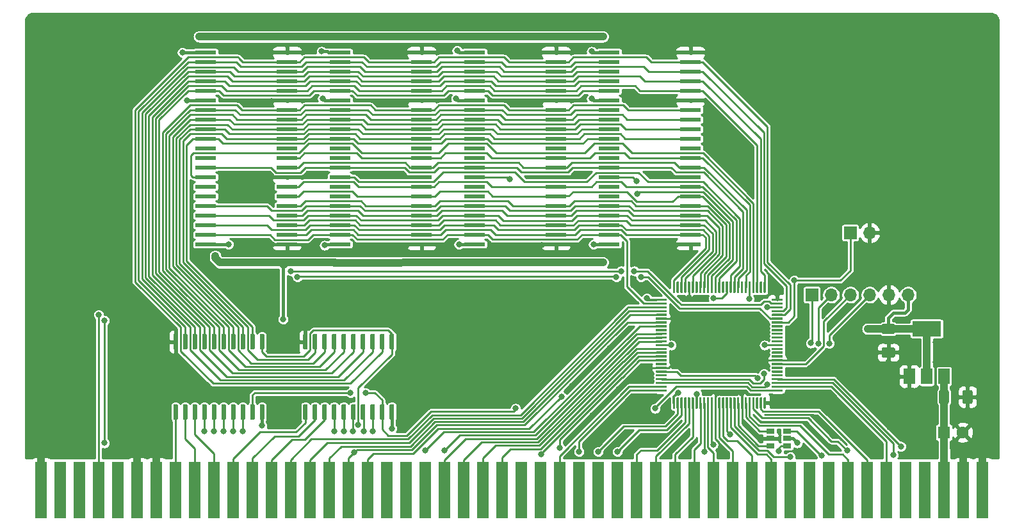
<source format=gbr>
G04 #@! TF.GenerationSoftware,KiCad,Pcbnew,(5.1.5-0-10_14)*
G04 #@! TF.CreationDate,2021-05-20T16:22:00+02:00*
G04 #@! TF.ProjectId,GottaGoFastZ2,476f7474-6147-46f4-9661-73745a322e6b,rev?*
G04 #@! TF.SameCoordinates,Original*
G04 #@! TF.FileFunction,Copper,L1,Top*
G04 #@! TF.FilePolarity,Positive*
%FSLAX46Y46*%
G04 Gerber Fmt 4.6, Leading zero omitted, Abs format (unit mm)*
G04 Created by KiCad (PCBNEW (5.1.5-0-10_14)) date 2021-05-20 16:22:00*
%MOMM*%
%LPD*%
G04 APERTURE LIST*
%ADD10R,1.500000X2.000000*%
%ADD11R,3.800000X2.000000*%
%ADD12C,0.100000*%
%ADD13R,1.060000X0.650000*%
%ADD14O,1.700000X1.700000*%
%ADD15R,1.700000X1.700000*%
%ADD16R,1.524000X7.500000*%
%ADD17R,2.778000X0.508000*%
%ADD18C,1.600000*%
%ADD19R,1.600000X1.600000*%
%ADD20C,0.800000*%
%ADD21C,0.400000*%
%ADD22C,0.250000*%
%ADD23C,1.000000*%
%ADD24C,0.300000*%
%ADD25C,0.254000*%
G04 APERTURE END LIST*
D10*
X199604600Y-100266900D03*
X204204600Y-100266900D03*
X201904600Y-100266900D03*
D11*
X201904600Y-93966900D03*
G04 #@! TA.AperFunction,SMDPad,CuDef*
D12*
G36*
X180580351Y-87739361D02*
G01*
X180587632Y-87740441D01*
X180594771Y-87742229D01*
X180601701Y-87744709D01*
X180608355Y-87747856D01*
X180614668Y-87751640D01*
X180620579Y-87756024D01*
X180626033Y-87760967D01*
X180630976Y-87766421D01*
X180635360Y-87772332D01*
X180639144Y-87778645D01*
X180642291Y-87785299D01*
X180644771Y-87792229D01*
X180646559Y-87799368D01*
X180647639Y-87806649D01*
X180648000Y-87814000D01*
X180648000Y-89139000D01*
X180647639Y-89146351D01*
X180646559Y-89153632D01*
X180644771Y-89160771D01*
X180642291Y-89167701D01*
X180639144Y-89174355D01*
X180635360Y-89180668D01*
X180630976Y-89186579D01*
X180626033Y-89192033D01*
X180620579Y-89196976D01*
X180614668Y-89201360D01*
X180608355Y-89205144D01*
X180601701Y-89208291D01*
X180594771Y-89210771D01*
X180587632Y-89212559D01*
X180580351Y-89213639D01*
X180573000Y-89214000D01*
X180423000Y-89214000D01*
X180415649Y-89213639D01*
X180408368Y-89212559D01*
X180401229Y-89210771D01*
X180394299Y-89208291D01*
X180387645Y-89205144D01*
X180381332Y-89201360D01*
X180375421Y-89196976D01*
X180369967Y-89192033D01*
X180365024Y-89186579D01*
X180360640Y-89180668D01*
X180356856Y-89174355D01*
X180353709Y-89167701D01*
X180351229Y-89160771D01*
X180349441Y-89153632D01*
X180348361Y-89146351D01*
X180348000Y-89139000D01*
X180348000Y-87814000D01*
X180348361Y-87806649D01*
X180349441Y-87799368D01*
X180351229Y-87792229D01*
X180353709Y-87785299D01*
X180356856Y-87778645D01*
X180360640Y-87772332D01*
X180365024Y-87766421D01*
X180369967Y-87760967D01*
X180375421Y-87756024D01*
X180381332Y-87751640D01*
X180387645Y-87747856D01*
X180394299Y-87744709D01*
X180401229Y-87742229D01*
X180408368Y-87740441D01*
X180415649Y-87739361D01*
X180423000Y-87739000D01*
X180573000Y-87739000D01*
X180580351Y-87739361D01*
G37*
G04 #@! TD.AperFunction*
G04 #@! TA.AperFunction,SMDPad,CuDef*
G36*
X180080351Y-87739361D02*
G01*
X180087632Y-87740441D01*
X180094771Y-87742229D01*
X180101701Y-87744709D01*
X180108355Y-87747856D01*
X180114668Y-87751640D01*
X180120579Y-87756024D01*
X180126033Y-87760967D01*
X180130976Y-87766421D01*
X180135360Y-87772332D01*
X180139144Y-87778645D01*
X180142291Y-87785299D01*
X180144771Y-87792229D01*
X180146559Y-87799368D01*
X180147639Y-87806649D01*
X180148000Y-87814000D01*
X180148000Y-89139000D01*
X180147639Y-89146351D01*
X180146559Y-89153632D01*
X180144771Y-89160771D01*
X180142291Y-89167701D01*
X180139144Y-89174355D01*
X180135360Y-89180668D01*
X180130976Y-89186579D01*
X180126033Y-89192033D01*
X180120579Y-89196976D01*
X180114668Y-89201360D01*
X180108355Y-89205144D01*
X180101701Y-89208291D01*
X180094771Y-89210771D01*
X180087632Y-89212559D01*
X180080351Y-89213639D01*
X180073000Y-89214000D01*
X179923000Y-89214000D01*
X179915649Y-89213639D01*
X179908368Y-89212559D01*
X179901229Y-89210771D01*
X179894299Y-89208291D01*
X179887645Y-89205144D01*
X179881332Y-89201360D01*
X179875421Y-89196976D01*
X179869967Y-89192033D01*
X179865024Y-89186579D01*
X179860640Y-89180668D01*
X179856856Y-89174355D01*
X179853709Y-89167701D01*
X179851229Y-89160771D01*
X179849441Y-89153632D01*
X179848361Y-89146351D01*
X179848000Y-89139000D01*
X179848000Y-87814000D01*
X179848361Y-87806649D01*
X179849441Y-87799368D01*
X179851229Y-87792229D01*
X179853709Y-87785299D01*
X179856856Y-87778645D01*
X179860640Y-87772332D01*
X179865024Y-87766421D01*
X179869967Y-87760967D01*
X179875421Y-87756024D01*
X179881332Y-87751640D01*
X179887645Y-87747856D01*
X179894299Y-87744709D01*
X179901229Y-87742229D01*
X179908368Y-87740441D01*
X179915649Y-87739361D01*
X179923000Y-87739000D01*
X180073000Y-87739000D01*
X180080351Y-87739361D01*
G37*
G04 #@! TD.AperFunction*
G04 #@! TA.AperFunction,SMDPad,CuDef*
G36*
X179580351Y-87739361D02*
G01*
X179587632Y-87740441D01*
X179594771Y-87742229D01*
X179601701Y-87744709D01*
X179608355Y-87747856D01*
X179614668Y-87751640D01*
X179620579Y-87756024D01*
X179626033Y-87760967D01*
X179630976Y-87766421D01*
X179635360Y-87772332D01*
X179639144Y-87778645D01*
X179642291Y-87785299D01*
X179644771Y-87792229D01*
X179646559Y-87799368D01*
X179647639Y-87806649D01*
X179648000Y-87814000D01*
X179648000Y-89139000D01*
X179647639Y-89146351D01*
X179646559Y-89153632D01*
X179644771Y-89160771D01*
X179642291Y-89167701D01*
X179639144Y-89174355D01*
X179635360Y-89180668D01*
X179630976Y-89186579D01*
X179626033Y-89192033D01*
X179620579Y-89196976D01*
X179614668Y-89201360D01*
X179608355Y-89205144D01*
X179601701Y-89208291D01*
X179594771Y-89210771D01*
X179587632Y-89212559D01*
X179580351Y-89213639D01*
X179573000Y-89214000D01*
X179423000Y-89214000D01*
X179415649Y-89213639D01*
X179408368Y-89212559D01*
X179401229Y-89210771D01*
X179394299Y-89208291D01*
X179387645Y-89205144D01*
X179381332Y-89201360D01*
X179375421Y-89196976D01*
X179369967Y-89192033D01*
X179365024Y-89186579D01*
X179360640Y-89180668D01*
X179356856Y-89174355D01*
X179353709Y-89167701D01*
X179351229Y-89160771D01*
X179349441Y-89153632D01*
X179348361Y-89146351D01*
X179348000Y-89139000D01*
X179348000Y-87814000D01*
X179348361Y-87806649D01*
X179349441Y-87799368D01*
X179351229Y-87792229D01*
X179353709Y-87785299D01*
X179356856Y-87778645D01*
X179360640Y-87772332D01*
X179365024Y-87766421D01*
X179369967Y-87760967D01*
X179375421Y-87756024D01*
X179381332Y-87751640D01*
X179387645Y-87747856D01*
X179394299Y-87744709D01*
X179401229Y-87742229D01*
X179408368Y-87740441D01*
X179415649Y-87739361D01*
X179423000Y-87739000D01*
X179573000Y-87739000D01*
X179580351Y-87739361D01*
G37*
G04 #@! TD.AperFunction*
G04 #@! TA.AperFunction,SMDPad,CuDef*
G36*
X179080351Y-87739361D02*
G01*
X179087632Y-87740441D01*
X179094771Y-87742229D01*
X179101701Y-87744709D01*
X179108355Y-87747856D01*
X179114668Y-87751640D01*
X179120579Y-87756024D01*
X179126033Y-87760967D01*
X179130976Y-87766421D01*
X179135360Y-87772332D01*
X179139144Y-87778645D01*
X179142291Y-87785299D01*
X179144771Y-87792229D01*
X179146559Y-87799368D01*
X179147639Y-87806649D01*
X179148000Y-87814000D01*
X179148000Y-89139000D01*
X179147639Y-89146351D01*
X179146559Y-89153632D01*
X179144771Y-89160771D01*
X179142291Y-89167701D01*
X179139144Y-89174355D01*
X179135360Y-89180668D01*
X179130976Y-89186579D01*
X179126033Y-89192033D01*
X179120579Y-89196976D01*
X179114668Y-89201360D01*
X179108355Y-89205144D01*
X179101701Y-89208291D01*
X179094771Y-89210771D01*
X179087632Y-89212559D01*
X179080351Y-89213639D01*
X179073000Y-89214000D01*
X178923000Y-89214000D01*
X178915649Y-89213639D01*
X178908368Y-89212559D01*
X178901229Y-89210771D01*
X178894299Y-89208291D01*
X178887645Y-89205144D01*
X178881332Y-89201360D01*
X178875421Y-89196976D01*
X178869967Y-89192033D01*
X178865024Y-89186579D01*
X178860640Y-89180668D01*
X178856856Y-89174355D01*
X178853709Y-89167701D01*
X178851229Y-89160771D01*
X178849441Y-89153632D01*
X178848361Y-89146351D01*
X178848000Y-89139000D01*
X178848000Y-87814000D01*
X178848361Y-87806649D01*
X178849441Y-87799368D01*
X178851229Y-87792229D01*
X178853709Y-87785299D01*
X178856856Y-87778645D01*
X178860640Y-87772332D01*
X178865024Y-87766421D01*
X178869967Y-87760967D01*
X178875421Y-87756024D01*
X178881332Y-87751640D01*
X178887645Y-87747856D01*
X178894299Y-87744709D01*
X178901229Y-87742229D01*
X178908368Y-87740441D01*
X178915649Y-87739361D01*
X178923000Y-87739000D01*
X179073000Y-87739000D01*
X179080351Y-87739361D01*
G37*
G04 #@! TD.AperFunction*
G04 #@! TA.AperFunction,SMDPad,CuDef*
G36*
X178580351Y-87739361D02*
G01*
X178587632Y-87740441D01*
X178594771Y-87742229D01*
X178601701Y-87744709D01*
X178608355Y-87747856D01*
X178614668Y-87751640D01*
X178620579Y-87756024D01*
X178626033Y-87760967D01*
X178630976Y-87766421D01*
X178635360Y-87772332D01*
X178639144Y-87778645D01*
X178642291Y-87785299D01*
X178644771Y-87792229D01*
X178646559Y-87799368D01*
X178647639Y-87806649D01*
X178648000Y-87814000D01*
X178648000Y-89139000D01*
X178647639Y-89146351D01*
X178646559Y-89153632D01*
X178644771Y-89160771D01*
X178642291Y-89167701D01*
X178639144Y-89174355D01*
X178635360Y-89180668D01*
X178630976Y-89186579D01*
X178626033Y-89192033D01*
X178620579Y-89196976D01*
X178614668Y-89201360D01*
X178608355Y-89205144D01*
X178601701Y-89208291D01*
X178594771Y-89210771D01*
X178587632Y-89212559D01*
X178580351Y-89213639D01*
X178573000Y-89214000D01*
X178423000Y-89214000D01*
X178415649Y-89213639D01*
X178408368Y-89212559D01*
X178401229Y-89210771D01*
X178394299Y-89208291D01*
X178387645Y-89205144D01*
X178381332Y-89201360D01*
X178375421Y-89196976D01*
X178369967Y-89192033D01*
X178365024Y-89186579D01*
X178360640Y-89180668D01*
X178356856Y-89174355D01*
X178353709Y-89167701D01*
X178351229Y-89160771D01*
X178349441Y-89153632D01*
X178348361Y-89146351D01*
X178348000Y-89139000D01*
X178348000Y-87814000D01*
X178348361Y-87806649D01*
X178349441Y-87799368D01*
X178351229Y-87792229D01*
X178353709Y-87785299D01*
X178356856Y-87778645D01*
X178360640Y-87772332D01*
X178365024Y-87766421D01*
X178369967Y-87760967D01*
X178375421Y-87756024D01*
X178381332Y-87751640D01*
X178387645Y-87747856D01*
X178394299Y-87744709D01*
X178401229Y-87742229D01*
X178408368Y-87740441D01*
X178415649Y-87739361D01*
X178423000Y-87739000D01*
X178573000Y-87739000D01*
X178580351Y-87739361D01*
G37*
G04 #@! TD.AperFunction*
G04 #@! TA.AperFunction,SMDPad,CuDef*
G36*
X178080351Y-87739361D02*
G01*
X178087632Y-87740441D01*
X178094771Y-87742229D01*
X178101701Y-87744709D01*
X178108355Y-87747856D01*
X178114668Y-87751640D01*
X178120579Y-87756024D01*
X178126033Y-87760967D01*
X178130976Y-87766421D01*
X178135360Y-87772332D01*
X178139144Y-87778645D01*
X178142291Y-87785299D01*
X178144771Y-87792229D01*
X178146559Y-87799368D01*
X178147639Y-87806649D01*
X178148000Y-87814000D01*
X178148000Y-89139000D01*
X178147639Y-89146351D01*
X178146559Y-89153632D01*
X178144771Y-89160771D01*
X178142291Y-89167701D01*
X178139144Y-89174355D01*
X178135360Y-89180668D01*
X178130976Y-89186579D01*
X178126033Y-89192033D01*
X178120579Y-89196976D01*
X178114668Y-89201360D01*
X178108355Y-89205144D01*
X178101701Y-89208291D01*
X178094771Y-89210771D01*
X178087632Y-89212559D01*
X178080351Y-89213639D01*
X178073000Y-89214000D01*
X177923000Y-89214000D01*
X177915649Y-89213639D01*
X177908368Y-89212559D01*
X177901229Y-89210771D01*
X177894299Y-89208291D01*
X177887645Y-89205144D01*
X177881332Y-89201360D01*
X177875421Y-89196976D01*
X177869967Y-89192033D01*
X177865024Y-89186579D01*
X177860640Y-89180668D01*
X177856856Y-89174355D01*
X177853709Y-89167701D01*
X177851229Y-89160771D01*
X177849441Y-89153632D01*
X177848361Y-89146351D01*
X177848000Y-89139000D01*
X177848000Y-87814000D01*
X177848361Y-87806649D01*
X177849441Y-87799368D01*
X177851229Y-87792229D01*
X177853709Y-87785299D01*
X177856856Y-87778645D01*
X177860640Y-87772332D01*
X177865024Y-87766421D01*
X177869967Y-87760967D01*
X177875421Y-87756024D01*
X177881332Y-87751640D01*
X177887645Y-87747856D01*
X177894299Y-87744709D01*
X177901229Y-87742229D01*
X177908368Y-87740441D01*
X177915649Y-87739361D01*
X177923000Y-87739000D01*
X178073000Y-87739000D01*
X178080351Y-87739361D01*
G37*
G04 #@! TD.AperFunction*
G04 #@! TA.AperFunction,SMDPad,CuDef*
G36*
X177580351Y-87739361D02*
G01*
X177587632Y-87740441D01*
X177594771Y-87742229D01*
X177601701Y-87744709D01*
X177608355Y-87747856D01*
X177614668Y-87751640D01*
X177620579Y-87756024D01*
X177626033Y-87760967D01*
X177630976Y-87766421D01*
X177635360Y-87772332D01*
X177639144Y-87778645D01*
X177642291Y-87785299D01*
X177644771Y-87792229D01*
X177646559Y-87799368D01*
X177647639Y-87806649D01*
X177648000Y-87814000D01*
X177648000Y-89139000D01*
X177647639Y-89146351D01*
X177646559Y-89153632D01*
X177644771Y-89160771D01*
X177642291Y-89167701D01*
X177639144Y-89174355D01*
X177635360Y-89180668D01*
X177630976Y-89186579D01*
X177626033Y-89192033D01*
X177620579Y-89196976D01*
X177614668Y-89201360D01*
X177608355Y-89205144D01*
X177601701Y-89208291D01*
X177594771Y-89210771D01*
X177587632Y-89212559D01*
X177580351Y-89213639D01*
X177573000Y-89214000D01*
X177423000Y-89214000D01*
X177415649Y-89213639D01*
X177408368Y-89212559D01*
X177401229Y-89210771D01*
X177394299Y-89208291D01*
X177387645Y-89205144D01*
X177381332Y-89201360D01*
X177375421Y-89196976D01*
X177369967Y-89192033D01*
X177365024Y-89186579D01*
X177360640Y-89180668D01*
X177356856Y-89174355D01*
X177353709Y-89167701D01*
X177351229Y-89160771D01*
X177349441Y-89153632D01*
X177348361Y-89146351D01*
X177348000Y-89139000D01*
X177348000Y-87814000D01*
X177348361Y-87806649D01*
X177349441Y-87799368D01*
X177351229Y-87792229D01*
X177353709Y-87785299D01*
X177356856Y-87778645D01*
X177360640Y-87772332D01*
X177365024Y-87766421D01*
X177369967Y-87760967D01*
X177375421Y-87756024D01*
X177381332Y-87751640D01*
X177387645Y-87747856D01*
X177394299Y-87744709D01*
X177401229Y-87742229D01*
X177408368Y-87740441D01*
X177415649Y-87739361D01*
X177423000Y-87739000D01*
X177573000Y-87739000D01*
X177580351Y-87739361D01*
G37*
G04 #@! TD.AperFunction*
G04 #@! TA.AperFunction,SMDPad,CuDef*
G36*
X177080351Y-87739361D02*
G01*
X177087632Y-87740441D01*
X177094771Y-87742229D01*
X177101701Y-87744709D01*
X177108355Y-87747856D01*
X177114668Y-87751640D01*
X177120579Y-87756024D01*
X177126033Y-87760967D01*
X177130976Y-87766421D01*
X177135360Y-87772332D01*
X177139144Y-87778645D01*
X177142291Y-87785299D01*
X177144771Y-87792229D01*
X177146559Y-87799368D01*
X177147639Y-87806649D01*
X177148000Y-87814000D01*
X177148000Y-89139000D01*
X177147639Y-89146351D01*
X177146559Y-89153632D01*
X177144771Y-89160771D01*
X177142291Y-89167701D01*
X177139144Y-89174355D01*
X177135360Y-89180668D01*
X177130976Y-89186579D01*
X177126033Y-89192033D01*
X177120579Y-89196976D01*
X177114668Y-89201360D01*
X177108355Y-89205144D01*
X177101701Y-89208291D01*
X177094771Y-89210771D01*
X177087632Y-89212559D01*
X177080351Y-89213639D01*
X177073000Y-89214000D01*
X176923000Y-89214000D01*
X176915649Y-89213639D01*
X176908368Y-89212559D01*
X176901229Y-89210771D01*
X176894299Y-89208291D01*
X176887645Y-89205144D01*
X176881332Y-89201360D01*
X176875421Y-89196976D01*
X176869967Y-89192033D01*
X176865024Y-89186579D01*
X176860640Y-89180668D01*
X176856856Y-89174355D01*
X176853709Y-89167701D01*
X176851229Y-89160771D01*
X176849441Y-89153632D01*
X176848361Y-89146351D01*
X176848000Y-89139000D01*
X176848000Y-87814000D01*
X176848361Y-87806649D01*
X176849441Y-87799368D01*
X176851229Y-87792229D01*
X176853709Y-87785299D01*
X176856856Y-87778645D01*
X176860640Y-87772332D01*
X176865024Y-87766421D01*
X176869967Y-87760967D01*
X176875421Y-87756024D01*
X176881332Y-87751640D01*
X176887645Y-87747856D01*
X176894299Y-87744709D01*
X176901229Y-87742229D01*
X176908368Y-87740441D01*
X176915649Y-87739361D01*
X176923000Y-87739000D01*
X177073000Y-87739000D01*
X177080351Y-87739361D01*
G37*
G04 #@! TD.AperFunction*
G04 #@! TA.AperFunction,SMDPad,CuDef*
G36*
X176580351Y-87739361D02*
G01*
X176587632Y-87740441D01*
X176594771Y-87742229D01*
X176601701Y-87744709D01*
X176608355Y-87747856D01*
X176614668Y-87751640D01*
X176620579Y-87756024D01*
X176626033Y-87760967D01*
X176630976Y-87766421D01*
X176635360Y-87772332D01*
X176639144Y-87778645D01*
X176642291Y-87785299D01*
X176644771Y-87792229D01*
X176646559Y-87799368D01*
X176647639Y-87806649D01*
X176648000Y-87814000D01*
X176648000Y-89139000D01*
X176647639Y-89146351D01*
X176646559Y-89153632D01*
X176644771Y-89160771D01*
X176642291Y-89167701D01*
X176639144Y-89174355D01*
X176635360Y-89180668D01*
X176630976Y-89186579D01*
X176626033Y-89192033D01*
X176620579Y-89196976D01*
X176614668Y-89201360D01*
X176608355Y-89205144D01*
X176601701Y-89208291D01*
X176594771Y-89210771D01*
X176587632Y-89212559D01*
X176580351Y-89213639D01*
X176573000Y-89214000D01*
X176423000Y-89214000D01*
X176415649Y-89213639D01*
X176408368Y-89212559D01*
X176401229Y-89210771D01*
X176394299Y-89208291D01*
X176387645Y-89205144D01*
X176381332Y-89201360D01*
X176375421Y-89196976D01*
X176369967Y-89192033D01*
X176365024Y-89186579D01*
X176360640Y-89180668D01*
X176356856Y-89174355D01*
X176353709Y-89167701D01*
X176351229Y-89160771D01*
X176349441Y-89153632D01*
X176348361Y-89146351D01*
X176348000Y-89139000D01*
X176348000Y-87814000D01*
X176348361Y-87806649D01*
X176349441Y-87799368D01*
X176351229Y-87792229D01*
X176353709Y-87785299D01*
X176356856Y-87778645D01*
X176360640Y-87772332D01*
X176365024Y-87766421D01*
X176369967Y-87760967D01*
X176375421Y-87756024D01*
X176381332Y-87751640D01*
X176387645Y-87747856D01*
X176394299Y-87744709D01*
X176401229Y-87742229D01*
X176408368Y-87740441D01*
X176415649Y-87739361D01*
X176423000Y-87739000D01*
X176573000Y-87739000D01*
X176580351Y-87739361D01*
G37*
G04 #@! TD.AperFunction*
G04 #@! TA.AperFunction,SMDPad,CuDef*
G36*
X176080351Y-87739361D02*
G01*
X176087632Y-87740441D01*
X176094771Y-87742229D01*
X176101701Y-87744709D01*
X176108355Y-87747856D01*
X176114668Y-87751640D01*
X176120579Y-87756024D01*
X176126033Y-87760967D01*
X176130976Y-87766421D01*
X176135360Y-87772332D01*
X176139144Y-87778645D01*
X176142291Y-87785299D01*
X176144771Y-87792229D01*
X176146559Y-87799368D01*
X176147639Y-87806649D01*
X176148000Y-87814000D01*
X176148000Y-89139000D01*
X176147639Y-89146351D01*
X176146559Y-89153632D01*
X176144771Y-89160771D01*
X176142291Y-89167701D01*
X176139144Y-89174355D01*
X176135360Y-89180668D01*
X176130976Y-89186579D01*
X176126033Y-89192033D01*
X176120579Y-89196976D01*
X176114668Y-89201360D01*
X176108355Y-89205144D01*
X176101701Y-89208291D01*
X176094771Y-89210771D01*
X176087632Y-89212559D01*
X176080351Y-89213639D01*
X176073000Y-89214000D01*
X175923000Y-89214000D01*
X175915649Y-89213639D01*
X175908368Y-89212559D01*
X175901229Y-89210771D01*
X175894299Y-89208291D01*
X175887645Y-89205144D01*
X175881332Y-89201360D01*
X175875421Y-89196976D01*
X175869967Y-89192033D01*
X175865024Y-89186579D01*
X175860640Y-89180668D01*
X175856856Y-89174355D01*
X175853709Y-89167701D01*
X175851229Y-89160771D01*
X175849441Y-89153632D01*
X175848361Y-89146351D01*
X175848000Y-89139000D01*
X175848000Y-87814000D01*
X175848361Y-87806649D01*
X175849441Y-87799368D01*
X175851229Y-87792229D01*
X175853709Y-87785299D01*
X175856856Y-87778645D01*
X175860640Y-87772332D01*
X175865024Y-87766421D01*
X175869967Y-87760967D01*
X175875421Y-87756024D01*
X175881332Y-87751640D01*
X175887645Y-87747856D01*
X175894299Y-87744709D01*
X175901229Y-87742229D01*
X175908368Y-87740441D01*
X175915649Y-87739361D01*
X175923000Y-87739000D01*
X176073000Y-87739000D01*
X176080351Y-87739361D01*
G37*
G04 #@! TD.AperFunction*
G04 #@! TA.AperFunction,SMDPad,CuDef*
G36*
X175580351Y-87739361D02*
G01*
X175587632Y-87740441D01*
X175594771Y-87742229D01*
X175601701Y-87744709D01*
X175608355Y-87747856D01*
X175614668Y-87751640D01*
X175620579Y-87756024D01*
X175626033Y-87760967D01*
X175630976Y-87766421D01*
X175635360Y-87772332D01*
X175639144Y-87778645D01*
X175642291Y-87785299D01*
X175644771Y-87792229D01*
X175646559Y-87799368D01*
X175647639Y-87806649D01*
X175648000Y-87814000D01*
X175648000Y-89139000D01*
X175647639Y-89146351D01*
X175646559Y-89153632D01*
X175644771Y-89160771D01*
X175642291Y-89167701D01*
X175639144Y-89174355D01*
X175635360Y-89180668D01*
X175630976Y-89186579D01*
X175626033Y-89192033D01*
X175620579Y-89196976D01*
X175614668Y-89201360D01*
X175608355Y-89205144D01*
X175601701Y-89208291D01*
X175594771Y-89210771D01*
X175587632Y-89212559D01*
X175580351Y-89213639D01*
X175573000Y-89214000D01*
X175423000Y-89214000D01*
X175415649Y-89213639D01*
X175408368Y-89212559D01*
X175401229Y-89210771D01*
X175394299Y-89208291D01*
X175387645Y-89205144D01*
X175381332Y-89201360D01*
X175375421Y-89196976D01*
X175369967Y-89192033D01*
X175365024Y-89186579D01*
X175360640Y-89180668D01*
X175356856Y-89174355D01*
X175353709Y-89167701D01*
X175351229Y-89160771D01*
X175349441Y-89153632D01*
X175348361Y-89146351D01*
X175348000Y-89139000D01*
X175348000Y-87814000D01*
X175348361Y-87806649D01*
X175349441Y-87799368D01*
X175351229Y-87792229D01*
X175353709Y-87785299D01*
X175356856Y-87778645D01*
X175360640Y-87772332D01*
X175365024Y-87766421D01*
X175369967Y-87760967D01*
X175375421Y-87756024D01*
X175381332Y-87751640D01*
X175387645Y-87747856D01*
X175394299Y-87744709D01*
X175401229Y-87742229D01*
X175408368Y-87740441D01*
X175415649Y-87739361D01*
X175423000Y-87739000D01*
X175573000Y-87739000D01*
X175580351Y-87739361D01*
G37*
G04 #@! TD.AperFunction*
G04 #@! TA.AperFunction,SMDPad,CuDef*
G36*
X175080351Y-87739361D02*
G01*
X175087632Y-87740441D01*
X175094771Y-87742229D01*
X175101701Y-87744709D01*
X175108355Y-87747856D01*
X175114668Y-87751640D01*
X175120579Y-87756024D01*
X175126033Y-87760967D01*
X175130976Y-87766421D01*
X175135360Y-87772332D01*
X175139144Y-87778645D01*
X175142291Y-87785299D01*
X175144771Y-87792229D01*
X175146559Y-87799368D01*
X175147639Y-87806649D01*
X175148000Y-87814000D01*
X175148000Y-89139000D01*
X175147639Y-89146351D01*
X175146559Y-89153632D01*
X175144771Y-89160771D01*
X175142291Y-89167701D01*
X175139144Y-89174355D01*
X175135360Y-89180668D01*
X175130976Y-89186579D01*
X175126033Y-89192033D01*
X175120579Y-89196976D01*
X175114668Y-89201360D01*
X175108355Y-89205144D01*
X175101701Y-89208291D01*
X175094771Y-89210771D01*
X175087632Y-89212559D01*
X175080351Y-89213639D01*
X175073000Y-89214000D01*
X174923000Y-89214000D01*
X174915649Y-89213639D01*
X174908368Y-89212559D01*
X174901229Y-89210771D01*
X174894299Y-89208291D01*
X174887645Y-89205144D01*
X174881332Y-89201360D01*
X174875421Y-89196976D01*
X174869967Y-89192033D01*
X174865024Y-89186579D01*
X174860640Y-89180668D01*
X174856856Y-89174355D01*
X174853709Y-89167701D01*
X174851229Y-89160771D01*
X174849441Y-89153632D01*
X174848361Y-89146351D01*
X174848000Y-89139000D01*
X174848000Y-87814000D01*
X174848361Y-87806649D01*
X174849441Y-87799368D01*
X174851229Y-87792229D01*
X174853709Y-87785299D01*
X174856856Y-87778645D01*
X174860640Y-87772332D01*
X174865024Y-87766421D01*
X174869967Y-87760967D01*
X174875421Y-87756024D01*
X174881332Y-87751640D01*
X174887645Y-87747856D01*
X174894299Y-87744709D01*
X174901229Y-87742229D01*
X174908368Y-87740441D01*
X174915649Y-87739361D01*
X174923000Y-87739000D01*
X175073000Y-87739000D01*
X175080351Y-87739361D01*
G37*
G04 #@! TD.AperFunction*
G04 #@! TA.AperFunction,SMDPad,CuDef*
G36*
X174580351Y-87739361D02*
G01*
X174587632Y-87740441D01*
X174594771Y-87742229D01*
X174601701Y-87744709D01*
X174608355Y-87747856D01*
X174614668Y-87751640D01*
X174620579Y-87756024D01*
X174626033Y-87760967D01*
X174630976Y-87766421D01*
X174635360Y-87772332D01*
X174639144Y-87778645D01*
X174642291Y-87785299D01*
X174644771Y-87792229D01*
X174646559Y-87799368D01*
X174647639Y-87806649D01*
X174648000Y-87814000D01*
X174648000Y-89139000D01*
X174647639Y-89146351D01*
X174646559Y-89153632D01*
X174644771Y-89160771D01*
X174642291Y-89167701D01*
X174639144Y-89174355D01*
X174635360Y-89180668D01*
X174630976Y-89186579D01*
X174626033Y-89192033D01*
X174620579Y-89196976D01*
X174614668Y-89201360D01*
X174608355Y-89205144D01*
X174601701Y-89208291D01*
X174594771Y-89210771D01*
X174587632Y-89212559D01*
X174580351Y-89213639D01*
X174573000Y-89214000D01*
X174423000Y-89214000D01*
X174415649Y-89213639D01*
X174408368Y-89212559D01*
X174401229Y-89210771D01*
X174394299Y-89208291D01*
X174387645Y-89205144D01*
X174381332Y-89201360D01*
X174375421Y-89196976D01*
X174369967Y-89192033D01*
X174365024Y-89186579D01*
X174360640Y-89180668D01*
X174356856Y-89174355D01*
X174353709Y-89167701D01*
X174351229Y-89160771D01*
X174349441Y-89153632D01*
X174348361Y-89146351D01*
X174348000Y-89139000D01*
X174348000Y-87814000D01*
X174348361Y-87806649D01*
X174349441Y-87799368D01*
X174351229Y-87792229D01*
X174353709Y-87785299D01*
X174356856Y-87778645D01*
X174360640Y-87772332D01*
X174365024Y-87766421D01*
X174369967Y-87760967D01*
X174375421Y-87756024D01*
X174381332Y-87751640D01*
X174387645Y-87747856D01*
X174394299Y-87744709D01*
X174401229Y-87742229D01*
X174408368Y-87740441D01*
X174415649Y-87739361D01*
X174423000Y-87739000D01*
X174573000Y-87739000D01*
X174580351Y-87739361D01*
G37*
G04 #@! TD.AperFunction*
G04 #@! TA.AperFunction,SMDPad,CuDef*
G36*
X174080351Y-87739361D02*
G01*
X174087632Y-87740441D01*
X174094771Y-87742229D01*
X174101701Y-87744709D01*
X174108355Y-87747856D01*
X174114668Y-87751640D01*
X174120579Y-87756024D01*
X174126033Y-87760967D01*
X174130976Y-87766421D01*
X174135360Y-87772332D01*
X174139144Y-87778645D01*
X174142291Y-87785299D01*
X174144771Y-87792229D01*
X174146559Y-87799368D01*
X174147639Y-87806649D01*
X174148000Y-87814000D01*
X174148000Y-89139000D01*
X174147639Y-89146351D01*
X174146559Y-89153632D01*
X174144771Y-89160771D01*
X174142291Y-89167701D01*
X174139144Y-89174355D01*
X174135360Y-89180668D01*
X174130976Y-89186579D01*
X174126033Y-89192033D01*
X174120579Y-89196976D01*
X174114668Y-89201360D01*
X174108355Y-89205144D01*
X174101701Y-89208291D01*
X174094771Y-89210771D01*
X174087632Y-89212559D01*
X174080351Y-89213639D01*
X174073000Y-89214000D01*
X173923000Y-89214000D01*
X173915649Y-89213639D01*
X173908368Y-89212559D01*
X173901229Y-89210771D01*
X173894299Y-89208291D01*
X173887645Y-89205144D01*
X173881332Y-89201360D01*
X173875421Y-89196976D01*
X173869967Y-89192033D01*
X173865024Y-89186579D01*
X173860640Y-89180668D01*
X173856856Y-89174355D01*
X173853709Y-89167701D01*
X173851229Y-89160771D01*
X173849441Y-89153632D01*
X173848361Y-89146351D01*
X173848000Y-89139000D01*
X173848000Y-87814000D01*
X173848361Y-87806649D01*
X173849441Y-87799368D01*
X173851229Y-87792229D01*
X173853709Y-87785299D01*
X173856856Y-87778645D01*
X173860640Y-87772332D01*
X173865024Y-87766421D01*
X173869967Y-87760967D01*
X173875421Y-87756024D01*
X173881332Y-87751640D01*
X173887645Y-87747856D01*
X173894299Y-87744709D01*
X173901229Y-87742229D01*
X173908368Y-87740441D01*
X173915649Y-87739361D01*
X173923000Y-87739000D01*
X174073000Y-87739000D01*
X174080351Y-87739361D01*
G37*
G04 #@! TD.AperFunction*
G04 #@! TA.AperFunction,SMDPad,CuDef*
G36*
X173580351Y-87739361D02*
G01*
X173587632Y-87740441D01*
X173594771Y-87742229D01*
X173601701Y-87744709D01*
X173608355Y-87747856D01*
X173614668Y-87751640D01*
X173620579Y-87756024D01*
X173626033Y-87760967D01*
X173630976Y-87766421D01*
X173635360Y-87772332D01*
X173639144Y-87778645D01*
X173642291Y-87785299D01*
X173644771Y-87792229D01*
X173646559Y-87799368D01*
X173647639Y-87806649D01*
X173648000Y-87814000D01*
X173648000Y-89139000D01*
X173647639Y-89146351D01*
X173646559Y-89153632D01*
X173644771Y-89160771D01*
X173642291Y-89167701D01*
X173639144Y-89174355D01*
X173635360Y-89180668D01*
X173630976Y-89186579D01*
X173626033Y-89192033D01*
X173620579Y-89196976D01*
X173614668Y-89201360D01*
X173608355Y-89205144D01*
X173601701Y-89208291D01*
X173594771Y-89210771D01*
X173587632Y-89212559D01*
X173580351Y-89213639D01*
X173573000Y-89214000D01*
X173423000Y-89214000D01*
X173415649Y-89213639D01*
X173408368Y-89212559D01*
X173401229Y-89210771D01*
X173394299Y-89208291D01*
X173387645Y-89205144D01*
X173381332Y-89201360D01*
X173375421Y-89196976D01*
X173369967Y-89192033D01*
X173365024Y-89186579D01*
X173360640Y-89180668D01*
X173356856Y-89174355D01*
X173353709Y-89167701D01*
X173351229Y-89160771D01*
X173349441Y-89153632D01*
X173348361Y-89146351D01*
X173348000Y-89139000D01*
X173348000Y-87814000D01*
X173348361Y-87806649D01*
X173349441Y-87799368D01*
X173351229Y-87792229D01*
X173353709Y-87785299D01*
X173356856Y-87778645D01*
X173360640Y-87772332D01*
X173365024Y-87766421D01*
X173369967Y-87760967D01*
X173375421Y-87756024D01*
X173381332Y-87751640D01*
X173387645Y-87747856D01*
X173394299Y-87744709D01*
X173401229Y-87742229D01*
X173408368Y-87740441D01*
X173415649Y-87739361D01*
X173423000Y-87739000D01*
X173573000Y-87739000D01*
X173580351Y-87739361D01*
G37*
G04 #@! TD.AperFunction*
G04 #@! TA.AperFunction,SMDPad,CuDef*
G36*
X173080351Y-87739361D02*
G01*
X173087632Y-87740441D01*
X173094771Y-87742229D01*
X173101701Y-87744709D01*
X173108355Y-87747856D01*
X173114668Y-87751640D01*
X173120579Y-87756024D01*
X173126033Y-87760967D01*
X173130976Y-87766421D01*
X173135360Y-87772332D01*
X173139144Y-87778645D01*
X173142291Y-87785299D01*
X173144771Y-87792229D01*
X173146559Y-87799368D01*
X173147639Y-87806649D01*
X173148000Y-87814000D01*
X173148000Y-89139000D01*
X173147639Y-89146351D01*
X173146559Y-89153632D01*
X173144771Y-89160771D01*
X173142291Y-89167701D01*
X173139144Y-89174355D01*
X173135360Y-89180668D01*
X173130976Y-89186579D01*
X173126033Y-89192033D01*
X173120579Y-89196976D01*
X173114668Y-89201360D01*
X173108355Y-89205144D01*
X173101701Y-89208291D01*
X173094771Y-89210771D01*
X173087632Y-89212559D01*
X173080351Y-89213639D01*
X173073000Y-89214000D01*
X172923000Y-89214000D01*
X172915649Y-89213639D01*
X172908368Y-89212559D01*
X172901229Y-89210771D01*
X172894299Y-89208291D01*
X172887645Y-89205144D01*
X172881332Y-89201360D01*
X172875421Y-89196976D01*
X172869967Y-89192033D01*
X172865024Y-89186579D01*
X172860640Y-89180668D01*
X172856856Y-89174355D01*
X172853709Y-89167701D01*
X172851229Y-89160771D01*
X172849441Y-89153632D01*
X172848361Y-89146351D01*
X172848000Y-89139000D01*
X172848000Y-87814000D01*
X172848361Y-87806649D01*
X172849441Y-87799368D01*
X172851229Y-87792229D01*
X172853709Y-87785299D01*
X172856856Y-87778645D01*
X172860640Y-87772332D01*
X172865024Y-87766421D01*
X172869967Y-87760967D01*
X172875421Y-87756024D01*
X172881332Y-87751640D01*
X172887645Y-87747856D01*
X172894299Y-87744709D01*
X172901229Y-87742229D01*
X172908368Y-87740441D01*
X172915649Y-87739361D01*
X172923000Y-87739000D01*
X173073000Y-87739000D01*
X173080351Y-87739361D01*
G37*
G04 #@! TD.AperFunction*
G04 #@! TA.AperFunction,SMDPad,CuDef*
G36*
X172580351Y-87739361D02*
G01*
X172587632Y-87740441D01*
X172594771Y-87742229D01*
X172601701Y-87744709D01*
X172608355Y-87747856D01*
X172614668Y-87751640D01*
X172620579Y-87756024D01*
X172626033Y-87760967D01*
X172630976Y-87766421D01*
X172635360Y-87772332D01*
X172639144Y-87778645D01*
X172642291Y-87785299D01*
X172644771Y-87792229D01*
X172646559Y-87799368D01*
X172647639Y-87806649D01*
X172648000Y-87814000D01*
X172648000Y-89139000D01*
X172647639Y-89146351D01*
X172646559Y-89153632D01*
X172644771Y-89160771D01*
X172642291Y-89167701D01*
X172639144Y-89174355D01*
X172635360Y-89180668D01*
X172630976Y-89186579D01*
X172626033Y-89192033D01*
X172620579Y-89196976D01*
X172614668Y-89201360D01*
X172608355Y-89205144D01*
X172601701Y-89208291D01*
X172594771Y-89210771D01*
X172587632Y-89212559D01*
X172580351Y-89213639D01*
X172573000Y-89214000D01*
X172423000Y-89214000D01*
X172415649Y-89213639D01*
X172408368Y-89212559D01*
X172401229Y-89210771D01*
X172394299Y-89208291D01*
X172387645Y-89205144D01*
X172381332Y-89201360D01*
X172375421Y-89196976D01*
X172369967Y-89192033D01*
X172365024Y-89186579D01*
X172360640Y-89180668D01*
X172356856Y-89174355D01*
X172353709Y-89167701D01*
X172351229Y-89160771D01*
X172349441Y-89153632D01*
X172348361Y-89146351D01*
X172348000Y-89139000D01*
X172348000Y-87814000D01*
X172348361Y-87806649D01*
X172349441Y-87799368D01*
X172351229Y-87792229D01*
X172353709Y-87785299D01*
X172356856Y-87778645D01*
X172360640Y-87772332D01*
X172365024Y-87766421D01*
X172369967Y-87760967D01*
X172375421Y-87756024D01*
X172381332Y-87751640D01*
X172387645Y-87747856D01*
X172394299Y-87744709D01*
X172401229Y-87742229D01*
X172408368Y-87740441D01*
X172415649Y-87739361D01*
X172423000Y-87739000D01*
X172573000Y-87739000D01*
X172580351Y-87739361D01*
G37*
G04 #@! TD.AperFunction*
G04 #@! TA.AperFunction,SMDPad,CuDef*
G36*
X172080351Y-87739361D02*
G01*
X172087632Y-87740441D01*
X172094771Y-87742229D01*
X172101701Y-87744709D01*
X172108355Y-87747856D01*
X172114668Y-87751640D01*
X172120579Y-87756024D01*
X172126033Y-87760967D01*
X172130976Y-87766421D01*
X172135360Y-87772332D01*
X172139144Y-87778645D01*
X172142291Y-87785299D01*
X172144771Y-87792229D01*
X172146559Y-87799368D01*
X172147639Y-87806649D01*
X172148000Y-87814000D01*
X172148000Y-89139000D01*
X172147639Y-89146351D01*
X172146559Y-89153632D01*
X172144771Y-89160771D01*
X172142291Y-89167701D01*
X172139144Y-89174355D01*
X172135360Y-89180668D01*
X172130976Y-89186579D01*
X172126033Y-89192033D01*
X172120579Y-89196976D01*
X172114668Y-89201360D01*
X172108355Y-89205144D01*
X172101701Y-89208291D01*
X172094771Y-89210771D01*
X172087632Y-89212559D01*
X172080351Y-89213639D01*
X172073000Y-89214000D01*
X171923000Y-89214000D01*
X171915649Y-89213639D01*
X171908368Y-89212559D01*
X171901229Y-89210771D01*
X171894299Y-89208291D01*
X171887645Y-89205144D01*
X171881332Y-89201360D01*
X171875421Y-89196976D01*
X171869967Y-89192033D01*
X171865024Y-89186579D01*
X171860640Y-89180668D01*
X171856856Y-89174355D01*
X171853709Y-89167701D01*
X171851229Y-89160771D01*
X171849441Y-89153632D01*
X171848361Y-89146351D01*
X171848000Y-89139000D01*
X171848000Y-87814000D01*
X171848361Y-87806649D01*
X171849441Y-87799368D01*
X171851229Y-87792229D01*
X171853709Y-87785299D01*
X171856856Y-87778645D01*
X171860640Y-87772332D01*
X171865024Y-87766421D01*
X171869967Y-87760967D01*
X171875421Y-87756024D01*
X171881332Y-87751640D01*
X171887645Y-87747856D01*
X171894299Y-87744709D01*
X171901229Y-87742229D01*
X171908368Y-87740441D01*
X171915649Y-87739361D01*
X171923000Y-87739000D01*
X172073000Y-87739000D01*
X172080351Y-87739361D01*
G37*
G04 #@! TD.AperFunction*
G04 #@! TA.AperFunction,SMDPad,CuDef*
G36*
X171580351Y-87739361D02*
G01*
X171587632Y-87740441D01*
X171594771Y-87742229D01*
X171601701Y-87744709D01*
X171608355Y-87747856D01*
X171614668Y-87751640D01*
X171620579Y-87756024D01*
X171626033Y-87760967D01*
X171630976Y-87766421D01*
X171635360Y-87772332D01*
X171639144Y-87778645D01*
X171642291Y-87785299D01*
X171644771Y-87792229D01*
X171646559Y-87799368D01*
X171647639Y-87806649D01*
X171648000Y-87814000D01*
X171648000Y-89139000D01*
X171647639Y-89146351D01*
X171646559Y-89153632D01*
X171644771Y-89160771D01*
X171642291Y-89167701D01*
X171639144Y-89174355D01*
X171635360Y-89180668D01*
X171630976Y-89186579D01*
X171626033Y-89192033D01*
X171620579Y-89196976D01*
X171614668Y-89201360D01*
X171608355Y-89205144D01*
X171601701Y-89208291D01*
X171594771Y-89210771D01*
X171587632Y-89212559D01*
X171580351Y-89213639D01*
X171573000Y-89214000D01*
X171423000Y-89214000D01*
X171415649Y-89213639D01*
X171408368Y-89212559D01*
X171401229Y-89210771D01*
X171394299Y-89208291D01*
X171387645Y-89205144D01*
X171381332Y-89201360D01*
X171375421Y-89196976D01*
X171369967Y-89192033D01*
X171365024Y-89186579D01*
X171360640Y-89180668D01*
X171356856Y-89174355D01*
X171353709Y-89167701D01*
X171351229Y-89160771D01*
X171349441Y-89153632D01*
X171348361Y-89146351D01*
X171348000Y-89139000D01*
X171348000Y-87814000D01*
X171348361Y-87806649D01*
X171349441Y-87799368D01*
X171351229Y-87792229D01*
X171353709Y-87785299D01*
X171356856Y-87778645D01*
X171360640Y-87772332D01*
X171365024Y-87766421D01*
X171369967Y-87760967D01*
X171375421Y-87756024D01*
X171381332Y-87751640D01*
X171387645Y-87747856D01*
X171394299Y-87744709D01*
X171401229Y-87742229D01*
X171408368Y-87740441D01*
X171415649Y-87739361D01*
X171423000Y-87739000D01*
X171573000Y-87739000D01*
X171580351Y-87739361D01*
G37*
G04 #@! TD.AperFunction*
G04 #@! TA.AperFunction,SMDPad,CuDef*
G36*
X171080351Y-87739361D02*
G01*
X171087632Y-87740441D01*
X171094771Y-87742229D01*
X171101701Y-87744709D01*
X171108355Y-87747856D01*
X171114668Y-87751640D01*
X171120579Y-87756024D01*
X171126033Y-87760967D01*
X171130976Y-87766421D01*
X171135360Y-87772332D01*
X171139144Y-87778645D01*
X171142291Y-87785299D01*
X171144771Y-87792229D01*
X171146559Y-87799368D01*
X171147639Y-87806649D01*
X171148000Y-87814000D01*
X171148000Y-89139000D01*
X171147639Y-89146351D01*
X171146559Y-89153632D01*
X171144771Y-89160771D01*
X171142291Y-89167701D01*
X171139144Y-89174355D01*
X171135360Y-89180668D01*
X171130976Y-89186579D01*
X171126033Y-89192033D01*
X171120579Y-89196976D01*
X171114668Y-89201360D01*
X171108355Y-89205144D01*
X171101701Y-89208291D01*
X171094771Y-89210771D01*
X171087632Y-89212559D01*
X171080351Y-89213639D01*
X171073000Y-89214000D01*
X170923000Y-89214000D01*
X170915649Y-89213639D01*
X170908368Y-89212559D01*
X170901229Y-89210771D01*
X170894299Y-89208291D01*
X170887645Y-89205144D01*
X170881332Y-89201360D01*
X170875421Y-89196976D01*
X170869967Y-89192033D01*
X170865024Y-89186579D01*
X170860640Y-89180668D01*
X170856856Y-89174355D01*
X170853709Y-89167701D01*
X170851229Y-89160771D01*
X170849441Y-89153632D01*
X170848361Y-89146351D01*
X170848000Y-89139000D01*
X170848000Y-87814000D01*
X170848361Y-87806649D01*
X170849441Y-87799368D01*
X170851229Y-87792229D01*
X170853709Y-87785299D01*
X170856856Y-87778645D01*
X170860640Y-87772332D01*
X170865024Y-87766421D01*
X170869967Y-87760967D01*
X170875421Y-87756024D01*
X170881332Y-87751640D01*
X170887645Y-87747856D01*
X170894299Y-87744709D01*
X170901229Y-87742229D01*
X170908368Y-87740441D01*
X170915649Y-87739361D01*
X170923000Y-87739000D01*
X171073000Y-87739000D01*
X171080351Y-87739361D01*
G37*
G04 #@! TD.AperFunction*
G04 #@! TA.AperFunction,SMDPad,CuDef*
G36*
X170580351Y-87739361D02*
G01*
X170587632Y-87740441D01*
X170594771Y-87742229D01*
X170601701Y-87744709D01*
X170608355Y-87747856D01*
X170614668Y-87751640D01*
X170620579Y-87756024D01*
X170626033Y-87760967D01*
X170630976Y-87766421D01*
X170635360Y-87772332D01*
X170639144Y-87778645D01*
X170642291Y-87785299D01*
X170644771Y-87792229D01*
X170646559Y-87799368D01*
X170647639Y-87806649D01*
X170648000Y-87814000D01*
X170648000Y-89139000D01*
X170647639Y-89146351D01*
X170646559Y-89153632D01*
X170644771Y-89160771D01*
X170642291Y-89167701D01*
X170639144Y-89174355D01*
X170635360Y-89180668D01*
X170630976Y-89186579D01*
X170626033Y-89192033D01*
X170620579Y-89196976D01*
X170614668Y-89201360D01*
X170608355Y-89205144D01*
X170601701Y-89208291D01*
X170594771Y-89210771D01*
X170587632Y-89212559D01*
X170580351Y-89213639D01*
X170573000Y-89214000D01*
X170423000Y-89214000D01*
X170415649Y-89213639D01*
X170408368Y-89212559D01*
X170401229Y-89210771D01*
X170394299Y-89208291D01*
X170387645Y-89205144D01*
X170381332Y-89201360D01*
X170375421Y-89196976D01*
X170369967Y-89192033D01*
X170365024Y-89186579D01*
X170360640Y-89180668D01*
X170356856Y-89174355D01*
X170353709Y-89167701D01*
X170351229Y-89160771D01*
X170349441Y-89153632D01*
X170348361Y-89146351D01*
X170348000Y-89139000D01*
X170348000Y-87814000D01*
X170348361Y-87806649D01*
X170349441Y-87799368D01*
X170351229Y-87792229D01*
X170353709Y-87785299D01*
X170356856Y-87778645D01*
X170360640Y-87772332D01*
X170365024Y-87766421D01*
X170369967Y-87760967D01*
X170375421Y-87756024D01*
X170381332Y-87751640D01*
X170387645Y-87747856D01*
X170394299Y-87744709D01*
X170401229Y-87742229D01*
X170408368Y-87740441D01*
X170415649Y-87739361D01*
X170423000Y-87739000D01*
X170573000Y-87739000D01*
X170580351Y-87739361D01*
G37*
G04 #@! TD.AperFunction*
G04 #@! TA.AperFunction,SMDPad,CuDef*
G36*
X170080351Y-87739361D02*
G01*
X170087632Y-87740441D01*
X170094771Y-87742229D01*
X170101701Y-87744709D01*
X170108355Y-87747856D01*
X170114668Y-87751640D01*
X170120579Y-87756024D01*
X170126033Y-87760967D01*
X170130976Y-87766421D01*
X170135360Y-87772332D01*
X170139144Y-87778645D01*
X170142291Y-87785299D01*
X170144771Y-87792229D01*
X170146559Y-87799368D01*
X170147639Y-87806649D01*
X170148000Y-87814000D01*
X170148000Y-89139000D01*
X170147639Y-89146351D01*
X170146559Y-89153632D01*
X170144771Y-89160771D01*
X170142291Y-89167701D01*
X170139144Y-89174355D01*
X170135360Y-89180668D01*
X170130976Y-89186579D01*
X170126033Y-89192033D01*
X170120579Y-89196976D01*
X170114668Y-89201360D01*
X170108355Y-89205144D01*
X170101701Y-89208291D01*
X170094771Y-89210771D01*
X170087632Y-89212559D01*
X170080351Y-89213639D01*
X170073000Y-89214000D01*
X169923000Y-89214000D01*
X169915649Y-89213639D01*
X169908368Y-89212559D01*
X169901229Y-89210771D01*
X169894299Y-89208291D01*
X169887645Y-89205144D01*
X169881332Y-89201360D01*
X169875421Y-89196976D01*
X169869967Y-89192033D01*
X169865024Y-89186579D01*
X169860640Y-89180668D01*
X169856856Y-89174355D01*
X169853709Y-89167701D01*
X169851229Y-89160771D01*
X169849441Y-89153632D01*
X169848361Y-89146351D01*
X169848000Y-89139000D01*
X169848000Y-87814000D01*
X169848361Y-87806649D01*
X169849441Y-87799368D01*
X169851229Y-87792229D01*
X169853709Y-87785299D01*
X169856856Y-87778645D01*
X169860640Y-87772332D01*
X169865024Y-87766421D01*
X169869967Y-87760967D01*
X169875421Y-87756024D01*
X169881332Y-87751640D01*
X169887645Y-87747856D01*
X169894299Y-87744709D01*
X169901229Y-87742229D01*
X169908368Y-87740441D01*
X169915649Y-87739361D01*
X169923000Y-87739000D01*
X170073000Y-87739000D01*
X170080351Y-87739361D01*
G37*
G04 #@! TD.AperFunction*
G04 #@! TA.AperFunction,SMDPad,CuDef*
G36*
X169580351Y-87739361D02*
G01*
X169587632Y-87740441D01*
X169594771Y-87742229D01*
X169601701Y-87744709D01*
X169608355Y-87747856D01*
X169614668Y-87751640D01*
X169620579Y-87756024D01*
X169626033Y-87760967D01*
X169630976Y-87766421D01*
X169635360Y-87772332D01*
X169639144Y-87778645D01*
X169642291Y-87785299D01*
X169644771Y-87792229D01*
X169646559Y-87799368D01*
X169647639Y-87806649D01*
X169648000Y-87814000D01*
X169648000Y-89139000D01*
X169647639Y-89146351D01*
X169646559Y-89153632D01*
X169644771Y-89160771D01*
X169642291Y-89167701D01*
X169639144Y-89174355D01*
X169635360Y-89180668D01*
X169630976Y-89186579D01*
X169626033Y-89192033D01*
X169620579Y-89196976D01*
X169614668Y-89201360D01*
X169608355Y-89205144D01*
X169601701Y-89208291D01*
X169594771Y-89210771D01*
X169587632Y-89212559D01*
X169580351Y-89213639D01*
X169573000Y-89214000D01*
X169423000Y-89214000D01*
X169415649Y-89213639D01*
X169408368Y-89212559D01*
X169401229Y-89210771D01*
X169394299Y-89208291D01*
X169387645Y-89205144D01*
X169381332Y-89201360D01*
X169375421Y-89196976D01*
X169369967Y-89192033D01*
X169365024Y-89186579D01*
X169360640Y-89180668D01*
X169356856Y-89174355D01*
X169353709Y-89167701D01*
X169351229Y-89160771D01*
X169349441Y-89153632D01*
X169348361Y-89146351D01*
X169348000Y-89139000D01*
X169348000Y-87814000D01*
X169348361Y-87806649D01*
X169349441Y-87799368D01*
X169351229Y-87792229D01*
X169353709Y-87785299D01*
X169356856Y-87778645D01*
X169360640Y-87772332D01*
X169365024Y-87766421D01*
X169369967Y-87760967D01*
X169375421Y-87756024D01*
X169381332Y-87751640D01*
X169387645Y-87747856D01*
X169394299Y-87744709D01*
X169401229Y-87742229D01*
X169408368Y-87740441D01*
X169415649Y-87739361D01*
X169423000Y-87739000D01*
X169573000Y-87739000D01*
X169580351Y-87739361D01*
G37*
G04 #@! TD.AperFunction*
G04 #@! TA.AperFunction,SMDPad,CuDef*
G36*
X169080351Y-87739361D02*
G01*
X169087632Y-87740441D01*
X169094771Y-87742229D01*
X169101701Y-87744709D01*
X169108355Y-87747856D01*
X169114668Y-87751640D01*
X169120579Y-87756024D01*
X169126033Y-87760967D01*
X169130976Y-87766421D01*
X169135360Y-87772332D01*
X169139144Y-87778645D01*
X169142291Y-87785299D01*
X169144771Y-87792229D01*
X169146559Y-87799368D01*
X169147639Y-87806649D01*
X169148000Y-87814000D01*
X169148000Y-89139000D01*
X169147639Y-89146351D01*
X169146559Y-89153632D01*
X169144771Y-89160771D01*
X169142291Y-89167701D01*
X169139144Y-89174355D01*
X169135360Y-89180668D01*
X169130976Y-89186579D01*
X169126033Y-89192033D01*
X169120579Y-89196976D01*
X169114668Y-89201360D01*
X169108355Y-89205144D01*
X169101701Y-89208291D01*
X169094771Y-89210771D01*
X169087632Y-89212559D01*
X169080351Y-89213639D01*
X169073000Y-89214000D01*
X168923000Y-89214000D01*
X168915649Y-89213639D01*
X168908368Y-89212559D01*
X168901229Y-89210771D01*
X168894299Y-89208291D01*
X168887645Y-89205144D01*
X168881332Y-89201360D01*
X168875421Y-89196976D01*
X168869967Y-89192033D01*
X168865024Y-89186579D01*
X168860640Y-89180668D01*
X168856856Y-89174355D01*
X168853709Y-89167701D01*
X168851229Y-89160771D01*
X168849441Y-89153632D01*
X168848361Y-89146351D01*
X168848000Y-89139000D01*
X168848000Y-87814000D01*
X168848361Y-87806649D01*
X168849441Y-87799368D01*
X168851229Y-87792229D01*
X168853709Y-87785299D01*
X168856856Y-87778645D01*
X168860640Y-87772332D01*
X168865024Y-87766421D01*
X168869967Y-87760967D01*
X168875421Y-87756024D01*
X168881332Y-87751640D01*
X168887645Y-87747856D01*
X168894299Y-87744709D01*
X168901229Y-87742229D01*
X168908368Y-87740441D01*
X168915649Y-87739361D01*
X168923000Y-87739000D01*
X169073000Y-87739000D01*
X169080351Y-87739361D01*
G37*
G04 #@! TD.AperFunction*
G04 #@! TA.AperFunction,SMDPad,CuDef*
G36*
X168580351Y-87739361D02*
G01*
X168587632Y-87740441D01*
X168594771Y-87742229D01*
X168601701Y-87744709D01*
X168608355Y-87747856D01*
X168614668Y-87751640D01*
X168620579Y-87756024D01*
X168626033Y-87760967D01*
X168630976Y-87766421D01*
X168635360Y-87772332D01*
X168639144Y-87778645D01*
X168642291Y-87785299D01*
X168644771Y-87792229D01*
X168646559Y-87799368D01*
X168647639Y-87806649D01*
X168648000Y-87814000D01*
X168648000Y-89139000D01*
X168647639Y-89146351D01*
X168646559Y-89153632D01*
X168644771Y-89160771D01*
X168642291Y-89167701D01*
X168639144Y-89174355D01*
X168635360Y-89180668D01*
X168630976Y-89186579D01*
X168626033Y-89192033D01*
X168620579Y-89196976D01*
X168614668Y-89201360D01*
X168608355Y-89205144D01*
X168601701Y-89208291D01*
X168594771Y-89210771D01*
X168587632Y-89212559D01*
X168580351Y-89213639D01*
X168573000Y-89214000D01*
X168423000Y-89214000D01*
X168415649Y-89213639D01*
X168408368Y-89212559D01*
X168401229Y-89210771D01*
X168394299Y-89208291D01*
X168387645Y-89205144D01*
X168381332Y-89201360D01*
X168375421Y-89196976D01*
X168369967Y-89192033D01*
X168365024Y-89186579D01*
X168360640Y-89180668D01*
X168356856Y-89174355D01*
X168353709Y-89167701D01*
X168351229Y-89160771D01*
X168349441Y-89153632D01*
X168348361Y-89146351D01*
X168348000Y-89139000D01*
X168348000Y-87814000D01*
X168348361Y-87806649D01*
X168349441Y-87799368D01*
X168351229Y-87792229D01*
X168353709Y-87785299D01*
X168356856Y-87778645D01*
X168360640Y-87772332D01*
X168365024Y-87766421D01*
X168369967Y-87760967D01*
X168375421Y-87756024D01*
X168381332Y-87751640D01*
X168387645Y-87747856D01*
X168394299Y-87744709D01*
X168401229Y-87742229D01*
X168408368Y-87740441D01*
X168415649Y-87739361D01*
X168423000Y-87739000D01*
X168573000Y-87739000D01*
X168580351Y-87739361D01*
G37*
G04 #@! TD.AperFunction*
G04 #@! TA.AperFunction,SMDPad,CuDef*
G36*
X167505351Y-89989361D02*
G01*
X167512632Y-89990441D01*
X167519771Y-89992229D01*
X167526701Y-89994709D01*
X167533355Y-89997856D01*
X167539668Y-90001640D01*
X167545579Y-90006024D01*
X167551033Y-90010967D01*
X167555976Y-90016421D01*
X167560360Y-90022332D01*
X167564144Y-90028645D01*
X167567291Y-90035299D01*
X167569771Y-90042229D01*
X167571559Y-90049368D01*
X167572639Y-90056649D01*
X167573000Y-90064000D01*
X167573000Y-90214000D01*
X167572639Y-90221351D01*
X167571559Y-90228632D01*
X167569771Y-90235771D01*
X167567291Y-90242701D01*
X167564144Y-90249355D01*
X167560360Y-90255668D01*
X167555976Y-90261579D01*
X167551033Y-90267033D01*
X167545579Y-90271976D01*
X167539668Y-90276360D01*
X167533355Y-90280144D01*
X167526701Y-90283291D01*
X167519771Y-90285771D01*
X167512632Y-90287559D01*
X167505351Y-90288639D01*
X167498000Y-90289000D01*
X166173000Y-90289000D01*
X166165649Y-90288639D01*
X166158368Y-90287559D01*
X166151229Y-90285771D01*
X166144299Y-90283291D01*
X166137645Y-90280144D01*
X166131332Y-90276360D01*
X166125421Y-90271976D01*
X166119967Y-90267033D01*
X166115024Y-90261579D01*
X166110640Y-90255668D01*
X166106856Y-90249355D01*
X166103709Y-90242701D01*
X166101229Y-90235771D01*
X166099441Y-90228632D01*
X166098361Y-90221351D01*
X166098000Y-90214000D01*
X166098000Y-90064000D01*
X166098361Y-90056649D01*
X166099441Y-90049368D01*
X166101229Y-90042229D01*
X166103709Y-90035299D01*
X166106856Y-90028645D01*
X166110640Y-90022332D01*
X166115024Y-90016421D01*
X166119967Y-90010967D01*
X166125421Y-90006024D01*
X166131332Y-90001640D01*
X166137645Y-89997856D01*
X166144299Y-89994709D01*
X166151229Y-89992229D01*
X166158368Y-89990441D01*
X166165649Y-89989361D01*
X166173000Y-89989000D01*
X167498000Y-89989000D01*
X167505351Y-89989361D01*
G37*
G04 #@! TD.AperFunction*
G04 #@! TA.AperFunction,SMDPad,CuDef*
G36*
X167505351Y-90489361D02*
G01*
X167512632Y-90490441D01*
X167519771Y-90492229D01*
X167526701Y-90494709D01*
X167533355Y-90497856D01*
X167539668Y-90501640D01*
X167545579Y-90506024D01*
X167551033Y-90510967D01*
X167555976Y-90516421D01*
X167560360Y-90522332D01*
X167564144Y-90528645D01*
X167567291Y-90535299D01*
X167569771Y-90542229D01*
X167571559Y-90549368D01*
X167572639Y-90556649D01*
X167573000Y-90564000D01*
X167573000Y-90714000D01*
X167572639Y-90721351D01*
X167571559Y-90728632D01*
X167569771Y-90735771D01*
X167567291Y-90742701D01*
X167564144Y-90749355D01*
X167560360Y-90755668D01*
X167555976Y-90761579D01*
X167551033Y-90767033D01*
X167545579Y-90771976D01*
X167539668Y-90776360D01*
X167533355Y-90780144D01*
X167526701Y-90783291D01*
X167519771Y-90785771D01*
X167512632Y-90787559D01*
X167505351Y-90788639D01*
X167498000Y-90789000D01*
X166173000Y-90789000D01*
X166165649Y-90788639D01*
X166158368Y-90787559D01*
X166151229Y-90785771D01*
X166144299Y-90783291D01*
X166137645Y-90780144D01*
X166131332Y-90776360D01*
X166125421Y-90771976D01*
X166119967Y-90767033D01*
X166115024Y-90761579D01*
X166110640Y-90755668D01*
X166106856Y-90749355D01*
X166103709Y-90742701D01*
X166101229Y-90735771D01*
X166099441Y-90728632D01*
X166098361Y-90721351D01*
X166098000Y-90714000D01*
X166098000Y-90564000D01*
X166098361Y-90556649D01*
X166099441Y-90549368D01*
X166101229Y-90542229D01*
X166103709Y-90535299D01*
X166106856Y-90528645D01*
X166110640Y-90522332D01*
X166115024Y-90516421D01*
X166119967Y-90510967D01*
X166125421Y-90506024D01*
X166131332Y-90501640D01*
X166137645Y-90497856D01*
X166144299Y-90494709D01*
X166151229Y-90492229D01*
X166158368Y-90490441D01*
X166165649Y-90489361D01*
X166173000Y-90489000D01*
X167498000Y-90489000D01*
X167505351Y-90489361D01*
G37*
G04 #@! TD.AperFunction*
G04 #@! TA.AperFunction,SMDPad,CuDef*
G36*
X167505351Y-90989361D02*
G01*
X167512632Y-90990441D01*
X167519771Y-90992229D01*
X167526701Y-90994709D01*
X167533355Y-90997856D01*
X167539668Y-91001640D01*
X167545579Y-91006024D01*
X167551033Y-91010967D01*
X167555976Y-91016421D01*
X167560360Y-91022332D01*
X167564144Y-91028645D01*
X167567291Y-91035299D01*
X167569771Y-91042229D01*
X167571559Y-91049368D01*
X167572639Y-91056649D01*
X167573000Y-91064000D01*
X167573000Y-91214000D01*
X167572639Y-91221351D01*
X167571559Y-91228632D01*
X167569771Y-91235771D01*
X167567291Y-91242701D01*
X167564144Y-91249355D01*
X167560360Y-91255668D01*
X167555976Y-91261579D01*
X167551033Y-91267033D01*
X167545579Y-91271976D01*
X167539668Y-91276360D01*
X167533355Y-91280144D01*
X167526701Y-91283291D01*
X167519771Y-91285771D01*
X167512632Y-91287559D01*
X167505351Y-91288639D01*
X167498000Y-91289000D01*
X166173000Y-91289000D01*
X166165649Y-91288639D01*
X166158368Y-91287559D01*
X166151229Y-91285771D01*
X166144299Y-91283291D01*
X166137645Y-91280144D01*
X166131332Y-91276360D01*
X166125421Y-91271976D01*
X166119967Y-91267033D01*
X166115024Y-91261579D01*
X166110640Y-91255668D01*
X166106856Y-91249355D01*
X166103709Y-91242701D01*
X166101229Y-91235771D01*
X166099441Y-91228632D01*
X166098361Y-91221351D01*
X166098000Y-91214000D01*
X166098000Y-91064000D01*
X166098361Y-91056649D01*
X166099441Y-91049368D01*
X166101229Y-91042229D01*
X166103709Y-91035299D01*
X166106856Y-91028645D01*
X166110640Y-91022332D01*
X166115024Y-91016421D01*
X166119967Y-91010967D01*
X166125421Y-91006024D01*
X166131332Y-91001640D01*
X166137645Y-90997856D01*
X166144299Y-90994709D01*
X166151229Y-90992229D01*
X166158368Y-90990441D01*
X166165649Y-90989361D01*
X166173000Y-90989000D01*
X167498000Y-90989000D01*
X167505351Y-90989361D01*
G37*
G04 #@! TD.AperFunction*
G04 #@! TA.AperFunction,SMDPad,CuDef*
G36*
X167505351Y-91489361D02*
G01*
X167512632Y-91490441D01*
X167519771Y-91492229D01*
X167526701Y-91494709D01*
X167533355Y-91497856D01*
X167539668Y-91501640D01*
X167545579Y-91506024D01*
X167551033Y-91510967D01*
X167555976Y-91516421D01*
X167560360Y-91522332D01*
X167564144Y-91528645D01*
X167567291Y-91535299D01*
X167569771Y-91542229D01*
X167571559Y-91549368D01*
X167572639Y-91556649D01*
X167573000Y-91564000D01*
X167573000Y-91714000D01*
X167572639Y-91721351D01*
X167571559Y-91728632D01*
X167569771Y-91735771D01*
X167567291Y-91742701D01*
X167564144Y-91749355D01*
X167560360Y-91755668D01*
X167555976Y-91761579D01*
X167551033Y-91767033D01*
X167545579Y-91771976D01*
X167539668Y-91776360D01*
X167533355Y-91780144D01*
X167526701Y-91783291D01*
X167519771Y-91785771D01*
X167512632Y-91787559D01*
X167505351Y-91788639D01*
X167498000Y-91789000D01*
X166173000Y-91789000D01*
X166165649Y-91788639D01*
X166158368Y-91787559D01*
X166151229Y-91785771D01*
X166144299Y-91783291D01*
X166137645Y-91780144D01*
X166131332Y-91776360D01*
X166125421Y-91771976D01*
X166119967Y-91767033D01*
X166115024Y-91761579D01*
X166110640Y-91755668D01*
X166106856Y-91749355D01*
X166103709Y-91742701D01*
X166101229Y-91735771D01*
X166099441Y-91728632D01*
X166098361Y-91721351D01*
X166098000Y-91714000D01*
X166098000Y-91564000D01*
X166098361Y-91556649D01*
X166099441Y-91549368D01*
X166101229Y-91542229D01*
X166103709Y-91535299D01*
X166106856Y-91528645D01*
X166110640Y-91522332D01*
X166115024Y-91516421D01*
X166119967Y-91510967D01*
X166125421Y-91506024D01*
X166131332Y-91501640D01*
X166137645Y-91497856D01*
X166144299Y-91494709D01*
X166151229Y-91492229D01*
X166158368Y-91490441D01*
X166165649Y-91489361D01*
X166173000Y-91489000D01*
X167498000Y-91489000D01*
X167505351Y-91489361D01*
G37*
G04 #@! TD.AperFunction*
G04 #@! TA.AperFunction,SMDPad,CuDef*
G36*
X167505351Y-91989361D02*
G01*
X167512632Y-91990441D01*
X167519771Y-91992229D01*
X167526701Y-91994709D01*
X167533355Y-91997856D01*
X167539668Y-92001640D01*
X167545579Y-92006024D01*
X167551033Y-92010967D01*
X167555976Y-92016421D01*
X167560360Y-92022332D01*
X167564144Y-92028645D01*
X167567291Y-92035299D01*
X167569771Y-92042229D01*
X167571559Y-92049368D01*
X167572639Y-92056649D01*
X167573000Y-92064000D01*
X167573000Y-92214000D01*
X167572639Y-92221351D01*
X167571559Y-92228632D01*
X167569771Y-92235771D01*
X167567291Y-92242701D01*
X167564144Y-92249355D01*
X167560360Y-92255668D01*
X167555976Y-92261579D01*
X167551033Y-92267033D01*
X167545579Y-92271976D01*
X167539668Y-92276360D01*
X167533355Y-92280144D01*
X167526701Y-92283291D01*
X167519771Y-92285771D01*
X167512632Y-92287559D01*
X167505351Y-92288639D01*
X167498000Y-92289000D01*
X166173000Y-92289000D01*
X166165649Y-92288639D01*
X166158368Y-92287559D01*
X166151229Y-92285771D01*
X166144299Y-92283291D01*
X166137645Y-92280144D01*
X166131332Y-92276360D01*
X166125421Y-92271976D01*
X166119967Y-92267033D01*
X166115024Y-92261579D01*
X166110640Y-92255668D01*
X166106856Y-92249355D01*
X166103709Y-92242701D01*
X166101229Y-92235771D01*
X166099441Y-92228632D01*
X166098361Y-92221351D01*
X166098000Y-92214000D01*
X166098000Y-92064000D01*
X166098361Y-92056649D01*
X166099441Y-92049368D01*
X166101229Y-92042229D01*
X166103709Y-92035299D01*
X166106856Y-92028645D01*
X166110640Y-92022332D01*
X166115024Y-92016421D01*
X166119967Y-92010967D01*
X166125421Y-92006024D01*
X166131332Y-92001640D01*
X166137645Y-91997856D01*
X166144299Y-91994709D01*
X166151229Y-91992229D01*
X166158368Y-91990441D01*
X166165649Y-91989361D01*
X166173000Y-91989000D01*
X167498000Y-91989000D01*
X167505351Y-91989361D01*
G37*
G04 #@! TD.AperFunction*
G04 #@! TA.AperFunction,SMDPad,CuDef*
G36*
X167505351Y-92489361D02*
G01*
X167512632Y-92490441D01*
X167519771Y-92492229D01*
X167526701Y-92494709D01*
X167533355Y-92497856D01*
X167539668Y-92501640D01*
X167545579Y-92506024D01*
X167551033Y-92510967D01*
X167555976Y-92516421D01*
X167560360Y-92522332D01*
X167564144Y-92528645D01*
X167567291Y-92535299D01*
X167569771Y-92542229D01*
X167571559Y-92549368D01*
X167572639Y-92556649D01*
X167573000Y-92564000D01*
X167573000Y-92714000D01*
X167572639Y-92721351D01*
X167571559Y-92728632D01*
X167569771Y-92735771D01*
X167567291Y-92742701D01*
X167564144Y-92749355D01*
X167560360Y-92755668D01*
X167555976Y-92761579D01*
X167551033Y-92767033D01*
X167545579Y-92771976D01*
X167539668Y-92776360D01*
X167533355Y-92780144D01*
X167526701Y-92783291D01*
X167519771Y-92785771D01*
X167512632Y-92787559D01*
X167505351Y-92788639D01*
X167498000Y-92789000D01*
X166173000Y-92789000D01*
X166165649Y-92788639D01*
X166158368Y-92787559D01*
X166151229Y-92785771D01*
X166144299Y-92783291D01*
X166137645Y-92780144D01*
X166131332Y-92776360D01*
X166125421Y-92771976D01*
X166119967Y-92767033D01*
X166115024Y-92761579D01*
X166110640Y-92755668D01*
X166106856Y-92749355D01*
X166103709Y-92742701D01*
X166101229Y-92735771D01*
X166099441Y-92728632D01*
X166098361Y-92721351D01*
X166098000Y-92714000D01*
X166098000Y-92564000D01*
X166098361Y-92556649D01*
X166099441Y-92549368D01*
X166101229Y-92542229D01*
X166103709Y-92535299D01*
X166106856Y-92528645D01*
X166110640Y-92522332D01*
X166115024Y-92516421D01*
X166119967Y-92510967D01*
X166125421Y-92506024D01*
X166131332Y-92501640D01*
X166137645Y-92497856D01*
X166144299Y-92494709D01*
X166151229Y-92492229D01*
X166158368Y-92490441D01*
X166165649Y-92489361D01*
X166173000Y-92489000D01*
X167498000Y-92489000D01*
X167505351Y-92489361D01*
G37*
G04 #@! TD.AperFunction*
G04 #@! TA.AperFunction,SMDPad,CuDef*
G36*
X167505351Y-92989361D02*
G01*
X167512632Y-92990441D01*
X167519771Y-92992229D01*
X167526701Y-92994709D01*
X167533355Y-92997856D01*
X167539668Y-93001640D01*
X167545579Y-93006024D01*
X167551033Y-93010967D01*
X167555976Y-93016421D01*
X167560360Y-93022332D01*
X167564144Y-93028645D01*
X167567291Y-93035299D01*
X167569771Y-93042229D01*
X167571559Y-93049368D01*
X167572639Y-93056649D01*
X167573000Y-93064000D01*
X167573000Y-93214000D01*
X167572639Y-93221351D01*
X167571559Y-93228632D01*
X167569771Y-93235771D01*
X167567291Y-93242701D01*
X167564144Y-93249355D01*
X167560360Y-93255668D01*
X167555976Y-93261579D01*
X167551033Y-93267033D01*
X167545579Y-93271976D01*
X167539668Y-93276360D01*
X167533355Y-93280144D01*
X167526701Y-93283291D01*
X167519771Y-93285771D01*
X167512632Y-93287559D01*
X167505351Y-93288639D01*
X167498000Y-93289000D01*
X166173000Y-93289000D01*
X166165649Y-93288639D01*
X166158368Y-93287559D01*
X166151229Y-93285771D01*
X166144299Y-93283291D01*
X166137645Y-93280144D01*
X166131332Y-93276360D01*
X166125421Y-93271976D01*
X166119967Y-93267033D01*
X166115024Y-93261579D01*
X166110640Y-93255668D01*
X166106856Y-93249355D01*
X166103709Y-93242701D01*
X166101229Y-93235771D01*
X166099441Y-93228632D01*
X166098361Y-93221351D01*
X166098000Y-93214000D01*
X166098000Y-93064000D01*
X166098361Y-93056649D01*
X166099441Y-93049368D01*
X166101229Y-93042229D01*
X166103709Y-93035299D01*
X166106856Y-93028645D01*
X166110640Y-93022332D01*
X166115024Y-93016421D01*
X166119967Y-93010967D01*
X166125421Y-93006024D01*
X166131332Y-93001640D01*
X166137645Y-92997856D01*
X166144299Y-92994709D01*
X166151229Y-92992229D01*
X166158368Y-92990441D01*
X166165649Y-92989361D01*
X166173000Y-92989000D01*
X167498000Y-92989000D01*
X167505351Y-92989361D01*
G37*
G04 #@! TD.AperFunction*
G04 #@! TA.AperFunction,SMDPad,CuDef*
G36*
X167505351Y-93489361D02*
G01*
X167512632Y-93490441D01*
X167519771Y-93492229D01*
X167526701Y-93494709D01*
X167533355Y-93497856D01*
X167539668Y-93501640D01*
X167545579Y-93506024D01*
X167551033Y-93510967D01*
X167555976Y-93516421D01*
X167560360Y-93522332D01*
X167564144Y-93528645D01*
X167567291Y-93535299D01*
X167569771Y-93542229D01*
X167571559Y-93549368D01*
X167572639Y-93556649D01*
X167573000Y-93564000D01*
X167573000Y-93714000D01*
X167572639Y-93721351D01*
X167571559Y-93728632D01*
X167569771Y-93735771D01*
X167567291Y-93742701D01*
X167564144Y-93749355D01*
X167560360Y-93755668D01*
X167555976Y-93761579D01*
X167551033Y-93767033D01*
X167545579Y-93771976D01*
X167539668Y-93776360D01*
X167533355Y-93780144D01*
X167526701Y-93783291D01*
X167519771Y-93785771D01*
X167512632Y-93787559D01*
X167505351Y-93788639D01*
X167498000Y-93789000D01*
X166173000Y-93789000D01*
X166165649Y-93788639D01*
X166158368Y-93787559D01*
X166151229Y-93785771D01*
X166144299Y-93783291D01*
X166137645Y-93780144D01*
X166131332Y-93776360D01*
X166125421Y-93771976D01*
X166119967Y-93767033D01*
X166115024Y-93761579D01*
X166110640Y-93755668D01*
X166106856Y-93749355D01*
X166103709Y-93742701D01*
X166101229Y-93735771D01*
X166099441Y-93728632D01*
X166098361Y-93721351D01*
X166098000Y-93714000D01*
X166098000Y-93564000D01*
X166098361Y-93556649D01*
X166099441Y-93549368D01*
X166101229Y-93542229D01*
X166103709Y-93535299D01*
X166106856Y-93528645D01*
X166110640Y-93522332D01*
X166115024Y-93516421D01*
X166119967Y-93510967D01*
X166125421Y-93506024D01*
X166131332Y-93501640D01*
X166137645Y-93497856D01*
X166144299Y-93494709D01*
X166151229Y-93492229D01*
X166158368Y-93490441D01*
X166165649Y-93489361D01*
X166173000Y-93489000D01*
X167498000Y-93489000D01*
X167505351Y-93489361D01*
G37*
G04 #@! TD.AperFunction*
G04 #@! TA.AperFunction,SMDPad,CuDef*
G36*
X167505351Y-93989361D02*
G01*
X167512632Y-93990441D01*
X167519771Y-93992229D01*
X167526701Y-93994709D01*
X167533355Y-93997856D01*
X167539668Y-94001640D01*
X167545579Y-94006024D01*
X167551033Y-94010967D01*
X167555976Y-94016421D01*
X167560360Y-94022332D01*
X167564144Y-94028645D01*
X167567291Y-94035299D01*
X167569771Y-94042229D01*
X167571559Y-94049368D01*
X167572639Y-94056649D01*
X167573000Y-94064000D01*
X167573000Y-94214000D01*
X167572639Y-94221351D01*
X167571559Y-94228632D01*
X167569771Y-94235771D01*
X167567291Y-94242701D01*
X167564144Y-94249355D01*
X167560360Y-94255668D01*
X167555976Y-94261579D01*
X167551033Y-94267033D01*
X167545579Y-94271976D01*
X167539668Y-94276360D01*
X167533355Y-94280144D01*
X167526701Y-94283291D01*
X167519771Y-94285771D01*
X167512632Y-94287559D01*
X167505351Y-94288639D01*
X167498000Y-94289000D01*
X166173000Y-94289000D01*
X166165649Y-94288639D01*
X166158368Y-94287559D01*
X166151229Y-94285771D01*
X166144299Y-94283291D01*
X166137645Y-94280144D01*
X166131332Y-94276360D01*
X166125421Y-94271976D01*
X166119967Y-94267033D01*
X166115024Y-94261579D01*
X166110640Y-94255668D01*
X166106856Y-94249355D01*
X166103709Y-94242701D01*
X166101229Y-94235771D01*
X166099441Y-94228632D01*
X166098361Y-94221351D01*
X166098000Y-94214000D01*
X166098000Y-94064000D01*
X166098361Y-94056649D01*
X166099441Y-94049368D01*
X166101229Y-94042229D01*
X166103709Y-94035299D01*
X166106856Y-94028645D01*
X166110640Y-94022332D01*
X166115024Y-94016421D01*
X166119967Y-94010967D01*
X166125421Y-94006024D01*
X166131332Y-94001640D01*
X166137645Y-93997856D01*
X166144299Y-93994709D01*
X166151229Y-93992229D01*
X166158368Y-93990441D01*
X166165649Y-93989361D01*
X166173000Y-93989000D01*
X167498000Y-93989000D01*
X167505351Y-93989361D01*
G37*
G04 #@! TD.AperFunction*
G04 #@! TA.AperFunction,SMDPad,CuDef*
G36*
X167505351Y-94489361D02*
G01*
X167512632Y-94490441D01*
X167519771Y-94492229D01*
X167526701Y-94494709D01*
X167533355Y-94497856D01*
X167539668Y-94501640D01*
X167545579Y-94506024D01*
X167551033Y-94510967D01*
X167555976Y-94516421D01*
X167560360Y-94522332D01*
X167564144Y-94528645D01*
X167567291Y-94535299D01*
X167569771Y-94542229D01*
X167571559Y-94549368D01*
X167572639Y-94556649D01*
X167573000Y-94564000D01*
X167573000Y-94714000D01*
X167572639Y-94721351D01*
X167571559Y-94728632D01*
X167569771Y-94735771D01*
X167567291Y-94742701D01*
X167564144Y-94749355D01*
X167560360Y-94755668D01*
X167555976Y-94761579D01*
X167551033Y-94767033D01*
X167545579Y-94771976D01*
X167539668Y-94776360D01*
X167533355Y-94780144D01*
X167526701Y-94783291D01*
X167519771Y-94785771D01*
X167512632Y-94787559D01*
X167505351Y-94788639D01*
X167498000Y-94789000D01*
X166173000Y-94789000D01*
X166165649Y-94788639D01*
X166158368Y-94787559D01*
X166151229Y-94785771D01*
X166144299Y-94783291D01*
X166137645Y-94780144D01*
X166131332Y-94776360D01*
X166125421Y-94771976D01*
X166119967Y-94767033D01*
X166115024Y-94761579D01*
X166110640Y-94755668D01*
X166106856Y-94749355D01*
X166103709Y-94742701D01*
X166101229Y-94735771D01*
X166099441Y-94728632D01*
X166098361Y-94721351D01*
X166098000Y-94714000D01*
X166098000Y-94564000D01*
X166098361Y-94556649D01*
X166099441Y-94549368D01*
X166101229Y-94542229D01*
X166103709Y-94535299D01*
X166106856Y-94528645D01*
X166110640Y-94522332D01*
X166115024Y-94516421D01*
X166119967Y-94510967D01*
X166125421Y-94506024D01*
X166131332Y-94501640D01*
X166137645Y-94497856D01*
X166144299Y-94494709D01*
X166151229Y-94492229D01*
X166158368Y-94490441D01*
X166165649Y-94489361D01*
X166173000Y-94489000D01*
X167498000Y-94489000D01*
X167505351Y-94489361D01*
G37*
G04 #@! TD.AperFunction*
G04 #@! TA.AperFunction,SMDPad,CuDef*
G36*
X167505351Y-94989361D02*
G01*
X167512632Y-94990441D01*
X167519771Y-94992229D01*
X167526701Y-94994709D01*
X167533355Y-94997856D01*
X167539668Y-95001640D01*
X167545579Y-95006024D01*
X167551033Y-95010967D01*
X167555976Y-95016421D01*
X167560360Y-95022332D01*
X167564144Y-95028645D01*
X167567291Y-95035299D01*
X167569771Y-95042229D01*
X167571559Y-95049368D01*
X167572639Y-95056649D01*
X167573000Y-95064000D01*
X167573000Y-95214000D01*
X167572639Y-95221351D01*
X167571559Y-95228632D01*
X167569771Y-95235771D01*
X167567291Y-95242701D01*
X167564144Y-95249355D01*
X167560360Y-95255668D01*
X167555976Y-95261579D01*
X167551033Y-95267033D01*
X167545579Y-95271976D01*
X167539668Y-95276360D01*
X167533355Y-95280144D01*
X167526701Y-95283291D01*
X167519771Y-95285771D01*
X167512632Y-95287559D01*
X167505351Y-95288639D01*
X167498000Y-95289000D01*
X166173000Y-95289000D01*
X166165649Y-95288639D01*
X166158368Y-95287559D01*
X166151229Y-95285771D01*
X166144299Y-95283291D01*
X166137645Y-95280144D01*
X166131332Y-95276360D01*
X166125421Y-95271976D01*
X166119967Y-95267033D01*
X166115024Y-95261579D01*
X166110640Y-95255668D01*
X166106856Y-95249355D01*
X166103709Y-95242701D01*
X166101229Y-95235771D01*
X166099441Y-95228632D01*
X166098361Y-95221351D01*
X166098000Y-95214000D01*
X166098000Y-95064000D01*
X166098361Y-95056649D01*
X166099441Y-95049368D01*
X166101229Y-95042229D01*
X166103709Y-95035299D01*
X166106856Y-95028645D01*
X166110640Y-95022332D01*
X166115024Y-95016421D01*
X166119967Y-95010967D01*
X166125421Y-95006024D01*
X166131332Y-95001640D01*
X166137645Y-94997856D01*
X166144299Y-94994709D01*
X166151229Y-94992229D01*
X166158368Y-94990441D01*
X166165649Y-94989361D01*
X166173000Y-94989000D01*
X167498000Y-94989000D01*
X167505351Y-94989361D01*
G37*
G04 #@! TD.AperFunction*
G04 #@! TA.AperFunction,SMDPad,CuDef*
G36*
X167505351Y-95489361D02*
G01*
X167512632Y-95490441D01*
X167519771Y-95492229D01*
X167526701Y-95494709D01*
X167533355Y-95497856D01*
X167539668Y-95501640D01*
X167545579Y-95506024D01*
X167551033Y-95510967D01*
X167555976Y-95516421D01*
X167560360Y-95522332D01*
X167564144Y-95528645D01*
X167567291Y-95535299D01*
X167569771Y-95542229D01*
X167571559Y-95549368D01*
X167572639Y-95556649D01*
X167573000Y-95564000D01*
X167573000Y-95714000D01*
X167572639Y-95721351D01*
X167571559Y-95728632D01*
X167569771Y-95735771D01*
X167567291Y-95742701D01*
X167564144Y-95749355D01*
X167560360Y-95755668D01*
X167555976Y-95761579D01*
X167551033Y-95767033D01*
X167545579Y-95771976D01*
X167539668Y-95776360D01*
X167533355Y-95780144D01*
X167526701Y-95783291D01*
X167519771Y-95785771D01*
X167512632Y-95787559D01*
X167505351Y-95788639D01*
X167498000Y-95789000D01*
X166173000Y-95789000D01*
X166165649Y-95788639D01*
X166158368Y-95787559D01*
X166151229Y-95785771D01*
X166144299Y-95783291D01*
X166137645Y-95780144D01*
X166131332Y-95776360D01*
X166125421Y-95771976D01*
X166119967Y-95767033D01*
X166115024Y-95761579D01*
X166110640Y-95755668D01*
X166106856Y-95749355D01*
X166103709Y-95742701D01*
X166101229Y-95735771D01*
X166099441Y-95728632D01*
X166098361Y-95721351D01*
X166098000Y-95714000D01*
X166098000Y-95564000D01*
X166098361Y-95556649D01*
X166099441Y-95549368D01*
X166101229Y-95542229D01*
X166103709Y-95535299D01*
X166106856Y-95528645D01*
X166110640Y-95522332D01*
X166115024Y-95516421D01*
X166119967Y-95510967D01*
X166125421Y-95506024D01*
X166131332Y-95501640D01*
X166137645Y-95497856D01*
X166144299Y-95494709D01*
X166151229Y-95492229D01*
X166158368Y-95490441D01*
X166165649Y-95489361D01*
X166173000Y-95489000D01*
X167498000Y-95489000D01*
X167505351Y-95489361D01*
G37*
G04 #@! TD.AperFunction*
G04 #@! TA.AperFunction,SMDPad,CuDef*
G36*
X167505351Y-95989361D02*
G01*
X167512632Y-95990441D01*
X167519771Y-95992229D01*
X167526701Y-95994709D01*
X167533355Y-95997856D01*
X167539668Y-96001640D01*
X167545579Y-96006024D01*
X167551033Y-96010967D01*
X167555976Y-96016421D01*
X167560360Y-96022332D01*
X167564144Y-96028645D01*
X167567291Y-96035299D01*
X167569771Y-96042229D01*
X167571559Y-96049368D01*
X167572639Y-96056649D01*
X167573000Y-96064000D01*
X167573000Y-96214000D01*
X167572639Y-96221351D01*
X167571559Y-96228632D01*
X167569771Y-96235771D01*
X167567291Y-96242701D01*
X167564144Y-96249355D01*
X167560360Y-96255668D01*
X167555976Y-96261579D01*
X167551033Y-96267033D01*
X167545579Y-96271976D01*
X167539668Y-96276360D01*
X167533355Y-96280144D01*
X167526701Y-96283291D01*
X167519771Y-96285771D01*
X167512632Y-96287559D01*
X167505351Y-96288639D01*
X167498000Y-96289000D01*
X166173000Y-96289000D01*
X166165649Y-96288639D01*
X166158368Y-96287559D01*
X166151229Y-96285771D01*
X166144299Y-96283291D01*
X166137645Y-96280144D01*
X166131332Y-96276360D01*
X166125421Y-96271976D01*
X166119967Y-96267033D01*
X166115024Y-96261579D01*
X166110640Y-96255668D01*
X166106856Y-96249355D01*
X166103709Y-96242701D01*
X166101229Y-96235771D01*
X166099441Y-96228632D01*
X166098361Y-96221351D01*
X166098000Y-96214000D01*
X166098000Y-96064000D01*
X166098361Y-96056649D01*
X166099441Y-96049368D01*
X166101229Y-96042229D01*
X166103709Y-96035299D01*
X166106856Y-96028645D01*
X166110640Y-96022332D01*
X166115024Y-96016421D01*
X166119967Y-96010967D01*
X166125421Y-96006024D01*
X166131332Y-96001640D01*
X166137645Y-95997856D01*
X166144299Y-95994709D01*
X166151229Y-95992229D01*
X166158368Y-95990441D01*
X166165649Y-95989361D01*
X166173000Y-95989000D01*
X167498000Y-95989000D01*
X167505351Y-95989361D01*
G37*
G04 #@! TD.AperFunction*
G04 #@! TA.AperFunction,SMDPad,CuDef*
G36*
X167505351Y-96489361D02*
G01*
X167512632Y-96490441D01*
X167519771Y-96492229D01*
X167526701Y-96494709D01*
X167533355Y-96497856D01*
X167539668Y-96501640D01*
X167545579Y-96506024D01*
X167551033Y-96510967D01*
X167555976Y-96516421D01*
X167560360Y-96522332D01*
X167564144Y-96528645D01*
X167567291Y-96535299D01*
X167569771Y-96542229D01*
X167571559Y-96549368D01*
X167572639Y-96556649D01*
X167573000Y-96564000D01*
X167573000Y-96714000D01*
X167572639Y-96721351D01*
X167571559Y-96728632D01*
X167569771Y-96735771D01*
X167567291Y-96742701D01*
X167564144Y-96749355D01*
X167560360Y-96755668D01*
X167555976Y-96761579D01*
X167551033Y-96767033D01*
X167545579Y-96771976D01*
X167539668Y-96776360D01*
X167533355Y-96780144D01*
X167526701Y-96783291D01*
X167519771Y-96785771D01*
X167512632Y-96787559D01*
X167505351Y-96788639D01*
X167498000Y-96789000D01*
X166173000Y-96789000D01*
X166165649Y-96788639D01*
X166158368Y-96787559D01*
X166151229Y-96785771D01*
X166144299Y-96783291D01*
X166137645Y-96780144D01*
X166131332Y-96776360D01*
X166125421Y-96771976D01*
X166119967Y-96767033D01*
X166115024Y-96761579D01*
X166110640Y-96755668D01*
X166106856Y-96749355D01*
X166103709Y-96742701D01*
X166101229Y-96735771D01*
X166099441Y-96728632D01*
X166098361Y-96721351D01*
X166098000Y-96714000D01*
X166098000Y-96564000D01*
X166098361Y-96556649D01*
X166099441Y-96549368D01*
X166101229Y-96542229D01*
X166103709Y-96535299D01*
X166106856Y-96528645D01*
X166110640Y-96522332D01*
X166115024Y-96516421D01*
X166119967Y-96510967D01*
X166125421Y-96506024D01*
X166131332Y-96501640D01*
X166137645Y-96497856D01*
X166144299Y-96494709D01*
X166151229Y-96492229D01*
X166158368Y-96490441D01*
X166165649Y-96489361D01*
X166173000Y-96489000D01*
X167498000Y-96489000D01*
X167505351Y-96489361D01*
G37*
G04 #@! TD.AperFunction*
G04 #@! TA.AperFunction,SMDPad,CuDef*
G36*
X167505351Y-96989361D02*
G01*
X167512632Y-96990441D01*
X167519771Y-96992229D01*
X167526701Y-96994709D01*
X167533355Y-96997856D01*
X167539668Y-97001640D01*
X167545579Y-97006024D01*
X167551033Y-97010967D01*
X167555976Y-97016421D01*
X167560360Y-97022332D01*
X167564144Y-97028645D01*
X167567291Y-97035299D01*
X167569771Y-97042229D01*
X167571559Y-97049368D01*
X167572639Y-97056649D01*
X167573000Y-97064000D01*
X167573000Y-97214000D01*
X167572639Y-97221351D01*
X167571559Y-97228632D01*
X167569771Y-97235771D01*
X167567291Y-97242701D01*
X167564144Y-97249355D01*
X167560360Y-97255668D01*
X167555976Y-97261579D01*
X167551033Y-97267033D01*
X167545579Y-97271976D01*
X167539668Y-97276360D01*
X167533355Y-97280144D01*
X167526701Y-97283291D01*
X167519771Y-97285771D01*
X167512632Y-97287559D01*
X167505351Y-97288639D01*
X167498000Y-97289000D01*
X166173000Y-97289000D01*
X166165649Y-97288639D01*
X166158368Y-97287559D01*
X166151229Y-97285771D01*
X166144299Y-97283291D01*
X166137645Y-97280144D01*
X166131332Y-97276360D01*
X166125421Y-97271976D01*
X166119967Y-97267033D01*
X166115024Y-97261579D01*
X166110640Y-97255668D01*
X166106856Y-97249355D01*
X166103709Y-97242701D01*
X166101229Y-97235771D01*
X166099441Y-97228632D01*
X166098361Y-97221351D01*
X166098000Y-97214000D01*
X166098000Y-97064000D01*
X166098361Y-97056649D01*
X166099441Y-97049368D01*
X166101229Y-97042229D01*
X166103709Y-97035299D01*
X166106856Y-97028645D01*
X166110640Y-97022332D01*
X166115024Y-97016421D01*
X166119967Y-97010967D01*
X166125421Y-97006024D01*
X166131332Y-97001640D01*
X166137645Y-96997856D01*
X166144299Y-96994709D01*
X166151229Y-96992229D01*
X166158368Y-96990441D01*
X166165649Y-96989361D01*
X166173000Y-96989000D01*
X167498000Y-96989000D01*
X167505351Y-96989361D01*
G37*
G04 #@! TD.AperFunction*
G04 #@! TA.AperFunction,SMDPad,CuDef*
G36*
X167505351Y-97489361D02*
G01*
X167512632Y-97490441D01*
X167519771Y-97492229D01*
X167526701Y-97494709D01*
X167533355Y-97497856D01*
X167539668Y-97501640D01*
X167545579Y-97506024D01*
X167551033Y-97510967D01*
X167555976Y-97516421D01*
X167560360Y-97522332D01*
X167564144Y-97528645D01*
X167567291Y-97535299D01*
X167569771Y-97542229D01*
X167571559Y-97549368D01*
X167572639Y-97556649D01*
X167573000Y-97564000D01*
X167573000Y-97714000D01*
X167572639Y-97721351D01*
X167571559Y-97728632D01*
X167569771Y-97735771D01*
X167567291Y-97742701D01*
X167564144Y-97749355D01*
X167560360Y-97755668D01*
X167555976Y-97761579D01*
X167551033Y-97767033D01*
X167545579Y-97771976D01*
X167539668Y-97776360D01*
X167533355Y-97780144D01*
X167526701Y-97783291D01*
X167519771Y-97785771D01*
X167512632Y-97787559D01*
X167505351Y-97788639D01*
X167498000Y-97789000D01*
X166173000Y-97789000D01*
X166165649Y-97788639D01*
X166158368Y-97787559D01*
X166151229Y-97785771D01*
X166144299Y-97783291D01*
X166137645Y-97780144D01*
X166131332Y-97776360D01*
X166125421Y-97771976D01*
X166119967Y-97767033D01*
X166115024Y-97761579D01*
X166110640Y-97755668D01*
X166106856Y-97749355D01*
X166103709Y-97742701D01*
X166101229Y-97735771D01*
X166099441Y-97728632D01*
X166098361Y-97721351D01*
X166098000Y-97714000D01*
X166098000Y-97564000D01*
X166098361Y-97556649D01*
X166099441Y-97549368D01*
X166101229Y-97542229D01*
X166103709Y-97535299D01*
X166106856Y-97528645D01*
X166110640Y-97522332D01*
X166115024Y-97516421D01*
X166119967Y-97510967D01*
X166125421Y-97506024D01*
X166131332Y-97501640D01*
X166137645Y-97497856D01*
X166144299Y-97494709D01*
X166151229Y-97492229D01*
X166158368Y-97490441D01*
X166165649Y-97489361D01*
X166173000Y-97489000D01*
X167498000Y-97489000D01*
X167505351Y-97489361D01*
G37*
G04 #@! TD.AperFunction*
G04 #@! TA.AperFunction,SMDPad,CuDef*
G36*
X167505351Y-97989361D02*
G01*
X167512632Y-97990441D01*
X167519771Y-97992229D01*
X167526701Y-97994709D01*
X167533355Y-97997856D01*
X167539668Y-98001640D01*
X167545579Y-98006024D01*
X167551033Y-98010967D01*
X167555976Y-98016421D01*
X167560360Y-98022332D01*
X167564144Y-98028645D01*
X167567291Y-98035299D01*
X167569771Y-98042229D01*
X167571559Y-98049368D01*
X167572639Y-98056649D01*
X167573000Y-98064000D01*
X167573000Y-98214000D01*
X167572639Y-98221351D01*
X167571559Y-98228632D01*
X167569771Y-98235771D01*
X167567291Y-98242701D01*
X167564144Y-98249355D01*
X167560360Y-98255668D01*
X167555976Y-98261579D01*
X167551033Y-98267033D01*
X167545579Y-98271976D01*
X167539668Y-98276360D01*
X167533355Y-98280144D01*
X167526701Y-98283291D01*
X167519771Y-98285771D01*
X167512632Y-98287559D01*
X167505351Y-98288639D01*
X167498000Y-98289000D01*
X166173000Y-98289000D01*
X166165649Y-98288639D01*
X166158368Y-98287559D01*
X166151229Y-98285771D01*
X166144299Y-98283291D01*
X166137645Y-98280144D01*
X166131332Y-98276360D01*
X166125421Y-98271976D01*
X166119967Y-98267033D01*
X166115024Y-98261579D01*
X166110640Y-98255668D01*
X166106856Y-98249355D01*
X166103709Y-98242701D01*
X166101229Y-98235771D01*
X166099441Y-98228632D01*
X166098361Y-98221351D01*
X166098000Y-98214000D01*
X166098000Y-98064000D01*
X166098361Y-98056649D01*
X166099441Y-98049368D01*
X166101229Y-98042229D01*
X166103709Y-98035299D01*
X166106856Y-98028645D01*
X166110640Y-98022332D01*
X166115024Y-98016421D01*
X166119967Y-98010967D01*
X166125421Y-98006024D01*
X166131332Y-98001640D01*
X166137645Y-97997856D01*
X166144299Y-97994709D01*
X166151229Y-97992229D01*
X166158368Y-97990441D01*
X166165649Y-97989361D01*
X166173000Y-97989000D01*
X167498000Y-97989000D01*
X167505351Y-97989361D01*
G37*
G04 #@! TD.AperFunction*
G04 #@! TA.AperFunction,SMDPad,CuDef*
G36*
X167505351Y-98489361D02*
G01*
X167512632Y-98490441D01*
X167519771Y-98492229D01*
X167526701Y-98494709D01*
X167533355Y-98497856D01*
X167539668Y-98501640D01*
X167545579Y-98506024D01*
X167551033Y-98510967D01*
X167555976Y-98516421D01*
X167560360Y-98522332D01*
X167564144Y-98528645D01*
X167567291Y-98535299D01*
X167569771Y-98542229D01*
X167571559Y-98549368D01*
X167572639Y-98556649D01*
X167573000Y-98564000D01*
X167573000Y-98714000D01*
X167572639Y-98721351D01*
X167571559Y-98728632D01*
X167569771Y-98735771D01*
X167567291Y-98742701D01*
X167564144Y-98749355D01*
X167560360Y-98755668D01*
X167555976Y-98761579D01*
X167551033Y-98767033D01*
X167545579Y-98771976D01*
X167539668Y-98776360D01*
X167533355Y-98780144D01*
X167526701Y-98783291D01*
X167519771Y-98785771D01*
X167512632Y-98787559D01*
X167505351Y-98788639D01*
X167498000Y-98789000D01*
X166173000Y-98789000D01*
X166165649Y-98788639D01*
X166158368Y-98787559D01*
X166151229Y-98785771D01*
X166144299Y-98783291D01*
X166137645Y-98780144D01*
X166131332Y-98776360D01*
X166125421Y-98771976D01*
X166119967Y-98767033D01*
X166115024Y-98761579D01*
X166110640Y-98755668D01*
X166106856Y-98749355D01*
X166103709Y-98742701D01*
X166101229Y-98735771D01*
X166099441Y-98728632D01*
X166098361Y-98721351D01*
X166098000Y-98714000D01*
X166098000Y-98564000D01*
X166098361Y-98556649D01*
X166099441Y-98549368D01*
X166101229Y-98542229D01*
X166103709Y-98535299D01*
X166106856Y-98528645D01*
X166110640Y-98522332D01*
X166115024Y-98516421D01*
X166119967Y-98510967D01*
X166125421Y-98506024D01*
X166131332Y-98501640D01*
X166137645Y-98497856D01*
X166144299Y-98494709D01*
X166151229Y-98492229D01*
X166158368Y-98490441D01*
X166165649Y-98489361D01*
X166173000Y-98489000D01*
X167498000Y-98489000D01*
X167505351Y-98489361D01*
G37*
G04 #@! TD.AperFunction*
G04 #@! TA.AperFunction,SMDPad,CuDef*
G36*
X167505351Y-98989361D02*
G01*
X167512632Y-98990441D01*
X167519771Y-98992229D01*
X167526701Y-98994709D01*
X167533355Y-98997856D01*
X167539668Y-99001640D01*
X167545579Y-99006024D01*
X167551033Y-99010967D01*
X167555976Y-99016421D01*
X167560360Y-99022332D01*
X167564144Y-99028645D01*
X167567291Y-99035299D01*
X167569771Y-99042229D01*
X167571559Y-99049368D01*
X167572639Y-99056649D01*
X167573000Y-99064000D01*
X167573000Y-99214000D01*
X167572639Y-99221351D01*
X167571559Y-99228632D01*
X167569771Y-99235771D01*
X167567291Y-99242701D01*
X167564144Y-99249355D01*
X167560360Y-99255668D01*
X167555976Y-99261579D01*
X167551033Y-99267033D01*
X167545579Y-99271976D01*
X167539668Y-99276360D01*
X167533355Y-99280144D01*
X167526701Y-99283291D01*
X167519771Y-99285771D01*
X167512632Y-99287559D01*
X167505351Y-99288639D01*
X167498000Y-99289000D01*
X166173000Y-99289000D01*
X166165649Y-99288639D01*
X166158368Y-99287559D01*
X166151229Y-99285771D01*
X166144299Y-99283291D01*
X166137645Y-99280144D01*
X166131332Y-99276360D01*
X166125421Y-99271976D01*
X166119967Y-99267033D01*
X166115024Y-99261579D01*
X166110640Y-99255668D01*
X166106856Y-99249355D01*
X166103709Y-99242701D01*
X166101229Y-99235771D01*
X166099441Y-99228632D01*
X166098361Y-99221351D01*
X166098000Y-99214000D01*
X166098000Y-99064000D01*
X166098361Y-99056649D01*
X166099441Y-99049368D01*
X166101229Y-99042229D01*
X166103709Y-99035299D01*
X166106856Y-99028645D01*
X166110640Y-99022332D01*
X166115024Y-99016421D01*
X166119967Y-99010967D01*
X166125421Y-99006024D01*
X166131332Y-99001640D01*
X166137645Y-98997856D01*
X166144299Y-98994709D01*
X166151229Y-98992229D01*
X166158368Y-98990441D01*
X166165649Y-98989361D01*
X166173000Y-98989000D01*
X167498000Y-98989000D01*
X167505351Y-98989361D01*
G37*
G04 #@! TD.AperFunction*
G04 #@! TA.AperFunction,SMDPad,CuDef*
G36*
X167505351Y-99489361D02*
G01*
X167512632Y-99490441D01*
X167519771Y-99492229D01*
X167526701Y-99494709D01*
X167533355Y-99497856D01*
X167539668Y-99501640D01*
X167545579Y-99506024D01*
X167551033Y-99510967D01*
X167555976Y-99516421D01*
X167560360Y-99522332D01*
X167564144Y-99528645D01*
X167567291Y-99535299D01*
X167569771Y-99542229D01*
X167571559Y-99549368D01*
X167572639Y-99556649D01*
X167573000Y-99564000D01*
X167573000Y-99714000D01*
X167572639Y-99721351D01*
X167571559Y-99728632D01*
X167569771Y-99735771D01*
X167567291Y-99742701D01*
X167564144Y-99749355D01*
X167560360Y-99755668D01*
X167555976Y-99761579D01*
X167551033Y-99767033D01*
X167545579Y-99771976D01*
X167539668Y-99776360D01*
X167533355Y-99780144D01*
X167526701Y-99783291D01*
X167519771Y-99785771D01*
X167512632Y-99787559D01*
X167505351Y-99788639D01*
X167498000Y-99789000D01*
X166173000Y-99789000D01*
X166165649Y-99788639D01*
X166158368Y-99787559D01*
X166151229Y-99785771D01*
X166144299Y-99783291D01*
X166137645Y-99780144D01*
X166131332Y-99776360D01*
X166125421Y-99771976D01*
X166119967Y-99767033D01*
X166115024Y-99761579D01*
X166110640Y-99755668D01*
X166106856Y-99749355D01*
X166103709Y-99742701D01*
X166101229Y-99735771D01*
X166099441Y-99728632D01*
X166098361Y-99721351D01*
X166098000Y-99714000D01*
X166098000Y-99564000D01*
X166098361Y-99556649D01*
X166099441Y-99549368D01*
X166101229Y-99542229D01*
X166103709Y-99535299D01*
X166106856Y-99528645D01*
X166110640Y-99522332D01*
X166115024Y-99516421D01*
X166119967Y-99510967D01*
X166125421Y-99506024D01*
X166131332Y-99501640D01*
X166137645Y-99497856D01*
X166144299Y-99494709D01*
X166151229Y-99492229D01*
X166158368Y-99490441D01*
X166165649Y-99489361D01*
X166173000Y-99489000D01*
X167498000Y-99489000D01*
X167505351Y-99489361D01*
G37*
G04 #@! TD.AperFunction*
G04 #@! TA.AperFunction,SMDPad,CuDef*
G36*
X167505351Y-99989361D02*
G01*
X167512632Y-99990441D01*
X167519771Y-99992229D01*
X167526701Y-99994709D01*
X167533355Y-99997856D01*
X167539668Y-100001640D01*
X167545579Y-100006024D01*
X167551033Y-100010967D01*
X167555976Y-100016421D01*
X167560360Y-100022332D01*
X167564144Y-100028645D01*
X167567291Y-100035299D01*
X167569771Y-100042229D01*
X167571559Y-100049368D01*
X167572639Y-100056649D01*
X167573000Y-100064000D01*
X167573000Y-100214000D01*
X167572639Y-100221351D01*
X167571559Y-100228632D01*
X167569771Y-100235771D01*
X167567291Y-100242701D01*
X167564144Y-100249355D01*
X167560360Y-100255668D01*
X167555976Y-100261579D01*
X167551033Y-100267033D01*
X167545579Y-100271976D01*
X167539668Y-100276360D01*
X167533355Y-100280144D01*
X167526701Y-100283291D01*
X167519771Y-100285771D01*
X167512632Y-100287559D01*
X167505351Y-100288639D01*
X167498000Y-100289000D01*
X166173000Y-100289000D01*
X166165649Y-100288639D01*
X166158368Y-100287559D01*
X166151229Y-100285771D01*
X166144299Y-100283291D01*
X166137645Y-100280144D01*
X166131332Y-100276360D01*
X166125421Y-100271976D01*
X166119967Y-100267033D01*
X166115024Y-100261579D01*
X166110640Y-100255668D01*
X166106856Y-100249355D01*
X166103709Y-100242701D01*
X166101229Y-100235771D01*
X166099441Y-100228632D01*
X166098361Y-100221351D01*
X166098000Y-100214000D01*
X166098000Y-100064000D01*
X166098361Y-100056649D01*
X166099441Y-100049368D01*
X166101229Y-100042229D01*
X166103709Y-100035299D01*
X166106856Y-100028645D01*
X166110640Y-100022332D01*
X166115024Y-100016421D01*
X166119967Y-100010967D01*
X166125421Y-100006024D01*
X166131332Y-100001640D01*
X166137645Y-99997856D01*
X166144299Y-99994709D01*
X166151229Y-99992229D01*
X166158368Y-99990441D01*
X166165649Y-99989361D01*
X166173000Y-99989000D01*
X167498000Y-99989000D01*
X167505351Y-99989361D01*
G37*
G04 #@! TD.AperFunction*
G04 #@! TA.AperFunction,SMDPad,CuDef*
G36*
X167505351Y-100489361D02*
G01*
X167512632Y-100490441D01*
X167519771Y-100492229D01*
X167526701Y-100494709D01*
X167533355Y-100497856D01*
X167539668Y-100501640D01*
X167545579Y-100506024D01*
X167551033Y-100510967D01*
X167555976Y-100516421D01*
X167560360Y-100522332D01*
X167564144Y-100528645D01*
X167567291Y-100535299D01*
X167569771Y-100542229D01*
X167571559Y-100549368D01*
X167572639Y-100556649D01*
X167573000Y-100564000D01*
X167573000Y-100714000D01*
X167572639Y-100721351D01*
X167571559Y-100728632D01*
X167569771Y-100735771D01*
X167567291Y-100742701D01*
X167564144Y-100749355D01*
X167560360Y-100755668D01*
X167555976Y-100761579D01*
X167551033Y-100767033D01*
X167545579Y-100771976D01*
X167539668Y-100776360D01*
X167533355Y-100780144D01*
X167526701Y-100783291D01*
X167519771Y-100785771D01*
X167512632Y-100787559D01*
X167505351Y-100788639D01*
X167498000Y-100789000D01*
X166173000Y-100789000D01*
X166165649Y-100788639D01*
X166158368Y-100787559D01*
X166151229Y-100785771D01*
X166144299Y-100783291D01*
X166137645Y-100780144D01*
X166131332Y-100776360D01*
X166125421Y-100771976D01*
X166119967Y-100767033D01*
X166115024Y-100761579D01*
X166110640Y-100755668D01*
X166106856Y-100749355D01*
X166103709Y-100742701D01*
X166101229Y-100735771D01*
X166099441Y-100728632D01*
X166098361Y-100721351D01*
X166098000Y-100714000D01*
X166098000Y-100564000D01*
X166098361Y-100556649D01*
X166099441Y-100549368D01*
X166101229Y-100542229D01*
X166103709Y-100535299D01*
X166106856Y-100528645D01*
X166110640Y-100522332D01*
X166115024Y-100516421D01*
X166119967Y-100510967D01*
X166125421Y-100506024D01*
X166131332Y-100501640D01*
X166137645Y-100497856D01*
X166144299Y-100494709D01*
X166151229Y-100492229D01*
X166158368Y-100490441D01*
X166165649Y-100489361D01*
X166173000Y-100489000D01*
X167498000Y-100489000D01*
X167505351Y-100489361D01*
G37*
G04 #@! TD.AperFunction*
G04 #@! TA.AperFunction,SMDPad,CuDef*
G36*
X167505351Y-100989361D02*
G01*
X167512632Y-100990441D01*
X167519771Y-100992229D01*
X167526701Y-100994709D01*
X167533355Y-100997856D01*
X167539668Y-101001640D01*
X167545579Y-101006024D01*
X167551033Y-101010967D01*
X167555976Y-101016421D01*
X167560360Y-101022332D01*
X167564144Y-101028645D01*
X167567291Y-101035299D01*
X167569771Y-101042229D01*
X167571559Y-101049368D01*
X167572639Y-101056649D01*
X167573000Y-101064000D01*
X167573000Y-101214000D01*
X167572639Y-101221351D01*
X167571559Y-101228632D01*
X167569771Y-101235771D01*
X167567291Y-101242701D01*
X167564144Y-101249355D01*
X167560360Y-101255668D01*
X167555976Y-101261579D01*
X167551033Y-101267033D01*
X167545579Y-101271976D01*
X167539668Y-101276360D01*
X167533355Y-101280144D01*
X167526701Y-101283291D01*
X167519771Y-101285771D01*
X167512632Y-101287559D01*
X167505351Y-101288639D01*
X167498000Y-101289000D01*
X166173000Y-101289000D01*
X166165649Y-101288639D01*
X166158368Y-101287559D01*
X166151229Y-101285771D01*
X166144299Y-101283291D01*
X166137645Y-101280144D01*
X166131332Y-101276360D01*
X166125421Y-101271976D01*
X166119967Y-101267033D01*
X166115024Y-101261579D01*
X166110640Y-101255668D01*
X166106856Y-101249355D01*
X166103709Y-101242701D01*
X166101229Y-101235771D01*
X166099441Y-101228632D01*
X166098361Y-101221351D01*
X166098000Y-101214000D01*
X166098000Y-101064000D01*
X166098361Y-101056649D01*
X166099441Y-101049368D01*
X166101229Y-101042229D01*
X166103709Y-101035299D01*
X166106856Y-101028645D01*
X166110640Y-101022332D01*
X166115024Y-101016421D01*
X166119967Y-101010967D01*
X166125421Y-101006024D01*
X166131332Y-101001640D01*
X166137645Y-100997856D01*
X166144299Y-100994709D01*
X166151229Y-100992229D01*
X166158368Y-100990441D01*
X166165649Y-100989361D01*
X166173000Y-100989000D01*
X167498000Y-100989000D01*
X167505351Y-100989361D01*
G37*
G04 #@! TD.AperFunction*
G04 #@! TA.AperFunction,SMDPad,CuDef*
G36*
X167505351Y-101489361D02*
G01*
X167512632Y-101490441D01*
X167519771Y-101492229D01*
X167526701Y-101494709D01*
X167533355Y-101497856D01*
X167539668Y-101501640D01*
X167545579Y-101506024D01*
X167551033Y-101510967D01*
X167555976Y-101516421D01*
X167560360Y-101522332D01*
X167564144Y-101528645D01*
X167567291Y-101535299D01*
X167569771Y-101542229D01*
X167571559Y-101549368D01*
X167572639Y-101556649D01*
X167573000Y-101564000D01*
X167573000Y-101714000D01*
X167572639Y-101721351D01*
X167571559Y-101728632D01*
X167569771Y-101735771D01*
X167567291Y-101742701D01*
X167564144Y-101749355D01*
X167560360Y-101755668D01*
X167555976Y-101761579D01*
X167551033Y-101767033D01*
X167545579Y-101771976D01*
X167539668Y-101776360D01*
X167533355Y-101780144D01*
X167526701Y-101783291D01*
X167519771Y-101785771D01*
X167512632Y-101787559D01*
X167505351Y-101788639D01*
X167498000Y-101789000D01*
X166173000Y-101789000D01*
X166165649Y-101788639D01*
X166158368Y-101787559D01*
X166151229Y-101785771D01*
X166144299Y-101783291D01*
X166137645Y-101780144D01*
X166131332Y-101776360D01*
X166125421Y-101771976D01*
X166119967Y-101767033D01*
X166115024Y-101761579D01*
X166110640Y-101755668D01*
X166106856Y-101749355D01*
X166103709Y-101742701D01*
X166101229Y-101735771D01*
X166099441Y-101728632D01*
X166098361Y-101721351D01*
X166098000Y-101714000D01*
X166098000Y-101564000D01*
X166098361Y-101556649D01*
X166099441Y-101549368D01*
X166101229Y-101542229D01*
X166103709Y-101535299D01*
X166106856Y-101528645D01*
X166110640Y-101522332D01*
X166115024Y-101516421D01*
X166119967Y-101510967D01*
X166125421Y-101506024D01*
X166131332Y-101501640D01*
X166137645Y-101497856D01*
X166144299Y-101494709D01*
X166151229Y-101492229D01*
X166158368Y-101490441D01*
X166165649Y-101489361D01*
X166173000Y-101489000D01*
X167498000Y-101489000D01*
X167505351Y-101489361D01*
G37*
G04 #@! TD.AperFunction*
G04 #@! TA.AperFunction,SMDPad,CuDef*
G36*
X167505351Y-101989361D02*
G01*
X167512632Y-101990441D01*
X167519771Y-101992229D01*
X167526701Y-101994709D01*
X167533355Y-101997856D01*
X167539668Y-102001640D01*
X167545579Y-102006024D01*
X167551033Y-102010967D01*
X167555976Y-102016421D01*
X167560360Y-102022332D01*
X167564144Y-102028645D01*
X167567291Y-102035299D01*
X167569771Y-102042229D01*
X167571559Y-102049368D01*
X167572639Y-102056649D01*
X167573000Y-102064000D01*
X167573000Y-102214000D01*
X167572639Y-102221351D01*
X167571559Y-102228632D01*
X167569771Y-102235771D01*
X167567291Y-102242701D01*
X167564144Y-102249355D01*
X167560360Y-102255668D01*
X167555976Y-102261579D01*
X167551033Y-102267033D01*
X167545579Y-102271976D01*
X167539668Y-102276360D01*
X167533355Y-102280144D01*
X167526701Y-102283291D01*
X167519771Y-102285771D01*
X167512632Y-102287559D01*
X167505351Y-102288639D01*
X167498000Y-102289000D01*
X166173000Y-102289000D01*
X166165649Y-102288639D01*
X166158368Y-102287559D01*
X166151229Y-102285771D01*
X166144299Y-102283291D01*
X166137645Y-102280144D01*
X166131332Y-102276360D01*
X166125421Y-102271976D01*
X166119967Y-102267033D01*
X166115024Y-102261579D01*
X166110640Y-102255668D01*
X166106856Y-102249355D01*
X166103709Y-102242701D01*
X166101229Y-102235771D01*
X166099441Y-102228632D01*
X166098361Y-102221351D01*
X166098000Y-102214000D01*
X166098000Y-102064000D01*
X166098361Y-102056649D01*
X166099441Y-102049368D01*
X166101229Y-102042229D01*
X166103709Y-102035299D01*
X166106856Y-102028645D01*
X166110640Y-102022332D01*
X166115024Y-102016421D01*
X166119967Y-102010967D01*
X166125421Y-102006024D01*
X166131332Y-102001640D01*
X166137645Y-101997856D01*
X166144299Y-101994709D01*
X166151229Y-101992229D01*
X166158368Y-101990441D01*
X166165649Y-101989361D01*
X166173000Y-101989000D01*
X167498000Y-101989000D01*
X167505351Y-101989361D01*
G37*
G04 #@! TD.AperFunction*
G04 #@! TA.AperFunction,SMDPad,CuDef*
G36*
X168580351Y-103064361D02*
G01*
X168587632Y-103065441D01*
X168594771Y-103067229D01*
X168601701Y-103069709D01*
X168608355Y-103072856D01*
X168614668Y-103076640D01*
X168620579Y-103081024D01*
X168626033Y-103085967D01*
X168630976Y-103091421D01*
X168635360Y-103097332D01*
X168639144Y-103103645D01*
X168642291Y-103110299D01*
X168644771Y-103117229D01*
X168646559Y-103124368D01*
X168647639Y-103131649D01*
X168648000Y-103139000D01*
X168648000Y-104464000D01*
X168647639Y-104471351D01*
X168646559Y-104478632D01*
X168644771Y-104485771D01*
X168642291Y-104492701D01*
X168639144Y-104499355D01*
X168635360Y-104505668D01*
X168630976Y-104511579D01*
X168626033Y-104517033D01*
X168620579Y-104521976D01*
X168614668Y-104526360D01*
X168608355Y-104530144D01*
X168601701Y-104533291D01*
X168594771Y-104535771D01*
X168587632Y-104537559D01*
X168580351Y-104538639D01*
X168573000Y-104539000D01*
X168423000Y-104539000D01*
X168415649Y-104538639D01*
X168408368Y-104537559D01*
X168401229Y-104535771D01*
X168394299Y-104533291D01*
X168387645Y-104530144D01*
X168381332Y-104526360D01*
X168375421Y-104521976D01*
X168369967Y-104517033D01*
X168365024Y-104511579D01*
X168360640Y-104505668D01*
X168356856Y-104499355D01*
X168353709Y-104492701D01*
X168351229Y-104485771D01*
X168349441Y-104478632D01*
X168348361Y-104471351D01*
X168348000Y-104464000D01*
X168348000Y-103139000D01*
X168348361Y-103131649D01*
X168349441Y-103124368D01*
X168351229Y-103117229D01*
X168353709Y-103110299D01*
X168356856Y-103103645D01*
X168360640Y-103097332D01*
X168365024Y-103091421D01*
X168369967Y-103085967D01*
X168375421Y-103081024D01*
X168381332Y-103076640D01*
X168387645Y-103072856D01*
X168394299Y-103069709D01*
X168401229Y-103067229D01*
X168408368Y-103065441D01*
X168415649Y-103064361D01*
X168423000Y-103064000D01*
X168573000Y-103064000D01*
X168580351Y-103064361D01*
G37*
G04 #@! TD.AperFunction*
G04 #@! TA.AperFunction,SMDPad,CuDef*
G36*
X169080351Y-103064361D02*
G01*
X169087632Y-103065441D01*
X169094771Y-103067229D01*
X169101701Y-103069709D01*
X169108355Y-103072856D01*
X169114668Y-103076640D01*
X169120579Y-103081024D01*
X169126033Y-103085967D01*
X169130976Y-103091421D01*
X169135360Y-103097332D01*
X169139144Y-103103645D01*
X169142291Y-103110299D01*
X169144771Y-103117229D01*
X169146559Y-103124368D01*
X169147639Y-103131649D01*
X169148000Y-103139000D01*
X169148000Y-104464000D01*
X169147639Y-104471351D01*
X169146559Y-104478632D01*
X169144771Y-104485771D01*
X169142291Y-104492701D01*
X169139144Y-104499355D01*
X169135360Y-104505668D01*
X169130976Y-104511579D01*
X169126033Y-104517033D01*
X169120579Y-104521976D01*
X169114668Y-104526360D01*
X169108355Y-104530144D01*
X169101701Y-104533291D01*
X169094771Y-104535771D01*
X169087632Y-104537559D01*
X169080351Y-104538639D01*
X169073000Y-104539000D01*
X168923000Y-104539000D01*
X168915649Y-104538639D01*
X168908368Y-104537559D01*
X168901229Y-104535771D01*
X168894299Y-104533291D01*
X168887645Y-104530144D01*
X168881332Y-104526360D01*
X168875421Y-104521976D01*
X168869967Y-104517033D01*
X168865024Y-104511579D01*
X168860640Y-104505668D01*
X168856856Y-104499355D01*
X168853709Y-104492701D01*
X168851229Y-104485771D01*
X168849441Y-104478632D01*
X168848361Y-104471351D01*
X168848000Y-104464000D01*
X168848000Y-103139000D01*
X168848361Y-103131649D01*
X168849441Y-103124368D01*
X168851229Y-103117229D01*
X168853709Y-103110299D01*
X168856856Y-103103645D01*
X168860640Y-103097332D01*
X168865024Y-103091421D01*
X168869967Y-103085967D01*
X168875421Y-103081024D01*
X168881332Y-103076640D01*
X168887645Y-103072856D01*
X168894299Y-103069709D01*
X168901229Y-103067229D01*
X168908368Y-103065441D01*
X168915649Y-103064361D01*
X168923000Y-103064000D01*
X169073000Y-103064000D01*
X169080351Y-103064361D01*
G37*
G04 #@! TD.AperFunction*
G04 #@! TA.AperFunction,SMDPad,CuDef*
G36*
X169580351Y-103064361D02*
G01*
X169587632Y-103065441D01*
X169594771Y-103067229D01*
X169601701Y-103069709D01*
X169608355Y-103072856D01*
X169614668Y-103076640D01*
X169620579Y-103081024D01*
X169626033Y-103085967D01*
X169630976Y-103091421D01*
X169635360Y-103097332D01*
X169639144Y-103103645D01*
X169642291Y-103110299D01*
X169644771Y-103117229D01*
X169646559Y-103124368D01*
X169647639Y-103131649D01*
X169648000Y-103139000D01*
X169648000Y-104464000D01*
X169647639Y-104471351D01*
X169646559Y-104478632D01*
X169644771Y-104485771D01*
X169642291Y-104492701D01*
X169639144Y-104499355D01*
X169635360Y-104505668D01*
X169630976Y-104511579D01*
X169626033Y-104517033D01*
X169620579Y-104521976D01*
X169614668Y-104526360D01*
X169608355Y-104530144D01*
X169601701Y-104533291D01*
X169594771Y-104535771D01*
X169587632Y-104537559D01*
X169580351Y-104538639D01*
X169573000Y-104539000D01*
X169423000Y-104539000D01*
X169415649Y-104538639D01*
X169408368Y-104537559D01*
X169401229Y-104535771D01*
X169394299Y-104533291D01*
X169387645Y-104530144D01*
X169381332Y-104526360D01*
X169375421Y-104521976D01*
X169369967Y-104517033D01*
X169365024Y-104511579D01*
X169360640Y-104505668D01*
X169356856Y-104499355D01*
X169353709Y-104492701D01*
X169351229Y-104485771D01*
X169349441Y-104478632D01*
X169348361Y-104471351D01*
X169348000Y-104464000D01*
X169348000Y-103139000D01*
X169348361Y-103131649D01*
X169349441Y-103124368D01*
X169351229Y-103117229D01*
X169353709Y-103110299D01*
X169356856Y-103103645D01*
X169360640Y-103097332D01*
X169365024Y-103091421D01*
X169369967Y-103085967D01*
X169375421Y-103081024D01*
X169381332Y-103076640D01*
X169387645Y-103072856D01*
X169394299Y-103069709D01*
X169401229Y-103067229D01*
X169408368Y-103065441D01*
X169415649Y-103064361D01*
X169423000Y-103064000D01*
X169573000Y-103064000D01*
X169580351Y-103064361D01*
G37*
G04 #@! TD.AperFunction*
G04 #@! TA.AperFunction,SMDPad,CuDef*
G36*
X170080351Y-103064361D02*
G01*
X170087632Y-103065441D01*
X170094771Y-103067229D01*
X170101701Y-103069709D01*
X170108355Y-103072856D01*
X170114668Y-103076640D01*
X170120579Y-103081024D01*
X170126033Y-103085967D01*
X170130976Y-103091421D01*
X170135360Y-103097332D01*
X170139144Y-103103645D01*
X170142291Y-103110299D01*
X170144771Y-103117229D01*
X170146559Y-103124368D01*
X170147639Y-103131649D01*
X170148000Y-103139000D01*
X170148000Y-104464000D01*
X170147639Y-104471351D01*
X170146559Y-104478632D01*
X170144771Y-104485771D01*
X170142291Y-104492701D01*
X170139144Y-104499355D01*
X170135360Y-104505668D01*
X170130976Y-104511579D01*
X170126033Y-104517033D01*
X170120579Y-104521976D01*
X170114668Y-104526360D01*
X170108355Y-104530144D01*
X170101701Y-104533291D01*
X170094771Y-104535771D01*
X170087632Y-104537559D01*
X170080351Y-104538639D01*
X170073000Y-104539000D01*
X169923000Y-104539000D01*
X169915649Y-104538639D01*
X169908368Y-104537559D01*
X169901229Y-104535771D01*
X169894299Y-104533291D01*
X169887645Y-104530144D01*
X169881332Y-104526360D01*
X169875421Y-104521976D01*
X169869967Y-104517033D01*
X169865024Y-104511579D01*
X169860640Y-104505668D01*
X169856856Y-104499355D01*
X169853709Y-104492701D01*
X169851229Y-104485771D01*
X169849441Y-104478632D01*
X169848361Y-104471351D01*
X169848000Y-104464000D01*
X169848000Y-103139000D01*
X169848361Y-103131649D01*
X169849441Y-103124368D01*
X169851229Y-103117229D01*
X169853709Y-103110299D01*
X169856856Y-103103645D01*
X169860640Y-103097332D01*
X169865024Y-103091421D01*
X169869967Y-103085967D01*
X169875421Y-103081024D01*
X169881332Y-103076640D01*
X169887645Y-103072856D01*
X169894299Y-103069709D01*
X169901229Y-103067229D01*
X169908368Y-103065441D01*
X169915649Y-103064361D01*
X169923000Y-103064000D01*
X170073000Y-103064000D01*
X170080351Y-103064361D01*
G37*
G04 #@! TD.AperFunction*
G04 #@! TA.AperFunction,SMDPad,CuDef*
G36*
X170580351Y-103064361D02*
G01*
X170587632Y-103065441D01*
X170594771Y-103067229D01*
X170601701Y-103069709D01*
X170608355Y-103072856D01*
X170614668Y-103076640D01*
X170620579Y-103081024D01*
X170626033Y-103085967D01*
X170630976Y-103091421D01*
X170635360Y-103097332D01*
X170639144Y-103103645D01*
X170642291Y-103110299D01*
X170644771Y-103117229D01*
X170646559Y-103124368D01*
X170647639Y-103131649D01*
X170648000Y-103139000D01*
X170648000Y-104464000D01*
X170647639Y-104471351D01*
X170646559Y-104478632D01*
X170644771Y-104485771D01*
X170642291Y-104492701D01*
X170639144Y-104499355D01*
X170635360Y-104505668D01*
X170630976Y-104511579D01*
X170626033Y-104517033D01*
X170620579Y-104521976D01*
X170614668Y-104526360D01*
X170608355Y-104530144D01*
X170601701Y-104533291D01*
X170594771Y-104535771D01*
X170587632Y-104537559D01*
X170580351Y-104538639D01*
X170573000Y-104539000D01*
X170423000Y-104539000D01*
X170415649Y-104538639D01*
X170408368Y-104537559D01*
X170401229Y-104535771D01*
X170394299Y-104533291D01*
X170387645Y-104530144D01*
X170381332Y-104526360D01*
X170375421Y-104521976D01*
X170369967Y-104517033D01*
X170365024Y-104511579D01*
X170360640Y-104505668D01*
X170356856Y-104499355D01*
X170353709Y-104492701D01*
X170351229Y-104485771D01*
X170349441Y-104478632D01*
X170348361Y-104471351D01*
X170348000Y-104464000D01*
X170348000Y-103139000D01*
X170348361Y-103131649D01*
X170349441Y-103124368D01*
X170351229Y-103117229D01*
X170353709Y-103110299D01*
X170356856Y-103103645D01*
X170360640Y-103097332D01*
X170365024Y-103091421D01*
X170369967Y-103085967D01*
X170375421Y-103081024D01*
X170381332Y-103076640D01*
X170387645Y-103072856D01*
X170394299Y-103069709D01*
X170401229Y-103067229D01*
X170408368Y-103065441D01*
X170415649Y-103064361D01*
X170423000Y-103064000D01*
X170573000Y-103064000D01*
X170580351Y-103064361D01*
G37*
G04 #@! TD.AperFunction*
G04 #@! TA.AperFunction,SMDPad,CuDef*
G36*
X171080351Y-103064361D02*
G01*
X171087632Y-103065441D01*
X171094771Y-103067229D01*
X171101701Y-103069709D01*
X171108355Y-103072856D01*
X171114668Y-103076640D01*
X171120579Y-103081024D01*
X171126033Y-103085967D01*
X171130976Y-103091421D01*
X171135360Y-103097332D01*
X171139144Y-103103645D01*
X171142291Y-103110299D01*
X171144771Y-103117229D01*
X171146559Y-103124368D01*
X171147639Y-103131649D01*
X171148000Y-103139000D01*
X171148000Y-104464000D01*
X171147639Y-104471351D01*
X171146559Y-104478632D01*
X171144771Y-104485771D01*
X171142291Y-104492701D01*
X171139144Y-104499355D01*
X171135360Y-104505668D01*
X171130976Y-104511579D01*
X171126033Y-104517033D01*
X171120579Y-104521976D01*
X171114668Y-104526360D01*
X171108355Y-104530144D01*
X171101701Y-104533291D01*
X171094771Y-104535771D01*
X171087632Y-104537559D01*
X171080351Y-104538639D01*
X171073000Y-104539000D01*
X170923000Y-104539000D01*
X170915649Y-104538639D01*
X170908368Y-104537559D01*
X170901229Y-104535771D01*
X170894299Y-104533291D01*
X170887645Y-104530144D01*
X170881332Y-104526360D01*
X170875421Y-104521976D01*
X170869967Y-104517033D01*
X170865024Y-104511579D01*
X170860640Y-104505668D01*
X170856856Y-104499355D01*
X170853709Y-104492701D01*
X170851229Y-104485771D01*
X170849441Y-104478632D01*
X170848361Y-104471351D01*
X170848000Y-104464000D01*
X170848000Y-103139000D01*
X170848361Y-103131649D01*
X170849441Y-103124368D01*
X170851229Y-103117229D01*
X170853709Y-103110299D01*
X170856856Y-103103645D01*
X170860640Y-103097332D01*
X170865024Y-103091421D01*
X170869967Y-103085967D01*
X170875421Y-103081024D01*
X170881332Y-103076640D01*
X170887645Y-103072856D01*
X170894299Y-103069709D01*
X170901229Y-103067229D01*
X170908368Y-103065441D01*
X170915649Y-103064361D01*
X170923000Y-103064000D01*
X171073000Y-103064000D01*
X171080351Y-103064361D01*
G37*
G04 #@! TD.AperFunction*
G04 #@! TA.AperFunction,SMDPad,CuDef*
G36*
X171580351Y-103064361D02*
G01*
X171587632Y-103065441D01*
X171594771Y-103067229D01*
X171601701Y-103069709D01*
X171608355Y-103072856D01*
X171614668Y-103076640D01*
X171620579Y-103081024D01*
X171626033Y-103085967D01*
X171630976Y-103091421D01*
X171635360Y-103097332D01*
X171639144Y-103103645D01*
X171642291Y-103110299D01*
X171644771Y-103117229D01*
X171646559Y-103124368D01*
X171647639Y-103131649D01*
X171648000Y-103139000D01*
X171648000Y-104464000D01*
X171647639Y-104471351D01*
X171646559Y-104478632D01*
X171644771Y-104485771D01*
X171642291Y-104492701D01*
X171639144Y-104499355D01*
X171635360Y-104505668D01*
X171630976Y-104511579D01*
X171626033Y-104517033D01*
X171620579Y-104521976D01*
X171614668Y-104526360D01*
X171608355Y-104530144D01*
X171601701Y-104533291D01*
X171594771Y-104535771D01*
X171587632Y-104537559D01*
X171580351Y-104538639D01*
X171573000Y-104539000D01*
X171423000Y-104539000D01*
X171415649Y-104538639D01*
X171408368Y-104537559D01*
X171401229Y-104535771D01*
X171394299Y-104533291D01*
X171387645Y-104530144D01*
X171381332Y-104526360D01*
X171375421Y-104521976D01*
X171369967Y-104517033D01*
X171365024Y-104511579D01*
X171360640Y-104505668D01*
X171356856Y-104499355D01*
X171353709Y-104492701D01*
X171351229Y-104485771D01*
X171349441Y-104478632D01*
X171348361Y-104471351D01*
X171348000Y-104464000D01*
X171348000Y-103139000D01*
X171348361Y-103131649D01*
X171349441Y-103124368D01*
X171351229Y-103117229D01*
X171353709Y-103110299D01*
X171356856Y-103103645D01*
X171360640Y-103097332D01*
X171365024Y-103091421D01*
X171369967Y-103085967D01*
X171375421Y-103081024D01*
X171381332Y-103076640D01*
X171387645Y-103072856D01*
X171394299Y-103069709D01*
X171401229Y-103067229D01*
X171408368Y-103065441D01*
X171415649Y-103064361D01*
X171423000Y-103064000D01*
X171573000Y-103064000D01*
X171580351Y-103064361D01*
G37*
G04 #@! TD.AperFunction*
G04 #@! TA.AperFunction,SMDPad,CuDef*
G36*
X172080351Y-103064361D02*
G01*
X172087632Y-103065441D01*
X172094771Y-103067229D01*
X172101701Y-103069709D01*
X172108355Y-103072856D01*
X172114668Y-103076640D01*
X172120579Y-103081024D01*
X172126033Y-103085967D01*
X172130976Y-103091421D01*
X172135360Y-103097332D01*
X172139144Y-103103645D01*
X172142291Y-103110299D01*
X172144771Y-103117229D01*
X172146559Y-103124368D01*
X172147639Y-103131649D01*
X172148000Y-103139000D01*
X172148000Y-104464000D01*
X172147639Y-104471351D01*
X172146559Y-104478632D01*
X172144771Y-104485771D01*
X172142291Y-104492701D01*
X172139144Y-104499355D01*
X172135360Y-104505668D01*
X172130976Y-104511579D01*
X172126033Y-104517033D01*
X172120579Y-104521976D01*
X172114668Y-104526360D01*
X172108355Y-104530144D01*
X172101701Y-104533291D01*
X172094771Y-104535771D01*
X172087632Y-104537559D01*
X172080351Y-104538639D01*
X172073000Y-104539000D01*
X171923000Y-104539000D01*
X171915649Y-104538639D01*
X171908368Y-104537559D01*
X171901229Y-104535771D01*
X171894299Y-104533291D01*
X171887645Y-104530144D01*
X171881332Y-104526360D01*
X171875421Y-104521976D01*
X171869967Y-104517033D01*
X171865024Y-104511579D01*
X171860640Y-104505668D01*
X171856856Y-104499355D01*
X171853709Y-104492701D01*
X171851229Y-104485771D01*
X171849441Y-104478632D01*
X171848361Y-104471351D01*
X171848000Y-104464000D01*
X171848000Y-103139000D01*
X171848361Y-103131649D01*
X171849441Y-103124368D01*
X171851229Y-103117229D01*
X171853709Y-103110299D01*
X171856856Y-103103645D01*
X171860640Y-103097332D01*
X171865024Y-103091421D01*
X171869967Y-103085967D01*
X171875421Y-103081024D01*
X171881332Y-103076640D01*
X171887645Y-103072856D01*
X171894299Y-103069709D01*
X171901229Y-103067229D01*
X171908368Y-103065441D01*
X171915649Y-103064361D01*
X171923000Y-103064000D01*
X172073000Y-103064000D01*
X172080351Y-103064361D01*
G37*
G04 #@! TD.AperFunction*
G04 #@! TA.AperFunction,SMDPad,CuDef*
G36*
X172580351Y-103064361D02*
G01*
X172587632Y-103065441D01*
X172594771Y-103067229D01*
X172601701Y-103069709D01*
X172608355Y-103072856D01*
X172614668Y-103076640D01*
X172620579Y-103081024D01*
X172626033Y-103085967D01*
X172630976Y-103091421D01*
X172635360Y-103097332D01*
X172639144Y-103103645D01*
X172642291Y-103110299D01*
X172644771Y-103117229D01*
X172646559Y-103124368D01*
X172647639Y-103131649D01*
X172648000Y-103139000D01*
X172648000Y-104464000D01*
X172647639Y-104471351D01*
X172646559Y-104478632D01*
X172644771Y-104485771D01*
X172642291Y-104492701D01*
X172639144Y-104499355D01*
X172635360Y-104505668D01*
X172630976Y-104511579D01*
X172626033Y-104517033D01*
X172620579Y-104521976D01*
X172614668Y-104526360D01*
X172608355Y-104530144D01*
X172601701Y-104533291D01*
X172594771Y-104535771D01*
X172587632Y-104537559D01*
X172580351Y-104538639D01*
X172573000Y-104539000D01*
X172423000Y-104539000D01*
X172415649Y-104538639D01*
X172408368Y-104537559D01*
X172401229Y-104535771D01*
X172394299Y-104533291D01*
X172387645Y-104530144D01*
X172381332Y-104526360D01*
X172375421Y-104521976D01*
X172369967Y-104517033D01*
X172365024Y-104511579D01*
X172360640Y-104505668D01*
X172356856Y-104499355D01*
X172353709Y-104492701D01*
X172351229Y-104485771D01*
X172349441Y-104478632D01*
X172348361Y-104471351D01*
X172348000Y-104464000D01*
X172348000Y-103139000D01*
X172348361Y-103131649D01*
X172349441Y-103124368D01*
X172351229Y-103117229D01*
X172353709Y-103110299D01*
X172356856Y-103103645D01*
X172360640Y-103097332D01*
X172365024Y-103091421D01*
X172369967Y-103085967D01*
X172375421Y-103081024D01*
X172381332Y-103076640D01*
X172387645Y-103072856D01*
X172394299Y-103069709D01*
X172401229Y-103067229D01*
X172408368Y-103065441D01*
X172415649Y-103064361D01*
X172423000Y-103064000D01*
X172573000Y-103064000D01*
X172580351Y-103064361D01*
G37*
G04 #@! TD.AperFunction*
G04 #@! TA.AperFunction,SMDPad,CuDef*
G36*
X173080351Y-103064361D02*
G01*
X173087632Y-103065441D01*
X173094771Y-103067229D01*
X173101701Y-103069709D01*
X173108355Y-103072856D01*
X173114668Y-103076640D01*
X173120579Y-103081024D01*
X173126033Y-103085967D01*
X173130976Y-103091421D01*
X173135360Y-103097332D01*
X173139144Y-103103645D01*
X173142291Y-103110299D01*
X173144771Y-103117229D01*
X173146559Y-103124368D01*
X173147639Y-103131649D01*
X173148000Y-103139000D01*
X173148000Y-104464000D01*
X173147639Y-104471351D01*
X173146559Y-104478632D01*
X173144771Y-104485771D01*
X173142291Y-104492701D01*
X173139144Y-104499355D01*
X173135360Y-104505668D01*
X173130976Y-104511579D01*
X173126033Y-104517033D01*
X173120579Y-104521976D01*
X173114668Y-104526360D01*
X173108355Y-104530144D01*
X173101701Y-104533291D01*
X173094771Y-104535771D01*
X173087632Y-104537559D01*
X173080351Y-104538639D01*
X173073000Y-104539000D01*
X172923000Y-104539000D01*
X172915649Y-104538639D01*
X172908368Y-104537559D01*
X172901229Y-104535771D01*
X172894299Y-104533291D01*
X172887645Y-104530144D01*
X172881332Y-104526360D01*
X172875421Y-104521976D01*
X172869967Y-104517033D01*
X172865024Y-104511579D01*
X172860640Y-104505668D01*
X172856856Y-104499355D01*
X172853709Y-104492701D01*
X172851229Y-104485771D01*
X172849441Y-104478632D01*
X172848361Y-104471351D01*
X172848000Y-104464000D01*
X172848000Y-103139000D01*
X172848361Y-103131649D01*
X172849441Y-103124368D01*
X172851229Y-103117229D01*
X172853709Y-103110299D01*
X172856856Y-103103645D01*
X172860640Y-103097332D01*
X172865024Y-103091421D01*
X172869967Y-103085967D01*
X172875421Y-103081024D01*
X172881332Y-103076640D01*
X172887645Y-103072856D01*
X172894299Y-103069709D01*
X172901229Y-103067229D01*
X172908368Y-103065441D01*
X172915649Y-103064361D01*
X172923000Y-103064000D01*
X173073000Y-103064000D01*
X173080351Y-103064361D01*
G37*
G04 #@! TD.AperFunction*
G04 #@! TA.AperFunction,SMDPad,CuDef*
G36*
X173580351Y-103064361D02*
G01*
X173587632Y-103065441D01*
X173594771Y-103067229D01*
X173601701Y-103069709D01*
X173608355Y-103072856D01*
X173614668Y-103076640D01*
X173620579Y-103081024D01*
X173626033Y-103085967D01*
X173630976Y-103091421D01*
X173635360Y-103097332D01*
X173639144Y-103103645D01*
X173642291Y-103110299D01*
X173644771Y-103117229D01*
X173646559Y-103124368D01*
X173647639Y-103131649D01*
X173648000Y-103139000D01*
X173648000Y-104464000D01*
X173647639Y-104471351D01*
X173646559Y-104478632D01*
X173644771Y-104485771D01*
X173642291Y-104492701D01*
X173639144Y-104499355D01*
X173635360Y-104505668D01*
X173630976Y-104511579D01*
X173626033Y-104517033D01*
X173620579Y-104521976D01*
X173614668Y-104526360D01*
X173608355Y-104530144D01*
X173601701Y-104533291D01*
X173594771Y-104535771D01*
X173587632Y-104537559D01*
X173580351Y-104538639D01*
X173573000Y-104539000D01*
X173423000Y-104539000D01*
X173415649Y-104538639D01*
X173408368Y-104537559D01*
X173401229Y-104535771D01*
X173394299Y-104533291D01*
X173387645Y-104530144D01*
X173381332Y-104526360D01*
X173375421Y-104521976D01*
X173369967Y-104517033D01*
X173365024Y-104511579D01*
X173360640Y-104505668D01*
X173356856Y-104499355D01*
X173353709Y-104492701D01*
X173351229Y-104485771D01*
X173349441Y-104478632D01*
X173348361Y-104471351D01*
X173348000Y-104464000D01*
X173348000Y-103139000D01*
X173348361Y-103131649D01*
X173349441Y-103124368D01*
X173351229Y-103117229D01*
X173353709Y-103110299D01*
X173356856Y-103103645D01*
X173360640Y-103097332D01*
X173365024Y-103091421D01*
X173369967Y-103085967D01*
X173375421Y-103081024D01*
X173381332Y-103076640D01*
X173387645Y-103072856D01*
X173394299Y-103069709D01*
X173401229Y-103067229D01*
X173408368Y-103065441D01*
X173415649Y-103064361D01*
X173423000Y-103064000D01*
X173573000Y-103064000D01*
X173580351Y-103064361D01*
G37*
G04 #@! TD.AperFunction*
G04 #@! TA.AperFunction,SMDPad,CuDef*
G36*
X174080351Y-103064361D02*
G01*
X174087632Y-103065441D01*
X174094771Y-103067229D01*
X174101701Y-103069709D01*
X174108355Y-103072856D01*
X174114668Y-103076640D01*
X174120579Y-103081024D01*
X174126033Y-103085967D01*
X174130976Y-103091421D01*
X174135360Y-103097332D01*
X174139144Y-103103645D01*
X174142291Y-103110299D01*
X174144771Y-103117229D01*
X174146559Y-103124368D01*
X174147639Y-103131649D01*
X174148000Y-103139000D01*
X174148000Y-104464000D01*
X174147639Y-104471351D01*
X174146559Y-104478632D01*
X174144771Y-104485771D01*
X174142291Y-104492701D01*
X174139144Y-104499355D01*
X174135360Y-104505668D01*
X174130976Y-104511579D01*
X174126033Y-104517033D01*
X174120579Y-104521976D01*
X174114668Y-104526360D01*
X174108355Y-104530144D01*
X174101701Y-104533291D01*
X174094771Y-104535771D01*
X174087632Y-104537559D01*
X174080351Y-104538639D01*
X174073000Y-104539000D01*
X173923000Y-104539000D01*
X173915649Y-104538639D01*
X173908368Y-104537559D01*
X173901229Y-104535771D01*
X173894299Y-104533291D01*
X173887645Y-104530144D01*
X173881332Y-104526360D01*
X173875421Y-104521976D01*
X173869967Y-104517033D01*
X173865024Y-104511579D01*
X173860640Y-104505668D01*
X173856856Y-104499355D01*
X173853709Y-104492701D01*
X173851229Y-104485771D01*
X173849441Y-104478632D01*
X173848361Y-104471351D01*
X173848000Y-104464000D01*
X173848000Y-103139000D01*
X173848361Y-103131649D01*
X173849441Y-103124368D01*
X173851229Y-103117229D01*
X173853709Y-103110299D01*
X173856856Y-103103645D01*
X173860640Y-103097332D01*
X173865024Y-103091421D01*
X173869967Y-103085967D01*
X173875421Y-103081024D01*
X173881332Y-103076640D01*
X173887645Y-103072856D01*
X173894299Y-103069709D01*
X173901229Y-103067229D01*
X173908368Y-103065441D01*
X173915649Y-103064361D01*
X173923000Y-103064000D01*
X174073000Y-103064000D01*
X174080351Y-103064361D01*
G37*
G04 #@! TD.AperFunction*
G04 #@! TA.AperFunction,SMDPad,CuDef*
G36*
X174580351Y-103064361D02*
G01*
X174587632Y-103065441D01*
X174594771Y-103067229D01*
X174601701Y-103069709D01*
X174608355Y-103072856D01*
X174614668Y-103076640D01*
X174620579Y-103081024D01*
X174626033Y-103085967D01*
X174630976Y-103091421D01*
X174635360Y-103097332D01*
X174639144Y-103103645D01*
X174642291Y-103110299D01*
X174644771Y-103117229D01*
X174646559Y-103124368D01*
X174647639Y-103131649D01*
X174648000Y-103139000D01*
X174648000Y-104464000D01*
X174647639Y-104471351D01*
X174646559Y-104478632D01*
X174644771Y-104485771D01*
X174642291Y-104492701D01*
X174639144Y-104499355D01*
X174635360Y-104505668D01*
X174630976Y-104511579D01*
X174626033Y-104517033D01*
X174620579Y-104521976D01*
X174614668Y-104526360D01*
X174608355Y-104530144D01*
X174601701Y-104533291D01*
X174594771Y-104535771D01*
X174587632Y-104537559D01*
X174580351Y-104538639D01*
X174573000Y-104539000D01*
X174423000Y-104539000D01*
X174415649Y-104538639D01*
X174408368Y-104537559D01*
X174401229Y-104535771D01*
X174394299Y-104533291D01*
X174387645Y-104530144D01*
X174381332Y-104526360D01*
X174375421Y-104521976D01*
X174369967Y-104517033D01*
X174365024Y-104511579D01*
X174360640Y-104505668D01*
X174356856Y-104499355D01*
X174353709Y-104492701D01*
X174351229Y-104485771D01*
X174349441Y-104478632D01*
X174348361Y-104471351D01*
X174348000Y-104464000D01*
X174348000Y-103139000D01*
X174348361Y-103131649D01*
X174349441Y-103124368D01*
X174351229Y-103117229D01*
X174353709Y-103110299D01*
X174356856Y-103103645D01*
X174360640Y-103097332D01*
X174365024Y-103091421D01*
X174369967Y-103085967D01*
X174375421Y-103081024D01*
X174381332Y-103076640D01*
X174387645Y-103072856D01*
X174394299Y-103069709D01*
X174401229Y-103067229D01*
X174408368Y-103065441D01*
X174415649Y-103064361D01*
X174423000Y-103064000D01*
X174573000Y-103064000D01*
X174580351Y-103064361D01*
G37*
G04 #@! TD.AperFunction*
G04 #@! TA.AperFunction,SMDPad,CuDef*
G36*
X175080351Y-103064361D02*
G01*
X175087632Y-103065441D01*
X175094771Y-103067229D01*
X175101701Y-103069709D01*
X175108355Y-103072856D01*
X175114668Y-103076640D01*
X175120579Y-103081024D01*
X175126033Y-103085967D01*
X175130976Y-103091421D01*
X175135360Y-103097332D01*
X175139144Y-103103645D01*
X175142291Y-103110299D01*
X175144771Y-103117229D01*
X175146559Y-103124368D01*
X175147639Y-103131649D01*
X175148000Y-103139000D01*
X175148000Y-104464000D01*
X175147639Y-104471351D01*
X175146559Y-104478632D01*
X175144771Y-104485771D01*
X175142291Y-104492701D01*
X175139144Y-104499355D01*
X175135360Y-104505668D01*
X175130976Y-104511579D01*
X175126033Y-104517033D01*
X175120579Y-104521976D01*
X175114668Y-104526360D01*
X175108355Y-104530144D01*
X175101701Y-104533291D01*
X175094771Y-104535771D01*
X175087632Y-104537559D01*
X175080351Y-104538639D01*
X175073000Y-104539000D01*
X174923000Y-104539000D01*
X174915649Y-104538639D01*
X174908368Y-104537559D01*
X174901229Y-104535771D01*
X174894299Y-104533291D01*
X174887645Y-104530144D01*
X174881332Y-104526360D01*
X174875421Y-104521976D01*
X174869967Y-104517033D01*
X174865024Y-104511579D01*
X174860640Y-104505668D01*
X174856856Y-104499355D01*
X174853709Y-104492701D01*
X174851229Y-104485771D01*
X174849441Y-104478632D01*
X174848361Y-104471351D01*
X174848000Y-104464000D01*
X174848000Y-103139000D01*
X174848361Y-103131649D01*
X174849441Y-103124368D01*
X174851229Y-103117229D01*
X174853709Y-103110299D01*
X174856856Y-103103645D01*
X174860640Y-103097332D01*
X174865024Y-103091421D01*
X174869967Y-103085967D01*
X174875421Y-103081024D01*
X174881332Y-103076640D01*
X174887645Y-103072856D01*
X174894299Y-103069709D01*
X174901229Y-103067229D01*
X174908368Y-103065441D01*
X174915649Y-103064361D01*
X174923000Y-103064000D01*
X175073000Y-103064000D01*
X175080351Y-103064361D01*
G37*
G04 #@! TD.AperFunction*
G04 #@! TA.AperFunction,SMDPad,CuDef*
G36*
X175580351Y-103064361D02*
G01*
X175587632Y-103065441D01*
X175594771Y-103067229D01*
X175601701Y-103069709D01*
X175608355Y-103072856D01*
X175614668Y-103076640D01*
X175620579Y-103081024D01*
X175626033Y-103085967D01*
X175630976Y-103091421D01*
X175635360Y-103097332D01*
X175639144Y-103103645D01*
X175642291Y-103110299D01*
X175644771Y-103117229D01*
X175646559Y-103124368D01*
X175647639Y-103131649D01*
X175648000Y-103139000D01*
X175648000Y-104464000D01*
X175647639Y-104471351D01*
X175646559Y-104478632D01*
X175644771Y-104485771D01*
X175642291Y-104492701D01*
X175639144Y-104499355D01*
X175635360Y-104505668D01*
X175630976Y-104511579D01*
X175626033Y-104517033D01*
X175620579Y-104521976D01*
X175614668Y-104526360D01*
X175608355Y-104530144D01*
X175601701Y-104533291D01*
X175594771Y-104535771D01*
X175587632Y-104537559D01*
X175580351Y-104538639D01*
X175573000Y-104539000D01*
X175423000Y-104539000D01*
X175415649Y-104538639D01*
X175408368Y-104537559D01*
X175401229Y-104535771D01*
X175394299Y-104533291D01*
X175387645Y-104530144D01*
X175381332Y-104526360D01*
X175375421Y-104521976D01*
X175369967Y-104517033D01*
X175365024Y-104511579D01*
X175360640Y-104505668D01*
X175356856Y-104499355D01*
X175353709Y-104492701D01*
X175351229Y-104485771D01*
X175349441Y-104478632D01*
X175348361Y-104471351D01*
X175348000Y-104464000D01*
X175348000Y-103139000D01*
X175348361Y-103131649D01*
X175349441Y-103124368D01*
X175351229Y-103117229D01*
X175353709Y-103110299D01*
X175356856Y-103103645D01*
X175360640Y-103097332D01*
X175365024Y-103091421D01*
X175369967Y-103085967D01*
X175375421Y-103081024D01*
X175381332Y-103076640D01*
X175387645Y-103072856D01*
X175394299Y-103069709D01*
X175401229Y-103067229D01*
X175408368Y-103065441D01*
X175415649Y-103064361D01*
X175423000Y-103064000D01*
X175573000Y-103064000D01*
X175580351Y-103064361D01*
G37*
G04 #@! TD.AperFunction*
G04 #@! TA.AperFunction,SMDPad,CuDef*
G36*
X176080351Y-103064361D02*
G01*
X176087632Y-103065441D01*
X176094771Y-103067229D01*
X176101701Y-103069709D01*
X176108355Y-103072856D01*
X176114668Y-103076640D01*
X176120579Y-103081024D01*
X176126033Y-103085967D01*
X176130976Y-103091421D01*
X176135360Y-103097332D01*
X176139144Y-103103645D01*
X176142291Y-103110299D01*
X176144771Y-103117229D01*
X176146559Y-103124368D01*
X176147639Y-103131649D01*
X176148000Y-103139000D01*
X176148000Y-104464000D01*
X176147639Y-104471351D01*
X176146559Y-104478632D01*
X176144771Y-104485771D01*
X176142291Y-104492701D01*
X176139144Y-104499355D01*
X176135360Y-104505668D01*
X176130976Y-104511579D01*
X176126033Y-104517033D01*
X176120579Y-104521976D01*
X176114668Y-104526360D01*
X176108355Y-104530144D01*
X176101701Y-104533291D01*
X176094771Y-104535771D01*
X176087632Y-104537559D01*
X176080351Y-104538639D01*
X176073000Y-104539000D01*
X175923000Y-104539000D01*
X175915649Y-104538639D01*
X175908368Y-104537559D01*
X175901229Y-104535771D01*
X175894299Y-104533291D01*
X175887645Y-104530144D01*
X175881332Y-104526360D01*
X175875421Y-104521976D01*
X175869967Y-104517033D01*
X175865024Y-104511579D01*
X175860640Y-104505668D01*
X175856856Y-104499355D01*
X175853709Y-104492701D01*
X175851229Y-104485771D01*
X175849441Y-104478632D01*
X175848361Y-104471351D01*
X175848000Y-104464000D01*
X175848000Y-103139000D01*
X175848361Y-103131649D01*
X175849441Y-103124368D01*
X175851229Y-103117229D01*
X175853709Y-103110299D01*
X175856856Y-103103645D01*
X175860640Y-103097332D01*
X175865024Y-103091421D01*
X175869967Y-103085967D01*
X175875421Y-103081024D01*
X175881332Y-103076640D01*
X175887645Y-103072856D01*
X175894299Y-103069709D01*
X175901229Y-103067229D01*
X175908368Y-103065441D01*
X175915649Y-103064361D01*
X175923000Y-103064000D01*
X176073000Y-103064000D01*
X176080351Y-103064361D01*
G37*
G04 #@! TD.AperFunction*
G04 #@! TA.AperFunction,SMDPad,CuDef*
G36*
X176580351Y-103064361D02*
G01*
X176587632Y-103065441D01*
X176594771Y-103067229D01*
X176601701Y-103069709D01*
X176608355Y-103072856D01*
X176614668Y-103076640D01*
X176620579Y-103081024D01*
X176626033Y-103085967D01*
X176630976Y-103091421D01*
X176635360Y-103097332D01*
X176639144Y-103103645D01*
X176642291Y-103110299D01*
X176644771Y-103117229D01*
X176646559Y-103124368D01*
X176647639Y-103131649D01*
X176648000Y-103139000D01*
X176648000Y-104464000D01*
X176647639Y-104471351D01*
X176646559Y-104478632D01*
X176644771Y-104485771D01*
X176642291Y-104492701D01*
X176639144Y-104499355D01*
X176635360Y-104505668D01*
X176630976Y-104511579D01*
X176626033Y-104517033D01*
X176620579Y-104521976D01*
X176614668Y-104526360D01*
X176608355Y-104530144D01*
X176601701Y-104533291D01*
X176594771Y-104535771D01*
X176587632Y-104537559D01*
X176580351Y-104538639D01*
X176573000Y-104539000D01*
X176423000Y-104539000D01*
X176415649Y-104538639D01*
X176408368Y-104537559D01*
X176401229Y-104535771D01*
X176394299Y-104533291D01*
X176387645Y-104530144D01*
X176381332Y-104526360D01*
X176375421Y-104521976D01*
X176369967Y-104517033D01*
X176365024Y-104511579D01*
X176360640Y-104505668D01*
X176356856Y-104499355D01*
X176353709Y-104492701D01*
X176351229Y-104485771D01*
X176349441Y-104478632D01*
X176348361Y-104471351D01*
X176348000Y-104464000D01*
X176348000Y-103139000D01*
X176348361Y-103131649D01*
X176349441Y-103124368D01*
X176351229Y-103117229D01*
X176353709Y-103110299D01*
X176356856Y-103103645D01*
X176360640Y-103097332D01*
X176365024Y-103091421D01*
X176369967Y-103085967D01*
X176375421Y-103081024D01*
X176381332Y-103076640D01*
X176387645Y-103072856D01*
X176394299Y-103069709D01*
X176401229Y-103067229D01*
X176408368Y-103065441D01*
X176415649Y-103064361D01*
X176423000Y-103064000D01*
X176573000Y-103064000D01*
X176580351Y-103064361D01*
G37*
G04 #@! TD.AperFunction*
G04 #@! TA.AperFunction,SMDPad,CuDef*
G36*
X177080351Y-103064361D02*
G01*
X177087632Y-103065441D01*
X177094771Y-103067229D01*
X177101701Y-103069709D01*
X177108355Y-103072856D01*
X177114668Y-103076640D01*
X177120579Y-103081024D01*
X177126033Y-103085967D01*
X177130976Y-103091421D01*
X177135360Y-103097332D01*
X177139144Y-103103645D01*
X177142291Y-103110299D01*
X177144771Y-103117229D01*
X177146559Y-103124368D01*
X177147639Y-103131649D01*
X177148000Y-103139000D01*
X177148000Y-104464000D01*
X177147639Y-104471351D01*
X177146559Y-104478632D01*
X177144771Y-104485771D01*
X177142291Y-104492701D01*
X177139144Y-104499355D01*
X177135360Y-104505668D01*
X177130976Y-104511579D01*
X177126033Y-104517033D01*
X177120579Y-104521976D01*
X177114668Y-104526360D01*
X177108355Y-104530144D01*
X177101701Y-104533291D01*
X177094771Y-104535771D01*
X177087632Y-104537559D01*
X177080351Y-104538639D01*
X177073000Y-104539000D01*
X176923000Y-104539000D01*
X176915649Y-104538639D01*
X176908368Y-104537559D01*
X176901229Y-104535771D01*
X176894299Y-104533291D01*
X176887645Y-104530144D01*
X176881332Y-104526360D01*
X176875421Y-104521976D01*
X176869967Y-104517033D01*
X176865024Y-104511579D01*
X176860640Y-104505668D01*
X176856856Y-104499355D01*
X176853709Y-104492701D01*
X176851229Y-104485771D01*
X176849441Y-104478632D01*
X176848361Y-104471351D01*
X176848000Y-104464000D01*
X176848000Y-103139000D01*
X176848361Y-103131649D01*
X176849441Y-103124368D01*
X176851229Y-103117229D01*
X176853709Y-103110299D01*
X176856856Y-103103645D01*
X176860640Y-103097332D01*
X176865024Y-103091421D01*
X176869967Y-103085967D01*
X176875421Y-103081024D01*
X176881332Y-103076640D01*
X176887645Y-103072856D01*
X176894299Y-103069709D01*
X176901229Y-103067229D01*
X176908368Y-103065441D01*
X176915649Y-103064361D01*
X176923000Y-103064000D01*
X177073000Y-103064000D01*
X177080351Y-103064361D01*
G37*
G04 #@! TD.AperFunction*
G04 #@! TA.AperFunction,SMDPad,CuDef*
G36*
X177580351Y-103064361D02*
G01*
X177587632Y-103065441D01*
X177594771Y-103067229D01*
X177601701Y-103069709D01*
X177608355Y-103072856D01*
X177614668Y-103076640D01*
X177620579Y-103081024D01*
X177626033Y-103085967D01*
X177630976Y-103091421D01*
X177635360Y-103097332D01*
X177639144Y-103103645D01*
X177642291Y-103110299D01*
X177644771Y-103117229D01*
X177646559Y-103124368D01*
X177647639Y-103131649D01*
X177648000Y-103139000D01*
X177648000Y-104464000D01*
X177647639Y-104471351D01*
X177646559Y-104478632D01*
X177644771Y-104485771D01*
X177642291Y-104492701D01*
X177639144Y-104499355D01*
X177635360Y-104505668D01*
X177630976Y-104511579D01*
X177626033Y-104517033D01*
X177620579Y-104521976D01*
X177614668Y-104526360D01*
X177608355Y-104530144D01*
X177601701Y-104533291D01*
X177594771Y-104535771D01*
X177587632Y-104537559D01*
X177580351Y-104538639D01*
X177573000Y-104539000D01*
X177423000Y-104539000D01*
X177415649Y-104538639D01*
X177408368Y-104537559D01*
X177401229Y-104535771D01*
X177394299Y-104533291D01*
X177387645Y-104530144D01*
X177381332Y-104526360D01*
X177375421Y-104521976D01*
X177369967Y-104517033D01*
X177365024Y-104511579D01*
X177360640Y-104505668D01*
X177356856Y-104499355D01*
X177353709Y-104492701D01*
X177351229Y-104485771D01*
X177349441Y-104478632D01*
X177348361Y-104471351D01*
X177348000Y-104464000D01*
X177348000Y-103139000D01*
X177348361Y-103131649D01*
X177349441Y-103124368D01*
X177351229Y-103117229D01*
X177353709Y-103110299D01*
X177356856Y-103103645D01*
X177360640Y-103097332D01*
X177365024Y-103091421D01*
X177369967Y-103085967D01*
X177375421Y-103081024D01*
X177381332Y-103076640D01*
X177387645Y-103072856D01*
X177394299Y-103069709D01*
X177401229Y-103067229D01*
X177408368Y-103065441D01*
X177415649Y-103064361D01*
X177423000Y-103064000D01*
X177573000Y-103064000D01*
X177580351Y-103064361D01*
G37*
G04 #@! TD.AperFunction*
G04 #@! TA.AperFunction,SMDPad,CuDef*
G36*
X178080351Y-103064361D02*
G01*
X178087632Y-103065441D01*
X178094771Y-103067229D01*
X178101701Y-103069709D01*
X178108355Y-103072856D01*
X178114668Y-103076640D01*
X178120579Y-103081024D01*
X178126033Y-103085967D01*
X178130976Y-103091421D01*
X178135360Y-103097332D01*
X178139144Y-103103645D01*
X178142291Y-103110299D01*
X178144771Y-103117229D01*
X178146559Y-103124368D01*
X178147639Y-103131649D01*
X178148000Y-103139000D01*
X178148000Y-104464000D01*
X178147639Y-104471351D01*
X178146559Y-104478632D01*
X178144771Y-104485771D01*
X178142291Y-104492701D01*
X178139144Y-104499355D01*
X178135360Y-104505668D01*
X178130976Y-104511579D01*
X178126033Y-104517033D01*
X178120579Y-104521976D01*
X178114668Y-104526360D01*
X178108355Y-104530144D01*
X178101701Y-104533291D01*
X178094771Y-104535771D01*
X178087632Y-104537559D01*
X178080351Y-104538639D01*
X178073000Y-104539000D01*
X177923000Y-104539000D01*
X177915649Y-104538639D01*
X177908368Y-104537559D01*
X177901229Y-104535771D01*
X177894299Y-104533291D01*
X177887645Y-104530144D01*
X177881332Y-104526360D01*
X177875421Y-104521976D01*
X177869967Y-104517033D01*
X177865024Y-104511579D01*
X177860640Y-104505668D01*
X177856856Y-104499355D01*
X177853709Y-104492701D01*
X177851229Y-104485771D01*
X177849441Y-104478632D01*
X177848361Y-104471351D01*
X177848000Y-104464000D01*
X177848000Y-103139000D01*
X177848361Y-103131649D01*
X177849441Y-103124368D01*
X177851229Y-103117229D01*
X177853709Y-103110299D01*
X177856856Y-103103645D01*
X177860640Y-103097332D01*
X177865024Y-103091421D01*
X177869967Y-103085967D01*
X177875421Y-103081024D01*
X177881332Y-103076640D01*
X177887645Y-103072856D01*
X177894299Y-103069709D01*
X177901229Y-103067229D01*
X177908368Y-103065441D01*
X177915649Y-103064361D01*
X177923000Y-103064000D01*
X178073000Y-103064000D01*
X178080351Y-103064361D01*
G37*
G04 #@! TD.AperFunction*
G04 #@! TA.AperFunction,SMDPad,CuDef*
G36*
X178580351Y-103064361D02*
G01*
X178587632Y-103065441D01*
X178594771Y-103067229D01*
X178601701Y-103069709D01*
X178608355Y-103072856D01*
X178614668Y-103076640D01*
X178620579Y-103081024D01*
X178626033Y-103085967D01*
X178630976Y-103091421D01*
X178635360Y-103097332D01*
X178639144Y-103103645D01*
X178642291Y-103110299D01*
X178644771Y-103117229D01*
X178646559Y-103124368D01*
X178647639Y-103131649D01*
X178648000Y-103139000D01*
X178648000Y-104464000D01*
X178647639Y-104471351D01*
X178646559Y-104478632D01*
X178644771Y-104485771D01*
X178642291Y-104492701D01*
X178639144Y-104499355D01*
X178635360Y-104505668D01*
X178630976Y-104511579D01*
X178626033Y-104517033D01*
X178620579Y-104521976D01*
X178614668Y-104526360D01*
X178608355Y-104530144D01*
X178601701Y-104533291D01*
X178594771Y-104535771D01*
X178587632Y-104537559D01*
X178580351Y-104538639D01*
X178573000Y-104539000D01*
X178423000Y-104539000D01*
X178415649Y-104538639D01*
X178408368Y-104537559D01*
X178401229Y-104535771D01*
X178394299Y-104533291D01*
X178387645Y-104530144D01*
X178381332Y-104526360D01*
X178375421Y-104521976D01*
X178369967Y-104517033D01*
X178365024Y-104511579D01*
X178360640Y-104505668D01*
X178356856Y-104499355D01*
X178353709Y-104492701D01*
X178351229Y-104485771D01*
X178349441Y-104478632D01*
X178348361Y-104471351D01*
X178348000Y-104464000D01*
X178348000Y-103139000D01*
X178348361Y-103131649D01*
X178349441Y-103124368D01*
X178351229Y-103117229D01*
X178353709Y-103110299D01*
X178356856Y-103103645D01*
X178360640Y-103097332D01*
X178365024Y-103091421D01*
X178369967Y-103085967D01*
X178375421Y-103081024D01*
X178381332Y-103076640D01*
X178387645Y-103072856D01*
X178394299Y-103069709D01*
X178401229Y-103067229D01*
X178408368Y-103065441D01*
X178415649Y-103064361D01*
X178423000Y-103064000D01*
X178573000Y-103064000D01*
X178580351Y-103064361D01*
G37*
G04 #@! TD.AperFunction*
G04 #@! TA.AperFunction,SMDPad,CuDef*
G36*
X179080351Y-103064361D02*
G01*
X179087632Y-103065441D01*
X179094771Y-103067229D01*
X179101701Y-103069709D01*
X179108355Y-103072856D01*
X179114668Y-103076640D01*
X179120579Y-103081024D01*
X179126033Y-103085967D01*
X179130976Y-103091421D01*
X179135360Y-103097332D01*
X179139144Y-103103645D01*
X179142291Y-103110299D01*
X179144771Y-103117229D01*
X179146559Y-103124368D01*
X179147639Y-103131649D01*
X179148000Y-103139000D01*
X179148000Y-104464000D01*
X179147639Y-104471351D01*
X179146559Y-104478632D01*
X179144771Y-104485771D01*
X179142291Y-104492701D01*
X179139144Y-104499355D01*
X179135360Y-104505668D01*
X179130976Y-104511579D01*
X179126033Y-104517033D01*
X179120579Y-104521976D01*
X179114668Y-104526360D01*
X179108355Y-104530144D01*
X179101701Y-104533291D01*
X179094771Y-104535771D01*
X179087632Y-104537559D01*
X179080351Y-104538639D01*
X179073000Y-104539000D01*
X178923000Y-104539000D01*
X178915649Y-104538639D01*
X178908368Y-104537559D01*
X178901229Y-104535771D01*
X178894299Y-104533291D01*
X178887645Y-104530144D01*
X178881332Y-104526360D01*
X178875421Y-104521976D01*
X178869967Y-104517033D01*
X178865024Y-104511579D01*
X178860640Y-104505668D01*
X178856856Y-104499355D01*
X178853709Y-104492701D01*
X178851229Y-104485771D01*
X178849441Y-104478632D01*
X178848361Y-104471351D01*
X178848000Y-104464000D01*
X178848000Y-103139000D01*
X178848361Y-103131649D01*
X178849441Y-103124368D01*
X178851229Y-103117229D01*
X178853709Y-103110299D01*
X178856856Y-103103645D01*
X178860640Y-103097332D01*
X178865024Y-103091421D01*
X178869967Y-103085967D01*
X178875421Y-103081024D01*
X178881332Y-103076640D01*
X178887645Y-103072856D01*
X178894299Y-103069709D01*
X178901229Y-103067229D01*
X178908368Y-103065441D01*
X178915649Y-103064361D01*
X178923000Y-103064000D01*
X179073000Y-103064000D01*
X179080351Y-103064361D01*
G37*
G04 #@! TD.AperFunction*
G04 #@! TA.AperFunction,SMDPad,CuDef*
G36*
X179580351Y-103064361D02*
G01*
X179587632Y-103065441D01*
X179594771Y-103067229D01*
X179601701Y-103069709D01*
X179608355Y-103072856D01*
X179614668Y-103076640D01*
X179620579Y-103081024D01*
X179626033Y-103085967D01*
X179630976Y-103091421D01*
X179635360Y-103097332D01*
X179639144Y-103103645D01*
X179642291Y-103110299D01*
X179644771Y-103117229D01*
X179646559Y-103124368D01*
X179647639Y-103131649D01*
X179648000Y-103139000D01*
X179648000Y-104464000D01*
X179647639Y-104471351D01*
X179646559Y-104478632D01*
X179644771Y-104485771D01*
X179642291Y-104492701D01*
X179639144Y-104499355D01*
X179635360Y-104505668D01*
X179630976Y-104511579D01*
X179626033Y-104517033D01*
X179620579Y-104521976D01*
X179614668Y-104526360D01*
X179608355Y-104530144D01*
X179601701Y-104533291D01*
X179594771Y-104535771D01*
X179587632Y-104537559D01*
X179580351Y-104538639D01*
X179573000Y-104539000D01*
X179423000Y-104539000D01*
X179415649Y-104538639D01*
X179408368Y-104537559D01*
X179401229Y-104535771D01*
X179394299Y-104533291D01*
X179387645Y-104530144D01*
X179381332Y-104526360D01*
X179375421Y-104521976D01*
X179369967Y-104517033D01*
X179365024Y-104511579D01*
X179360640Y-104505668D01*
X179356856Y-104499355D01*
X179353709Y-104492701D01*
X179351229Y-104485771D01*
X179349441Y-104478632D01*
X179348361Y-104471351D01*
X179348000Y-104464000D01*
X179348000Y-103139000D01*
X179348361Y-103131649D01*
X179349441Y-103124368D01*
X179351229Y-103117229D01*
X179353709Y-103110299D01*
X179356856Y-103103645D01*
X179360640Y-103097332D01*
X179365024Y-103091421D01*
X179369967Y-103085967D01*
X179375421Y-103081024D01*
X179381332Y-103076640D01*
X179387645Y-103072856D01*
X179394299Y-103069709D01*
X179401229Y-103067229D01*
X179408368Y-103065441D01*
X179415649Y-103064361D01*
X179423000Y-103064000D01*
X179573000Y-103064000D01*
X179580351Y-103064361D01*
G37*
G04 #@! TD.AperFunction*
G04 #@! TA.AperFunction,SMDPad,CuDef*
G36*
X180080351Y-103064361D02*
G01*
X180087632Y-103065441D01*
X180094771Y-103067229D01*
X180101701Y-103069709D01*
X180108355Y-103072856D01*
X180114668Y-103076640D01*
X180120579Y-103081024D01*
X180126033Y-103085967D01*
X180130976Y-103091421D01*
X180135360Y-103097332D01*
X180139144Y-103103645D01*
X180142291Y-103110299D01*
X180144771Y-103117229D01*
X180146559Y-103124368D01*
X180147639Y-103131649D01*
X180148000Y-103139000D01*
X180148000Y-104464000D01*
X180147639Y-104471351D01*
X180146559Y-104478632D01*
X180144771Y-104485771D01*
X180142291Y-104492701D01*
X180139144Y-104499355D01*
X180135360Y-104505668D01*
X180130976Y-104511579D01*
X180126033Y-104517033D01*
X180120579Y-104521976D01*
X180114668Y-104526360D01*
X180108355Y-104530144D01*
X180101701Y-104533291D01*
X180094771Y-104535771D01*
X180087632Y-104537559D01*
X180080351Y-104538639D01*
X180073000Y-104539000D01*
X179923000Y-104539000D01*
X179915649Y-104538639D01*
X179908368Y-104537559D01*
X179901229Y-104535771D01*
X179894299Y-104533291D01*
X179887645Y-104530144D01*
X179881332Y-104526360D01*
X179875421Y-104521976D01*
X179869967Y-104517033D01*
X179865024Y-104511579D01*
X179860640Y-104505668D01*
X179856856Y-104499355D01*
X179853709Y-104492701D01*
X179851229Y-104485771D01*
X179849441Y-104478632D01*
X179848361Y-104471351D01*
X179848000Y-104464000D01*
X179848000Y-103139000D01*
X179848361Y-103131649D01*
X179849441Y-103124368D01*
X179851229Y-103117229D01*
X179853709Y-103110299D01*
X179856856Y-103103645D01*
X179860640Y-103097332D01*
X179865024Y-103091421D01*
X179869967Y-103085967D01*
X179875421Y-103081024D01*
X179881332Y-103076640D01*
X179887645Y-103072856D01*
X179894299Y-103069709D01*
X179901229Y-103067229D01*
X179908368Y-103065441D01*
X179915649Y-103064361D01*
X179923000Y-103064000D01*
X180073000Y-103064000D01*
X180080351Y-103064361D01*
G37*
G04 #@! TD.AperFunction*
G04 #@! TA.AperFunction,SMDPad,CuDef*
G36*
X180580351Y-103064361D02*
G01*
X180587632Y-103065441D01*
X180594771Y-103067229D01*
X180601701Y-103069709D01*
X180608355Y-103072856D01*
X180614668Y-103076640D01*
X180620579Y-103081024D01*
X180626033Y-103085967D01*
X180630976Y-103091421D01*
X180635360Y-103097332D01*
X180639144Y-103103645D01*
X180642291Y-103110299D01*
X180644771Y-103117229D01*
X180646559Y-103124368D01*
X180647639Y-103131649D01*
X180648000Y-103139000D01*
X180648000Y-104464000D01*
X180647639Y-104471351D01*
X180646559Y-104478632D01*
X180644771Y-104485771D01*
X180642291Y-104492701D01*
X180639144Y-104499355D01*
X180635360Y-104505668D01*
X180630976Y-104511579D01*
X180626033Y-104517033D01*
X180620579Y-104521976D01*
X180614668Y-104526360D01*
X180608355Y-104530144D01*
X180601701Y-104533291D01*
X180594771Y-104535771D01*
X180587632Y-104537559D01*
X180580351Y-104538639D01*
X180573000Y-104539000D01*
X180423000Y-104539000D01*
X180415649Y-104538639D01*
X180408368Y-104537559D01*
X180401229Y-104535771D01*
X180394299Y-104533291D01*
X180387645Y-104530144D01*
X180381332Y-104526360D01*
X180375421Y-104521976D01*
X180369967Y-104517033D01*
X180365024Y-104511579D01*
X180360640Y-104505668D01*
X180356856Y-104499355D01*
X180353709Y-104492701D01*
X180351229Y-104485771D01*
X180349441Y-104478632D01*
X180348361Y-104471351D01*
X180348000Y-104464000D01*
X180348000Y-103139000D01*
X180348361Y-103131649D01*
X180349441Y-103124368D01*
X180351229Y-103117229D01*
X180353709Y-103110299D01*
X180356856Y-103103645D01*
X180360640Y-103097332D01*
X180365024Y-103091421D01*
X180369967Y-103085967D01*
X180375421Y-103081024D01*
X180381332Y-103076640D01*
X180387645Y-103072856D01*
X180394299Y-103069709D01*
X180401229Y-103067229D01*
X180408368Y-103065441D01*
X180415649Y-103064361D01*
X180423000Y-103064000D01*
X180573000Y-103064000D01*
X180580351Y-103064361D01*
G37*
G04 #@! TD.AperFunction*
G04 #@! TA.AperFunction,SMDPad,CuDef*
G36*
X182830351Y-101989361D02*
G01*
X182837632Y-101990441D01*
X182844771Y-101992229D01*
X182851701Y-101994709D01*
X182858355Y-101997856D01*
X182864668Y-102001640D01*
X182870579Y-102006024D01*
X182876033Y-102010967D01*
X182880976Y-102016421D01*
X182885360Y-102022332D01*
X182889144Y-102028645D01*
X182892291Y-102035299D01*
X182894771Y-102042229D01*
X182896559Y-102049368D01*
X182897639Y-102056649D01*
X182898000Y-102064000D01*
X182898000Y-102214000D01*
X182897639Y-102221351D01*
X182896559Y-102228632D01*
X182894771Y-102235771D01*
X182892291Y-102242701D01*
X182889144Y-102249355D01*
X182885360Y-102255668D01*
X182880976Y-102261579D01*
X182876033Y-102267033D01*
X182870579Y-102271976D01*
X182864668Y-102276360D01*
X182858355Y-102280144D01*
X182851701Y-102283291D01*
X182844771Y-102285771D01*
X182837632Y-102287559D01*
X182830351Y-102288639D01*
X182823000Y-102289000D01*
X181498000Y-102289000D01*
X181490649Y-102288639D01*
X181483368Y-102287559D01*
X181476229Y-102285771D01*
X181469299Y-102283291D01*
X181462645Y-102280144D01*
X181456332Y-102276360D01*
X181450421Y-102271976D01*
X181444967Y-102267033D01*
X181440024Y-102261579D01*
X181435640Y-102255668D01*
X181431856Y-102249355D01*
X181428709Y-102242701D01*
X181426229Y-102235771D01*
X181424441Y-102228632D01*
X181423361Y-102221351D01*
X181423000Y-102214000D01*
X181423000Y-102064000D01*
X181423361Y-102056649D01*
X181424441Y-102049368D01*
X181426229Y-102042229D01*
X181428709Y-102035299D01*
X181431856Y-102028645D01*
X181435640Y-102022332D01*
X181440024Y-102016421D01*
X181444967Y-102010967D01*
X181450421Y-102006024D01*
X181456332Y-102001640D01*
X181462645Y-101997856D01*
X181469299Y-101994709D01*
X181476229Y-101992229D01*
X181483368Y-101990441D01*
X181490649Y-101989361D01*
X181498000Y-101989000D01*
X182823000Y-101989000D01*
X182830351Y-101989361D01*
G37*
G04 #@! TD.AperFunction*
G04 #@! TA.AperFunction,SMDPad,CuDef*
G36*
X182830351Y-101489361D02*
G01*
X182837632Y-101490441D01*
X182844771Y-101492229D01*
X182851701Y-101494709D01*
X182858355Y-101497856D01*
X182864668Y-101501640D01*
X182870579Y-101506024D01*
X182876033Y-101510967D01*
X182880976Y-101516421D01*
X182885360Y-101522332D01*
X182889144Y-101528645D01*
X182892291Y-101535299D01*
X182894771Y-101542229D01*
X182896559Y-101549368D01*
X182897639Y-101556649D01*
X182898000Y-101564000D01*
X182898000Y-101714000D01*
X182897639Y-101721351D01*
X182896559Y-101728632D01*
X182894771Y-101735771D01*
X182892291Y-101742701D01*
X182889144Y-101749355D01*
X182885360Y-101755668D01*
X182880976Y-101761579D01*
X182876033Y-101767033D01*
X182870579Y-101771976D01*
X182864668Y-101776360D01*
X182858355Y-101780144D01*
X182851701Y-101783291D01*
X182844771Y-101785771D01*
X182837632Y-101787559D01*
X182830351Y-101788639D01*
X182823000Y-101789000D01*
X181498000Y-101789000D01*
X181490649Y-101788639D01*
X181483368Y-101787559D01*
X181476229Y-101785771D01*
X181469299Y-101783291D01*
X181462645Y-101780144D01*
X181456332Y-101776360D01*
X181450421Y-101771976D01*
X181444967Y-101767033D01*
X181440024Y-101761579D01*
X181435640Y-101755668D01*
X181431856Y-101749355D01*
X181428709Y-101742701D01*
X181426229Y-101735771D01*
X181424441Y-101728632D01*
X181423361Y-101721351D01*
X181423000Y-101714000D01*
X181423000Y-101564000D01*
X181423361Y-101556649D01*
X181424441Y-101549368D01*
X181426229Y-101542229D01*
X181428709Y-101535299D01*
X181431856Y-101528645D01*
X181435640Y-101522332D01*
X181440024Y-101516421D01*
X181444967Y-101510967D01*
X181450421Y-101506024D01*
X181456332Y-101501640D01*
X181462645Y-101497856D01*
X181469299Y-101494709D01*
X181476229Y-101492229D01*
X181483368Y-101490441D01*
X181490649Y-101489361D01*
X181498000Y-101489000D01*
X182823000Y-101489000D01*
X182830351Y-101489361D01*
G37*
G04 #@! TD.AperFunction*
G04 #@! TA.AperFunction,SMDPad,CuDef*
G36*
X182830351Y-100989361D02*
G01*
X182837632Y-100990441D01*
X182844771Y-100992229D01*
X182851701Y-100994709D01*
X182858355Y-100997856D01*
X182864668Y-101001640D01*
X182870579Y-101006024D01*
X182876033Y-101010967D01*
X182880976Y-101016421D01*
X182885360Y-101022332D01*
X182889144Y-101028645D01*
X182892291Y-101035299D01*
X182894771Y-101042229D01*
X182896559Y-101049368D01*
X182897639Y-101056649D01*
X182898000Y-101064000D01*
X182898000Y-101214000D01*
X182897639Y-101221351D01*
X182896559Y-101228632D01*
X182894771Y-101235771D01*
X182892291Y-101242701D01*
X182889144Y-101249355D01*
X182885360Y-101255668D01*
X182880976Y-101261579D01*
X182876033Y-101267033D01*
X182870579Y-101271976D01*
X182864668Y-101276360D01*
X182858355Y-101280144D01*
X182851701Y-101283291D01*
X182844771Y-101285771D01*
X182837632Y-101287559D01*
X182830351Y-101288639D01*
X182823000Y-101289000D01*
X181498000Y-101289000D01*
X181490649Y-101288639D01*
X181483368Y-101287559D01*
X181476229Y-101285771D01*
X181469299Y-101283291D01*
X181462645Y-101280144D01*
X181456332Y-101276360D01*
X181450421Y-101271976D01*
X181444967Y-101267033D01*
X181440024Y-101261579D01*
X181435640Y-101255668D01*
X181431856Y-101249355D01*
X181428709Y-101242701D01*
X181426229Y-101235771D01*
X181424441Y-101228632D01*
X181423361Y-101221351D01*
X181423000Y-101214000D01*
X181423000Y-101064000D01*
X181423361Y-101056649D01*
X181424441Y-101049368D01*
X181426229Y-101042229D01*
X181428709Y-101035299D01*
X181431856Y-101028645D01*
X181435640Y-101022332D01*
X181440024Y-101016421D01*
X181444967Y-101010967D01*
X181450421Y-101006024D01*
X181456332Y-101001640D01*
X181462645Y-100997856D01*
X181469299Y-100994709D01*
X181476229Y-100992229D01*
X181483368Y-100990441D01*
X181490649Y-100989361D01*
X181498000Y-100989000D01*
X182823000Y-100989000D01*
X182830351Y-100989361D01*
G37*
G04 #@! TD.AperFunction*
G04 #@! TA.AperFunction,SMDPad,CuDef*
G36*
X182830351Y-100489361D02*
G01*
X182837632Y-100490441D01*
X182844771Y-100492229D01*
X182851701Y-100494709D01*
X182858355Y-100497856D01*
X182864668Y-100501640D01*
X182870579Y-100506024D01*
X182876033Y-100510967D01*
X182880976Y-100516421D01*
X182885360Y-100522332D01*
X182889144Y-100528645D01*
X182892291Y-100535299D01*
X182894771Y-100542229D01*
X182896559Y-100549368D01*
X182897639Y-100556649D01*
X182898000Y-100564000D01*
X182898000Y-100714000D01*
X182897639Y-100721351D01*
X182896559Y-100728632D01*
X182894771Y-100735771D01*
X182892291Y-100742701D01*
X182889144Y-100749355D01*
X182885360Y-100755668D01*
X182880976Y-100761579D01*
X182876033Y-100767033D01*
X182870579Y-100771976D01*
X182864668Y-100776360D01*
X182858355Y-100780144D01*
X182851701Y-100783291D01*
X182844771Y-100785771D01*
X182837632Y-100787559D01*
X182830351Y-100788639D01*
X182823000Y-100789000D01*
X181498000Y-100789000D01*
X181490649Y-100788639D01*
X181483368Y-100787559D01*
X181476229Y-100785771D01*
X181469299Y-100783291D01*
X181462645Y-100780144D01*
X181456332Y-100776360D01*
X181450421Y-100771976D01*
X181444967Y-100767033D01*
X181440024Y-100761579D01*
X181435640Y-100755668D01*
X181431856Y-100749355D01*
X181428709Y-100742701D01*
X181426229Y-100735771D01*
X181424441Y-100728632D01*
X181423361Y-100721351D01*
X181423000Y-100714000D01*
X181423000Y-100564000D01*
X181423361Y-100556649D01*
X181424441Y-100549368D01*
X181426229Y-100542229D01*
X181428709Y-100535299D01*
X181431856Y-100528645D01*
X181435640Y-100522332D01*
X181440024Y-100516421D01*
X181444967Y-100510967D01*
X181450421Y-100506024D01*
X181456332Y-100501640D01*
X181462645Y-100497856D01*
X181469299Y-100494709D01*
X181476229Y-100492229D01*
X181483368Y-100490441D01*
X181490649Y-100489361D01*
X181498000Y-100489000D01*
X182823000Y-100489000D01*
X182830351Y-100489361D01*
G37*
G04 #@! TD.AperFunction*
G04 #@! TA.AperFunction,SMDPad,CuDef*
G36*
X182830351Y-99989361D02*
G01*
X182837632Y-99990441D01*
X182844771Y-99992229D01*
X182851701Y-99994709D01*
X182858355Y-99997856D01*
X182864668Y-100001640D01*
X182870579Y-100006024D01*
X182876033Y-100010967D01*
X182880976Y-100016421D01*
X182885360Y-100022332D01*
X182889144Y-100028645D01*
X182892291Y-100035299D01*
X182894771Y-100042229D01*
X182896559Y-100049368D01*
X182897639Y-100056649D01*
X182898000Y-100064000D01*
X182898000Y-100214000D01*
X182897639Y-100221351D01*
X182896559Y-100228632D01*
X182894771Y-100235771D01*
X182892291Y-100242701D01*
X182889144Y-100249355D01*
X182885360Y-100255668D01*
X182880976Y-100261579D01*
X182876033Y-100267033D01*
X182870579Y-100271976D01*
X182864668Y-100276360D01*
X182858355Y-100280144D01*
X182851701Y-100283291D01*
X182844771Y-100285771D01*
X182837632Y-100287559D01*
X182830351Y-100288639D01*
X182823000Y-100289000D01*
X181498000Y-100289000D01*
X181490649Y-100288639D01*
X181483368Y-100287559D01*
X181476229Y-100285771D01*
X181469299Y-100283291D01*
X181462645Y-100280144D01*
X181456332Y-100276360D01*
X181450421Y-100271976D01*
X181444967Y-100267033D01*
X181440024Y-100261579D01*
X181435640Y-100255668D01*
X181431856Y-100249355D01*
X181428709Y-100242701D01*
X181426229Y-100235771D01*
X181424441Y-100228632D01*
X181423361Y-100221351D01*
X181423000Y-100214000D01*
X181423000Y-100064000D01*
X181423361Y-100056649D01*
X181424441Y-100049368D01*
X181426229Y-100042229D01*
X181428709Y-100035299D01*
X181431856Y-100028645D01*
X181435640Y-100022332D01*
X181440024Y-100016421D01*
X181444967Y-100010967D01*
X181450421Y-100006024D01*
X181456332Y-100001640D01*
X181462645Y-99997856D01*
X181469299Y-99994709D01*
X181476229Y-99992229D01*
X181483368Y-99990441D01*
X181490649Y-99989361D01*
X181498000Y-99989000D01*
X182823000Y-99989000D01*
X182830351Y-99989361D01*
G37*
G04 #@! TD.AperFunction*
G04 #@! TA.AperFunction,SMDPad,CuDef*
G36*
X182830351Y-99489361D02*
G01*
X182837632Y-99490441D01*
X182844771Y-99492229D01*
X182851701Y-99494709D01*
X182858355Y-99497856D01*
X182864668Y-99501640D01*
X182870579Y-99506024D01*
X182876033Y-99510967D01*
X182880976Y-99516421D01*
X182885360Y-99522332D01*
X182889144Y-99528645D01*
X182892291Y-99535299D01*
X182894771Y-99542229D01*
X182896559Y-99549368D01*
X182897639Y-99556649D01*
X182898000Y-99564000D01*
X182898000Y-99714000D01*
X182897639Y-99721351D01*
X182896559Y-99728632D01*
X182894771Y-99735771D01*
X182892291Y-99742701D01*
X182889144Y-99749355D01*
X182885360Y-99755668D01*
X182880976Y-99761579D01*
X182876033Y-99767033D01*
X182870579Y-99771976D01*
X182864668Y-99776360D01*
X182858355Y-99780144D01*
X182851701Y-99783291D01*
X182844771Y-99785771D01*
X182837632Y-99787559D01*
X182830351Y-99788639D01*
X182823000Y-99789000D01*
X181498000Y-99789000D01*
X181490649Y-99788639D01*
X181483368Y-99787559D01*
X181476229Y-99785771D01*
X181469299Y-99783291D01*
X181462645Y-99780144D01*
X181456332Y-99776360D01*
X181450421Y-99771976D01*
X181444967Y-99767033D01*
X181440024Y-99761579D01*
X181435640Y-99755668D01*
X181431856Y-99749355D01*
X181428709Y-99742701D01*
X181426229Y-99735771D01*
X181424441Y-99728632D01*
X181423361Y-99721351D01*
X181423000Y-99714000D01*
X181423000Y-99564000D01*
X181423361Y-99556649D01*
X181424441Y-99549368D01*
X181426229Y-99542229D01*
X181428709Y-99535299D01*
X181431856Y-99528645D01*
X181435640Y-99522332D01*
X181440024Y-99516421D01*
X181444967Y-99510967D01*
X181450421Y-99506024D01*
X181456332Y-99501640D01*
X181462645Y-99497856D01*
X181469299Y-99494709D01*
X181476229Y-99492229D01*
X181483368Y-99490441D01*
X181490649Y-99489361D01*
X181498000Y-99489000D01*
X182823000Y-99489000D01*
X182830351Y-99489361D01*
G37*
G04 #@! TD.AperFunction*
G04 #@! TA.AperFunction,SMDPad,CuDef*
G36*
X182830351Y-98989361D02*
G01*
X182837632Y-98990441D01*
X182844771Y-98992229D01*
X182851701Y-98994709D01*
X182858355Y-98997856D01*
X182864668Y-99001640D01*
X182870579Y-99006024D01*
X182876033Y-99010967D01*
X182880976Y-99016421D01*
X182885360Y-99022332D01*
X182889144Y-99028645D01*
X182892291Y-99035299D01*
X182894771Y-99042229D01*
X182896559Y-99049368D01*
X182897639Y-99056649D01*
X182898000Y-99064000D01*
X182898000Y-99214000D01*
X182897639Y-99221351D01*
X182896559Y-99228632D01*
X182894771Y-99235771D01*
X182892291Y-99242701D01*
X182889144Y-99249355D01*
X182885360Y-99255668D01*
X182880976Y-99261579D01*
X182876033Y-99267033D01*
X182870579Y-99271976D01*
X182864668Y-99276360D01*
X182858355Y-99280144D01*
X182851701Y-99283291D01*
X182844771Y-99285771D01*
X182837632Y-99287559D01*
X182830351Y-99288639D01*
X182823000Y-99289000D01*
X181498000Y-99289000D01*
X181490649Y-99288639D01*
X181483368Y-99287559D01*
X181476229Y-99285771D01*
X181469299Y-99283291D01*
X181462645Y-99280144D01*
X181456332Y-99276360D01*
X181450421Y-99271976D01*
X181444967Y-99267033D01*
X181440024Y-99261579D01*
X181435640Y-99255668D01*
X181431856Y-99249355D01*
X181428709Y-99242701D01*
X181426229Y-99235771D01*
X181424441Y-99228632D01*
X181423361Y-99221351D01*
X181423000Y-99214000D01*
X181423000Y-99064000D01*
X181423361Y-99056649D01*
X181424441Y-99049368D01*
X181426229Y-99042229D01*
X181428709Y-99035299D01*
X181431856Y-99028645D01*
X181435640Y-99022332D01*
X181440024Y-99016421D01*
X181444967Y-99010967D01*
X181450421Y-99006024D01*
X181456332Y-99001640D01*
X181462645Y-98997856D01*
X181469299Y-98994709D01*
X181476229Y-98992229D01*
X181483368Y-98990441D01*
X181490649Y-98989361D01*
X181498000Y-98989000D01*
X182823000Y-98989000D01*
X182830351Y-98989361D01*
G37*
G04 #@! TD.AperFunction*
G04 #@! TA.AperFunction,SMDPad,CuDef*
G36*
X182830351Y-98489361D02*
G01*
X182837632Y-98490441D01*
X182844771Y-98492229D01*
X182851701Y-98494709D01*
X182858355Y-98497856D01*
X182864668Y-98501640D01*
X182870579Y-98506024D01*
X182876033Y-98510967D01*
X182880976Y-98516421D01*
X182885360Y-98522332D01*
X182889144Y-98528645D01*
X182892291Y-98535299D01*
X182894771Y-98542229D01*
X182896559Y-98549368D01*
X182897639Y-98556649D01*
X182898000Y-98564000D01*
X182898000Y-98714000D01*
X182897639Y-98721351D01*
X182896559Y-98728632D01*
X182894771Y-98735771D01*
X182892291Y-98742701D01*
X182889144Y-98749355D01*
X182885360Y-98755668D01*
X182880976Y-98761579D01*
X182876033Y-98767033D01*
X182870579Y-98771976D01*
X182864668Y-98776360D01*
X182858355Y-98780144D01*
X182851701Y-98783291D01*
X182844771Y-98785771D01*
X182837632Y-98787559D01*
X182830351Y-98788639D01*
X182823000Y-98789000D01*
X181498000Y-98789000D01*
X181490649Y-98788639D01*
X181483368Y-98787559D01*
X181476229Y-98785771D01*
X181469299Y-98783291D01*
X181462645Y-98780144D01*
X181456332Y-98776360D01*
X181450421Y-98771976D01*
X181444967Y-98767033D01*
X181440024Y-98761579D01*
X181435640Y-98755668D01*
X181431856Y-98749355D01*
X181428709Y-98742701D01*
X181426229Y-98735771D01*
X181424441Y-98728632D01*
X181423361Y-98721351D01*
X181423000Y-98714000D01*
X181423000Y-98564000D01*
X181423361Y-98556649D01*
X181424441Y-98549368D01*
X181426229Y-98542229D01*
X181428709Y-98535299D01*
X181431856Y-98528645D01*
X181435640Y-98522332D01*
X181440024Y-98516421D01*
X181444967Y-98510967D01*
X181450421Y-98506024D01*
X181456332Y-98501640D01*
X181462645Y-98497856D01*
X181469299Y-98494709D01*
X181476229Y-98492229D01*
X181483368Y-98490441D01*
X181490649Y-98489361D01*
X181498000Y-98489000D01*
X182823000Y-98489000D01*
X182830351Y-98489361D01*
G37*
G04 #@! TD.AperFunction*
G04 #@! TA.AperFunction,SMDPad,CuDef*
G36*
X182830351Y-97989361D02*
G01*
X182837632Y-97990441D01*
X182844771Y-97992229D01*
X182851701Y-97994709D01*
X182858355Y-97997856D01*
X182864668Y-98001640D01*
X182870579Y-98006024D01*
X182876033Y-98010967D01*
X182880976Y-98016421D01*
X182885360Y-98022332D01*
X182889144Y-98028645D01*
X182892291Y-98035299D01*
X182894771Y-98042229D01*
X182896559Y-98049368D01*
X182897639Y-98056649D01*
X182898000Y-98064000D01*
X182898000Y-98214000D01*
X182897639Y-98221351D01*
X182896559Y-98228632D01*
X182894771Y-98235771D01*
X182892291Y-98242701D01*
X182889144Y-98249355D01*
X182885360Y-98255668D01*
X182880976Y-98261579D01*
X182876033Y-98267033D01*
X182870579Y-98271976D01*
X182864668Y-98276360D01*
X182858355Y-98280144D01*
X182851701Y-98283291D01*
X182844771Y-98285771D01*
X182837632Y-98287559D01*
X182830351Y-98288639D01*
X182823000Y-98289000D01*
X181498000Y-98289000D01*
X181490649Y-98288639D01*
X181483368Y-98287559D01*
X181476229Y-98285771D01*
X181469299Y-98283291D01*
X181462645Y-98280144D01*
X181456332Y-98276360D01*
X181450421Y-98271976D01*
X181444967Y-98267033D01*
X181440024Y-98261579D01*
X181435640Y-98255668D01*
X181431856Y-98249355D01*
X181428709Y-98242701D01*
X181426229Y-98235771D01*
X181424441Y-98228632D01*
X181423361Y-98221351D01*
X181423000Y-98214000D01*
X181423000Y-98064000D01*
X181423361Y-98056649D01*
X181424441Y-98049368D01*
X181426229Y-98042229D01*
X181428709Y-98035299D01*
X181431856Y-98028645D01*
X181435640Y-98022332D01*
X181440024Y-98016421D01*
X181444967Y-98010967D01*
X181450421Y-98006024D01*
X181456332Y-98001640D01*
X181462645Y-97997856D01*
X181469299Y-97994709D01*
X181476229Y-97992229D01*
X181483368Y-97990441D01*
X181490649Y-97989361D01*
X181498000Y-97989000D01*
X182823000Y-97989000D01*
X182830351Y-97989361D01*
G37*
G04 #@! TD.AperFunction*
G04 #@! TA.AperFunction,SMDPad,CuDef*
G36*
X182830351Y-97489361D02*
G01*
X182837632Y-97490441D01*
X182844771Y-97492229D01*
X182851701Y-97494709D01*
X182858355Y-97497856D01*
X182864668Y-97501640D01*
X182870579Y-97506024D01*
X182876033Y-97510967D01*
X182880976Y-97516421D01*
X182885360Y-97522332D01*
X182889144Y-97528645D01*
X182892291Y-97535299D01*
X182894771Y-97542229D01*
X182896559Y-97549368D01*
X182897639Y-97556649D01*
X182898000Y-97564000D01*
X182898000Y-97714000D01*
X182897639Y-97721351D01*
X182896559Y-97728632D01*
X182894771Y-97735771D01*
X182892291Y-97742701D01*
X182889144Y-97749355D01*
X182885360Y-97755668D01*
X182880976Y-97761579D01*
X182876033Y-97767033D01*
X182870579Y-97771976D01*
X182864668Y-97776360D01*
X182858355Y-97780144D01*
X182851701Y-97783291D01*
X182844771Y-97785771D01*
X182837632Y-97787559D01*
X182830351Y-97788639D01*
X182823000Y-97789000D01*
X181498000Y-97789000D01*
X181490649Y-97788639D01*
X181483368Y-97787559D01*
X181476229Y-97785771D01*
X181469299Y-97783291D01*
X181462645Y-97780144D01*
X181456332Y-97776360D01*
X181450421Y-97771976D01*
X181444967Y-97767033D01*
X181440024Y-97761579D01*
X181435640Y-97755668D01*
X181431856Y-97749355D01*
X181428709Y-97742701D01*
X181426229Y-97735771D01*
X181424441Y-97728632D01*
X181423361Y-97721351D01*
X181423000Y-97714000D01*
X181423000Y-97564000D01*
X181423361Y-97556649D01*
X181424441Y-97549368D01*
X181426229Y-97542229D01*
X181428709Y-97535299D01*
X181431856Y-97528645D01*
X181435640Y-97522332D01*
X181440024Y-97516421D01*
X181444967Y-97510967D01*
X181450421Y-97506024D01*
X181456332Y-97501640D01*
X181462645Y-97497856D01*
X181469299Y-97494709D01*
X181476229Y-97492229D01*
X181483368Y-97490441D01*
X181490649Y-97489361D01*
X181498000Y-97489000D01*
X182823000Y-97489000D01*
X182830351Y-97489361D01*
G37*
G04 #@! TD.AperFunction*
G04 #@! TA.AperFunction,SMDPad,CuDef*
G36*
X182830351Y-96989361D02*
G01*
X182837632Y-96990441D01*
X182844771Y-96992229D01*
X182851701Y-96994709D01*
X182858355Y-96997856D01*
X182864668Y-97001640D01*
X182870579Y-97006024D01*
X182876033Y-97010967D01*
X182880976Y-97016421D01*
X182885360Y-97022332D01*
X182889144Y-97028645D01*
X182892291Y-97035299D01*
X182894771Y-97042229D01*
X182896559Y-97049368D01*
X182897639Y-97056649D01*
X182898000Y-97064000D01*
X182898000Y-97214000D01*
X182897639Y-97221351D01*
X182896559Y-97228632D01*
X182894771Y-97235771D01*
X182892291Y-97242701D01*
X182889144Y-97249355D01*
X182885360Y-97255668D01*
X182880976Y-97261579D01*
X182876033Y-97267033D01*
X182870579Y-97271976D01*
X182864668Y-97276360D01*
X182858355Y-97280144D01*
X182851701Y-97283291D01*
X182844771Y-97285771D01*
X182837632Y-97287559D01*
X182830351Y-97288639D01*
X182823000Y-97289000D01*
X181498000Y-97289000D01*
X181490649Y-97288639D01*
X181483368Y-97287559D01*
X181476229Y-97285771D01*
X181469299Y-97283291D01*
X181462645Y-97280144D01*
X181456332Y-97276360D01*
X181450421Y-97271976D01*
X181444967Y-97267033D01*
X181440024Y-97261579D01*
X181435640Y-97255668D01*
X181431856Y-97249355D01*
X181428709Y-97242701D01*
X181426229Y-97235771D01*
X181424441Y-97228632D01*
X181423361Y-97221351D01*
X181423000Y-97214000D01*
X181423000Y-97064000D01*
X181423361Y-97056649D01*
X181424441Y-97049368D01*
X181426229Y-97042229D01*
X181428709Y-97035299D01*
X181431856Y-97028645D01*
X181435640Y-97022332D01*
X181440024Y-97016421D01*
X181444967Y-97010967D01*
X181450421Y-97006024D01*
X181456332Y-97001640D01*
X181462645Y-96997856D01*
X181469299Y-96994709D01*
X181476229Y-96992229D01*
X181483368Y-96990441D01*
X181490649Y-96989361D01*
X181498000Y-96989000D01*
X182823000Y-96989000D01*
X182830351Y-96989361D01*
G37*
G04 #@! TD.AperFunction*
G04 #@! TA.AperFunction,SMDPad,CuDef*
G36*
X182830351Y-96489361D02*
G01*
X182837632Y-96490441D01*
X182844771Y-96492229D01*
X182851701Y-96494709D01*
X182858355Y-96497856D01*
X182864668Y-96501640D01*
X182870579Y-96506024D01*
X182876033Y-96510967D01*
X182880976Y-96516421D01*
X182885360Y-96522332D01*
X182889144Y-96528645D01*
X182892291Y-96535299D01*
X182894771Y-96542229D01*
X182896559Y-96549368D01*
X182897639Y-96556649D01*
X182898000Y-96564000D01*
X182898000Y-96714000D01*
X182897639Y-96721351D01*
X182896559Y-96728632D01*
X182894771Y-96735771D01*
X182892291Y-96742701D01*
X182889144Y-96749355D01*
X182885360Y-96755668D01*
X182880976Y-96761579D01*
X182876033Y-96767033D01*
X182870579Y-96771976D01*
X182864668Y-96776360D01*
X182858355Y-96780144D01*
X182851701Y-96783291D01*
X182844771Y-96785771D01*
X182837632Y-96787559D01*
X182830351Y-96788639D01*
X182823000Y-96789000D01*
X181498000Y-96789000D01*
X181490649Y-96788639D01*
X181483368Y-96787559D01*
X181476229Y-96785771D01*
X181469299Y-96783291D01*
X181462645Y-96780144D01*
X181456332Y-96776360D01*
X181450421Y-96771976D01*
X181444967Y-96767033D01*
X181440024Y-96761579D01*
X181435640Y-96755668D01*
X181431856Y-96749355D01*
X181428709Y-96742701D01*
X181426229Y-96735771D01*
X181424441Y-96728632D01*
X181423361Y-96721351D01*
X181423000Y-96714000D01*
X181423000Y-96564000D01*
X181423361Y-96556649D01*
X181424441Y-96549368D01*
X181426229Y-96542229D01*
X181428709Y-96535299D01*
X181431856Y-96528645D01*
X181435640Y-96522332D01*
X181440024Y-96516421D01*
X181444967Y-96510967D01*
X181450421Y-96506024D01*
X181456332Y-96501640D01*
X181462645Y-96497856D01*
X181469299Y-96494709D01*
X181476229Y-96492229D01*
X181483368Y-96490441D01*
X181490649Y-96489361D01*
X181498000Y-96489000D01*
X182823000Y-96489000D01*
X182830351Y-96489361D01*
G37*
G04 #@! TD.AperFunction*
G04 #@! TA.AperFunction,SMDPad,CuDef*
G36*
X182830351Y-95989361D02*
G01*
X182837632Y-95990441D01*
X182844771Y-95992229D01*
X182851701Y-95994709D01*
X182858355Y-95997856D01*
X182864668Y-96001640D01*
X182870579Y-96006024D01*
X182876033Y-96010967D01*
X182880976Y-96016421D01*
X182885360Y-96022332D01*
X182889144Y-96028645D01*
X182892291Y-96035299D01*
X182894771Y-96042229D01*
X182896559Y-96049368D01*
X182897639Y-96056649D01*
X182898000Y-96064000D01*
X182898000Y-96214000D01*
X182897639Y-96221351D01*
X182896559Y-96228632D01*
X182894771Y-96235771D01*
X182892291Y-96242701D01*
X182889144Y-96249355D01*
X182885360Y-96255668D01*
X182880976Y-96261579D01*
X182876033Y-96267033D01*
X182870579Y-96271976D01*
X182864668Y-96276360D01*
X182858355Y-96280144D01*
X182851701Y-96283291D01*
X182844771Y-96285771D01*
X182837632Y-96287559D01*
X182830351Y-96288639D01*
X182823000Y-96289000D01*
X181498000Y-96289000D01*
X181490649Y-96288639D01*
X181483368Y-96287559D01*
X181476229Y-96285771D01*
X181469299Y-96283291D01*
X181462645Y-96280144D01*
X181456332Y-96276360D01*
X181450421Y-96271976D01*
X181444967Y-96267033D01*
X181440024Y-96261579D01*
X181435640Y-96255668D01*
X181431856Y-96249355D01*
X181428709Y-96242701D01*
X181426229Y-96235771D01*
X181424441Y-96228632D01*
X181423361Y-96221351D01*
X181423000Y-96214000D01*
X181423000Y-96064000D01*
X181423361Y-96056649D01*
X181424441Y-96049368D01*
X181426229Y-96042229D01*
X181428709Y-96035299D01*
X181431856Y-96028645D01*
X181435640Y-96022332D01*
X181440024Y-96016421D01*
X181444967Y-96010967D01*
X181450421Y-96006024D01*
X181456332Y-96001640D01*
X181462645Y-95997856D01*
X181469299Y-95994709D01*
X181476229Y-95992229D01*
X181483368Y-95990441D01*
X181490649Y-95989361D01*
X181498000Y-95989000D01*
X182823000Y-95989000D01*
X182830351Y-95989361D01*
G37*
G04 #@! TD.AperFunction*
G04 #@! TA.AperFunction,SMDPad,CuDef*
G36*
X182830351Y-95489361D02*
G01*
X182837632Y-95490441D01*
X182844771Y-95492229D01*
X182851701Y-95494709D01*
X182858355Y-95497856D01*
X182864668Y-95501640D01*
X182870579Y-95506024D01*
X182876033Y-95510967D01*
X182880976Y-95516421D01*
X182885360Y-95522332D01*
X182889144Y-95528645D01*
X182892291Y-95535299D01*
X182894771Y-95542229D01*
X182896559Y-95549368D01*
X182897639Y-95556649D01*
X182898000Y-95564000D01*
X182898000Y-95714000D01*
X182897639Y-95721351D01*
X182896559Y-95728632D01*
X182894771Y-95735771D01*
X182892291Y-95742701D01*
X182889144Y-95749355D01*
X182885360Y-95755668D01*
X182880976Y-95761579D01*
X182876033Y-95767033D01*
X182870579Y-95771976D01*
X182864668Y-95776360D01*
X182858355Y-95780144D01*
X182851701Y-95783291D01*
X182844771Y-95785771D01*
X182837632Y-95787559D01*
X182830351Y-95788639D01*
X182823000Y-95789000D01*
X181498000Y-95789000D01*
X181490649Y-95788639D01*
X181483368Y-95787559D01*
X181476229Y-95785771D01*
X181469299Y-95783291D01*
X181462645Y-95780144D01*
X181456332Y-95776360D01*
X181450421Y-95771976D01*
X181444967Y-95767033D01*
X181440024Y-95761579D01*
X181435640Y-95755668D01*
X181431856Y-95749355D01*
X181428709Y-95742701D01*
X181426229Y-95735771D01*
X181424441Y-95728632D01*
X181423361Y-95721351D01*
X181423000Y-95714000D01*
X181423000Y-95564000D01*
X181423361Y-95556649D01*
X181424441Y-95549368D01*
X181426229Y-95542229D01*
X181428709Y-95535299D01*
X181431856Y-95528645D01*
X181435640Y-95522332D01*
X181440024Y-95516421D01*
X181444967Y-95510967D01*
X181450421Y-95506024D01*
X181456332Y-95501640D01*
X181462645Y-95497856D01*
X181469299Y-95494709D01*
X181476229Y-95492229D01*
X181483368Y-95490441D01*
X181490649Y-95489361D01*
X181498000Y-95489000D01*
X182823000Y-95489000D01*
X182830351Y-95489361D01*
G37*
G04 #@! TD.AperFunction*
G04 #@! TA.AperFunction,SMDPad,CuDef*
G36*
X182830351Y-94989361D02*
G01*
X182837632Y-94990441D01*
X182844771Y-94992229D01*
X182851701Y-94994709D01*
X182858355Y-94997856D01*
X182864668Y-95001640D01*
X182870579Y-95006024D01*
X182876033Y-95010967D01*
X182880976Y-95016421D01*
X182885360Y-95022332D01*
X182889144Y-95028645D01*
X182892291Y-95035299D01*
X182894771Y-95042229D01*
X182896559Y-95049368D01*
X182897639Y-95056649D01*
X182898000Y-95064000D01*
X182898000Y-95214000D01*
X182897639Y-95221351D01*
X182896559Y-95228632D01*
X182894771Y-95235771D01*
X182892291Y-95242701D01*
X182889144Y-95249355D01*
X182885360Y-95255668D01*
X182880976Y-95261579D01*
X182876033Y-95267033D01*
X182870579Y-95271976D01*
X182864668Y-95276360D01*
X182858355Y-95280144D01*
X182851701Y-95283291D01*
X182844771Y-95285771D01*
X182837632Y-95287559D01*
X182830351Y-95288639D01*
X182823000Y-95289000D01*
X181498000Y-95289000D01*
X181490649Y-95288639D01*
X181483368Y-95287559D01*
X181476229Y-95285771D01*
X181469299Y-95283291D01*
X181462645Y-95280144D01*
X181456332Y-95276360D01*
X181450421Y-95271976D01*
X181444967Y-95267033D01*
X181440024Y-95261579D01*
X181435640Y-95255668D01*
X181431856Y-95249355D01*
X181428709Y-95242701D01*
X181426229Y-95235771D01*
X181424441Y-95228632D01*
X181423361Y-95221351D01*
X181423000Y-95214000D01*
X181423000Y-95064000D01*
X181423361Y-95056649D01*
X181424441Y-95049368D01*
X181426229Y-95042229D01*
X181428709Y-95035299D01*
X181431856Y-95028645D01*
X181435640Y-95022332D01*
X181440024Y-95016421D01*
X181444967Y-95010967D01*
X181450421Y-95006024D01*
X181456332Y-95001640D01*
X181462645Y-94997856D01*
X181469299Y-94994709D01*
X181476229Y-94992229D01*
X181483368Y-94990441D01*
X181490649Y-94989361D01*
X181498000Y-94989000D01*
X182823000Y-94989000D01*
X182830351Y-94989361D01*
G37*
G04 #@! TD.AperFunction*
G04 #@! TA.AperFunction,SMDPad,CuDef*
G36*
X182830351Y-94489361D02*
G01*
X182837632Y-94490441D01*
X182844771Y-94492229D01*
X182851701Y-94494709D01*
X182858355Y-94497856D01*
X182864668Y-94501640D01*
X182870579Y-94506024D01*
X182876033Y-94510967D01*
X182880976Y-94516421D01*
X182885360Y-94522332D01*
X182889144Y-94528645D01*
X182892291Y-94535299D01*
X182894771Y-94542229D01*
X182896559Y-94549368D01*
X182897639Y-94556649D01*
X182898000Y-94564000D01*
X182898000Y-94714000D01*
X182897639Y-94721351D01*
X182896559Y-94728632D01*
X182894771Y-94735771D01*
X182892291Y-94742701D01*
X182889144Y-94749355D01*
X182885360Y-94755668D01*
X182880976Y-94761579D01*
X182876033Y-94767033D01*
X182870579Y-94771976D01*
X182864668Y-94776360D01*
X182858355Y-94780144D01*
X182851701Y-94783291D01*
X182844771Y-94785771D01*
X182837632Y-94787559D01*
X182830351Y-94788639D01*
X182823000Y-94789000D01*
X181498000Y-94789000D01*
X181490649Y-94788639D01*
X181483368Y-94787559D01*
X181476229Y-94785771D01*
X181469299Y-94783291D01*
X181462645Y-94780144D01*
X181456332Y-94776360D01*
X181450421Y-94771976D01*
X181444967Y-94767033D01*
X181440024Y-94761579D01*
X181435640Y-94755668D01*
X181431856Y-94749355D01*
X181428709Y-94742701D01*
X181426229Y-94735771D01*
X181424441Y-94728632D01*
X181423361Y-94721351D01*
X181423000Y-94714000D01*
X181423000Y-94564000D01*
X181423361Y-94556649D01*
X181424441Y-94549368D01*
X181426229Y-94542229D01*
X181428709Y-94535299D01*
X181431856Y-94528645D01*
X181435640Y-94522332D01*
X181440024Y-94516421D01*
X181444967Y-94510967D01*
X181450421Y-94506024D01*
X181456332Y-94501640D01*
X181462645Y-94497856D01*
X181469299Y-94494709D01*
X181476229Y-94492229D01*
X181483368Y-94490441D01*
X181490649Y-94489361D01*
X181498000Y-94489000D01*
X182823000Y-94489000D01*
X182830351Y-94489361D01*
G37*
G04 #@! TD.AperFunction*
G04 #@! TA.AperFunction,SMDPad,CuDef*
G36*
X182830351Y-93989361D02*
G01*
X182837632Y-93990441D01*
X182844771Y-93992229D01*
X182851701Y-93994709D01*
X182858355Y-93997856D01*
X182864668Y-94001640D01*
X182870579Y-94006024D01*
X182876033Y-94010967D01*
X182880976Y-94016421D01*
X182885360Y-94022332D01*
X182889144Y-94028645D01*
X182892291Y-94035299D01*
X182894771Y-94042229D01*
X182896559Y-94049368D01*
X182897639Y-94056649D01*
X182898000Y-94064000D01*
X182898000Y-94214000D01*
X182897639Y-94221351D01*
X182896559Y-94228632D01*
X182894771Y-94235771D01*
X182892291Y-94242701D01*
X182889144Y-94249355D01*
X182885360Y-94255668D01*
X182880976Y-94261579D01*
X182876033Y-94267033D01*
X182870579Y-94271976D01*
X182864668Y-94276360D01*
X182858355Y-94280144D01*
X182851701Y-94283291D01*
X182844771Y-94285771D01*
X182837632Y-94287559D01*
X182830351Y-94288639D01*
X182823000Y-94289000D01*
X181498000Y-94289000D01*
X181490649Y-94288639D01*
X181483368Y-94287559D01*
X181476229Y-94285771D01*
X181469299Y-94283291D01*
X181462645Y-94280144D01*
X181456332Y-94276360D01*
X181450421Y-94271976D01*
X181444967Y-94267033D01*
X181440024Y-94261579D01*
X181435640Y-94255668D01*
X181431856Y-94249355D01*
X181428709Y-94242701D01*
X181426229Y-94235771D01*
X181424441Y-94228632D01*
X181423361Y-94221351D01*
X181423000Y-94214000D01*
X181423000Y-94064000D01*
X181423361Y-94056649D01*
X181424441Y-94049368D01*
X181426229Y-94042229D01*
X181428709Y-94035299D01*
X181431856Y-94028645D01*
X181435640Y-94022332D01*
X181440024Y-94016421D01*
X181444967Y-94010967D01*
X181450421Y-94006024D01*
X181456332Y-94001640D01*
X181462645Y-93997856D01*
X181469299Y-93994709D01*
X181476229Y-93992229D01*
X181483368Y-93990441D01*
X181490649Y-93989361D01*
X181498000Y-93989000D01*
X182823000Y-93989000D01*
X182830351Y-93989361D01*
G37*
G04 #@! TD.AperFunction*
G04 #@! TA.AperFunction,SMDPad,CuDef*
G36*
X182830351Y-93489361D02*
G01*
X182837632Y-93490441D01*
X182844771Y-93492229D01*
X182851701Y-93494709D01*
X182858355Y-93497856D01*
X182864668Y-93501640D01*
X182870579Y-93506024D01*
X182876033Y-93510967D01*
X182880976Y-93516421D01*
X182885360Y-93522332D01*
X182889144Y-93528645D01*
X182892291Y-93535299D01*
X182894771Y-93542229D01*
X182896559Y-93549368D01*
X182897639Y-93556649D01*
X182898000Y-93564000D01*
X182898000Y-93714000D01*
X182897639Y-93721351D01*
X182896559Y-93728632D01*
X182894771Y-93735771D01*
X182892291Y-93742701D01*
X182889144Y-93749355D01*
X182885360Y-93755668D01*
X182880976Y-93761579D01*
X182876033Y-93767033D01*
X182870579Y-93771976D01*
X182864668Y-93776360D01*
X182858355Y-93780144D01*
X182851701Y-93783291D01*
X182844771Y-93785771D01*
X182837632Y-93787559D01*
X182830351Y-93788639D01*
X182823000Y-93789000D01*
X181498000Y-93789000D01*
X181490649Y-93788639D01*
X181483368Y-93787559D01*
X181476229Y-93785771D01*
X181469299Y-93783291D01*
X181462645Y-93780144D01*
X181456332Y-93776360D01*
X181450421Y-93771976D01*
X181444967Y-93767033D01*
X181440024Y-93761579D01*
X181435640Y-93755668D01*
X181431856Y-93749355D01*
X181428709Y-93742701D01*
X181426229Y-93735771D01*
X181424441Y-93728632D01*
X181423361Y-93721351D01*
X181423000Y-93714000D01*
X181423000Y-93564000D01*
X181423361Y-93556649D01*
X181424441Y-93549368D01*
X181426229Y-93542229D01*
X181428709Y-93535299D01*
X181431856Y-93528645D01*
X181435640Y-93522332D01*
X181440024Y-93516421D01*
X181444967Y-93510967D01*
X181450421Y-93506024D01*
X181456332Y-93501640D01*
X181462645Y-93497856D01*
X181469299Y-93494709D01*
X181476229Y-93492229D01*
X181483368Y-93490441D01*
X181490649Y-93489361D01*
X181498000Y-93489000D01*
X182823000Y-93489000D01*
X182830351Y-93489361D01*
G37*
G04 #@! TD.AperFunction*
G04 #@! TA.AperFunction,SMDPad,CuDef*
G36*
X182830351Y-92989361D02*
G01*
X182837632Y-92990441D01*
X182844771Y-92992229D01*
X182851701Y-92994709D01*
X182858355Y-92997856D01*
X182864668Y-93001640D01*
X182870579Y-93006024D01*
X182876033Y-93010967D01*
X182880976Y-93016421D01*
X182885360Y-93022332D01*
X182889144Y-93028645D01*
X182892291Y-93035299D01*
X182894771Y-93042229D01*
X182896559Y-93049368D01*
X182897639Y-93056649D01*
X182898000Y-93064000D01*
X182898000Y-93214000D01*
X182897639Y-93221351D01*
X182896559Y-93228632D01*
X182894771Y-93235771D01*
X182892291Y-93242701D01*
X182889144Y-93249355D01*
X182885360Y-93255668D01*
X182880976Y-93261579D01*
X182876033Y-93267033D01*
X182870579Y-93271976D01*
X182864668Y-93276360D01*
X182858355Y-93280144D01*
X182851701Y-93283291D01*
X182844771Y-93285771D01*
X182837632Y-93287559D01*
X182830351Y-93288639D01*
X182823000Y-93289000D01*
X181498000Y-93289000D01*
X181490649Y-93288639D01*
X181483368Y-93287559D01*
X181476229Y-93285771D01*
X181469299Y-93283291D01*
X181462645Y-93280144D01*
X181456332Y-93276360D01*
X181450421Y-93271976D01*
X181444967Y-93267033D01*
X181440024Y-93261579D01*
X181435640Y-93255668D01*
X181431856Y-93249355D01*
X181428709Y-93242701D01*
X181426229Y-93235771D01*
X181424441Y-93228632D01*
X181423361Y-93221351D01*
X181423000Y-93214000D01*
X181423000Y-93064000D01*
X181423361Y-93056649D01*
X181424441Y-93049368D01*
X181426229Y-93042229D01*
X181428709Y-93035299D01*
X181431856Y-93028645D01*
X181435640Y-93022332D01*
X181440024Y-93016421D01*
X181444967Y-93010967D01*
X181450421Y-93006024D01*
X181456332Y-93001640D01*
X181462645Y-92997856D01*
X181469299Y-92994709D01*
X181476229Y-92992229D01*
X181483368Y-92990441D01*
X181490649Y-92989361D01*
X181498000Y-92989000D01*
X182823000Y-92989000D01*
X182830351Y-92989361D01*
G37*
G04 #@! TD.AperFunction*
G04 #@! TA.AperFunction,SMDPad,CuDef*
G36*
X182830351Y-92489361D02*
G01*
X182837632Y-92490441D01*
X182844771Y-92492229D01*
X182851701Y-92494709D01*
X182858355Y-92497856D01*
X182864668Y-92501640D01*
X182870579Y-92506024D01*
X182876033Y-92510967D01*
X182880976Y-92516421D01*
X182885360Y-92522332D01*
X182889144Y-92528645D01*
X182892291Y-92535299D01*
X182894771Y-92542229D01*
X182896559Y-92549368D01*
X182897639Y-92556649D01*
X182898000Y-92564000D01*
X182898000Y-92714000D01*
X182897639Y-92721351D01*
X182896559Y-92728632D01*
X182894771Y-92735771D01*
X182892291Y-92742701D01*
X182889144Y-92749355D01*
X182885360Y-92755668D01*
X182880976Y-92761579D01*
X182876033Y-92767033D01*
X182870579Y-92771976D01*
X182864668Y-92776360D01*
X182858355Y-92780144D01*
X182851701Y-92783291D01*
X182844771Y-92785771D01*
X182837632Y-92787559D01*
X182830351Y-92788639D01*
X182823000Y-92789000D01*
X181498000Y-92789000D01*
X181490649Y-92788639D01*
X181483368Y-92787559D01*
X181476229Y-92785771D01*
X181469299Y-92783291D01*
X181462645Y-92780144D01*
X181456332Y-92776360D01*
X181450421Y-92771976D01*
X181444967Y-92767033D01*
X181440024Y-92761579D01*
X181435640Y-92755668D01*
X181431856Y-92749355D01*
X181428709Y-92742701D01*
X181426229Y-92735771D01*
X181424441Y-92728632D01*
X181423361Y-92721351D01*
X181423000Y-92714000D01*
X181423000Y-92564000D01*
X181423361Y-92556649D01*
X181424441Y-92549368D01*
X181426229Y-92542229D01*
X181428709Y-92535299D01*
X181431856Y-92528645D01*
X181435640Y-92522332D01*
X181440024Y-92516421D01*
X181444967Y-92510967D01*
X181450421Y-92506024D01*
X181456332Y-92501640D01*
X181462645Y-92497856D01*
X181469299Y-92494709D01*
X181476229Y-92492229D01*
X181483368Y-92490441D01*
X181490649Y-92489361D01*
X181498000Y-92489000D01*
X182823000Y-92489000D01*
X182830351Y-92489361D01*
G37*
G04 #@! TD.AperFunction*
G04 #@! TA.AperFunction,SMDPad,CuDef*
G36*
X182830351Y-91989361D02*
G01*
X182837632Y-91990441D01*
X182844771Y-91992229D01*
X182851701Y-91994709D01*
X182858355Y-91997856D01*
X182864668Y-92001640D01*
X182870579Y-92006024D01*
X182876033Y-92010967D01*
X182880976Y-92016421D01*
X182885360Y-92022332D01*
X182889144Y-92028645D01*
X182892291Y-92035299D01*
X182894771Y-92042229D01*
X182896559Y-92049368D01*
X182897639Y-92056649D01*
X182898000Y-92064000D01*
X182898000Y-92214000D01*
X182897639Y-92221351D01*
X182896559Y-92228632D01*
X182894771Y-92235771D01*
X182892291Y-92242701D01*
X182889144Y-92249355D01*
X182885360Y-92255668D01*
X182880976Y-92261579D01*
X182876033Y-92267033D01*
X182870579Y-92271976D01*
X182864668Y-92276360D01*
X182858355Y-92280144D01*
X182851701Y-92283291D01*
X182844771Y-92285771D01*
X182837632Y-92287559D01*
X182830351Y-92288639D01*
X182823000Y-92289000D01*
X181498000Y-92289000D01*
X181490649Y-92288639D01*
X181483368Y-92287559D01*
X181476229Y-92285771D01*
X181469299Y-92283291D01*
X181462645Y-92280144D01*
X181456332Y-92276360D01*
X181450421Y-92271976D01*
X181444967Y-92267033D01*
X181440024Y-92261579D01*
X181435640Y-92255668D01*
X181431856Y-92249355D01*
X181428709Y-92242701D01*
X181426229Y-92235771D01*
X181424441Y-92228632D01*
X181423361Y-92221351D01*
X181423000Y-92214000D01*
X181423000Y-92064000D01*
X181423361Y-92056649D01*
X181424441Y-92049368D01*
X181426229Y-92042229D01*
X181428709Y-92035299D01*
X181431856Y-92028645D01*
X181435640Y-92022332D01*
X181440024Y-92016421D01*
X181444967Y-92010967D01*
X181450421Y-92006024D01*
X181456332Y-92001640D01*
X181462645Y-91997856D01*
X181469299Y-91994709D01*
X181476229Y-91992229D01*
X181483368Y-91990441D01*
X181490649Y-91989361D01*
X181498000Y-91989000D01*
X182823000Y-91989000D01*
X182830351Y-91989361D01*
G37*
G04 #@! TD.AperFunction*
G04 #@! TA.AperFunction,SMDPad,CuDef*
G36*
X182830351Y-91489361D02*
G01*
X182837632Y-91490441D01*
X182844771Y-91492229D01*
X182851701Y-91494709D01*
X182858355Y-91497856D01*
X182864668Y-91501640D01*
X182870579Y-91506024D01*
X182876033Y-91510967D01*
X182880976Y-91516421D01*
X182885360Y-91522332D01*
X182889144Y-91528645D01*
X182892291Y-91535299D01*
X182894771Y-91542229D01*
X182896559Y-91549368D01*
X182897639Y-91556649D01*
X182898000Y-91564000D01*
X182898000Y-91714000D01*
X182897639Y-91721351D01*
X182896559Y-91728632D01*
X182894771Y-91735771D01*
X182892291Y-91742701D01*
X182889144Y-91749355D01*
X182885360Y-91755668D01*
X182880976Y-91761579D01*
X182876033Y-91767033D01*
X182870579Y-91771976D01*
X182864668Y-91776360D01*
X182858355Y-91780144D01*
X182851701Y-91783291D01*
X182844771Y-91785771D01*
X182837632Y-91787559D01*
X182830351Y-91788639D01*
X182823000Y-91789000D01*
X181498000Y-91789000D01*
X181490649Y-91788639D01*
X181483368Y-91787559D01*
X181476229Y-91785771D01*
X181469299Y-91783291D01*
X181462645Y-91780144D01*
X181456332Y-91776360D01*
X181450421Y-91771976D01*
X181444967Y-91767033D01*
X181440024Y-91761579D01*
X181435640Y-91755668D01*
X181431856Y-91749355D01*
X181428709Y-91742701D01*
X181426229Y-91735771D01*
X181424441Y-91728632D01*
X181423361Y-91721351D01*
X181423000Y-91714000D01*
X181423000Y-91564000D01*
X181423361Y-91556649D01*
X181424441Y-91549368D01*
X181426229Y-91542229D01*
X181428709Y-91535299D01*
X181431856Y-91528645D01*
X181435640Y-91522332D01*
X181440024Y-91516421D01*
X181444967Y-91510967D01*
X181450421Y-91506024D01*
X181456332Y-91501640D01*
X181462645Y-91497856D01*
X181469299Y-91494709D01*
X181476229Y-91492229D01*
X181483368Y-91490441D01*
X181490649Y-91489361D01*
X181498000Y-91489000D01*
X182823000Y-91489000D01*
X182830351Y-91489361D01*
G37*
G04 #@! TD.AperFunction*
G04 #@! TA.AperFunction,SMDPad,CuDef*
G36*
X182830351Y-90989361D02*
G01*
X182837632Y-90990441D01*
X182844771Y-90992229D01*
X182851701Y-90994709D01*
X182858355Y-90997856D01*
X182864668Y-91001640D01*
X182870579Y-91006024D01*
X182876033Y-91010967D01*
X182880976Y-91016421D01*
X182885360Y-91022332D01*
X182889144Y-91028645D01*
X182892291Y-91035299D01*
X182894771Y-91042229D01*
X182896559Y-91049368D01*
X182897639Y-91056649D01*
X182898000Y-91064000D01*
X182898000Y-91214000D01*
X182897639Y-91221351D01*
X182896559Y-91228632D01*
X182894771Y-91235771D01*
X182892291Y-91242701D01*
X182889144Y-91249355D01*
X182885360Y-91255668D01*
X182880976Y-91261579D01*
X182876033Y-91267033D01*
X182870579Y-91271976D01*
X182864668Y-91276360D01*
X182858355Y-91280144D01*
X182851701Y-91283291D01*
X182844771Y-91285771D01*
X182837632Y-91287559D01*
X182830351Y-91288639D01*
X182823000Y-91289000D01*
X181498000Y-91289000D01*
X181490649Y-91288639D01*
X181483368Y-91287559D01*
X181476229Y-91285771D01*
X181469299Y-91283291D01*
X181462645Y-91280144D01*
X181456332Y-91276360D01*
X181450421Y-91271976D01*
X181444967Y-91267033D01*
X181440024Y-91261579D01*
X181435640Y-91255668D01*
X181431856Y-91249355D01*
X181428709Y-91242701D01*
X181426229Y-91235771D01*
X181424441Y-91228632D01*
X181423361Y-91221351D01*
X181423000Y-91214000D01*
X181423000Y-91064000D01*
X181423361Y-91056649D01*
X181424441Y-91049368D01*
X181426229Y-91042229D01*
X181428709Y-91035299D01*
X181431856Y-91028645D01*
X181435640Y-91022332D01*
X181440024Y-91016421D01*
X181444967Y-91010967D01*
X181450421Y-91006024D01*
X181456332Y-91001640D01*
X181462645Y-90997856D01*
X181469299Y-90994709D01*
X181476229Y-90992229D01*
X181483368Y-90990441D01*
X181490649Y-90989361D01*
X181498000Y-90989000D01*
X182823000Y-90989000D01*
X182830351Y-90989361D01*
G37*
G04 #@! TD.AperFunction*
G04 #@! TA.AperFunction,SMDPad,CuDef*
G36*
X182830351Y-90489361D02*
G01*
X182837632Y-90490441D01*
X182844771Y-90492229D01*
X182851701Y-90494709D01*
X182858355Y-90497856D01*
X182864668Y-90501640D01*
X182870579Y-90506024D01*
X182876033Y-90510967D01*
X182880976Y-90516421D01*
X182885360Y-90522332D01*
X182889144Y-90528645D01*
X182892291Y-90535299D01*
X182894771Y-90542229D01*
X182896559Y-90549368D01*
X182897639Y-90556649D01*
X182898000Y-90564000D01*
X182898000Y-90714000D01*
X182897639Y-90721351D01*
X182896559Y-90728632D01*
X182894771Y-90735771D01*
X182892291Y-90742701D01*
X182889144Y-90749355D01*
X182885360Y-90755668D01*
X182880976Y-90761579D01*
X182876033Y-90767033D01*
X182870579Y-90771976D01*
X182864668Y-90776360D01*
X182858355Y-90780144D01*
X182851701Y-90783291D01*
X182844771Y-90785771D01*
X182837632Y-90787559D01*
X182830351Y-90788639D01*
X182823000Y-90789000D01*
X181498000Y-90789000D01*
X181490649Y-90788639D01*
X181483368Y-90787559D01*
X181476229Y-90785771D01*
X181469299Y-90783291D01*
X181462645Y-90780144D01*
X181456332Y-90776360D01*
X181450421Y-90771976D01*
X181444967Y-90767033D01*
X181440024Y-90761579D01*
X181435640Y-90755668D01*
X181431856Y-90749355D01*
X181428709Y-90742701D01*
X181426229Y-90735771D01*
X181424441Y-90728632D01*
X181423361Y-90721351D01*
X181423000Y-90714000D01*
X181423000Y-90564000D01*
X181423361Y-90556649D01*
X181424441Y-90549368D01*
X181426229Y-90542229D01*
X181428709Y-90535299D01*
X181431856Y-90528645D01*
X181435640Y-90522332D01*
X181440024Y-90516421D01*
X181444967Y-90510967D01*
X181450421Y-90506024D01*
X181456332Y-90501640D01*
X181462645Y-90497856D01*
X181469299Y-90494709D01*
X181476229Y-90492229D01*
X181483368Y-90490441D01*
X181490649Y-90489361D01*
X181498000Y-90489000D01*
X182823000Y-90489000D01*
X182830351Y-90489361D01*
G37*
G04 #@! TD.AperFunction*
G04 #@! TA.AperFunction,SMDPad,CuDef*
G36*
X182830351Y-89989361D02*
G01*
X182837632Y-89990441D01*
X182844771Y-89992229D01*
X182851701Y-89994709D01*
X182858355Y-89997856D01*
X182864668Y-90001640D01*
X182870579Y-90006024D01*
X182876033Y-90010967D01*
X182880976Y-90016421D01*
X182885360Y-90022332D01*
X182889144Y-90028645D01*
X182892291Y-90035299D01*
X182894771Y-90042229D01*
X182896559Y-90049368D01*
X182897639Y-90056649D01*
X182898000Y-90064000D01*
X182898000Y-90214000D01*
X182897639Y-90221351D01*
X182896559Y-90228632D01*
X182894771Y-90235771D01*
X182892291Y-90242701D01*
X182889144Y-90249355D01*
X182885360Y-90255668D01*
X182880976Y-90261579D01*
X182876033Y-90267033D01*
X182870579Y-90271976D01*
X182864668Y-90276360D01*
X182858355Y-90280144D01*
X182851701Y-90283291D01*
X182844771Y-90285771D01*
X182837632Y-90287559D01*
X182830351Y-90288639D01*
X182823000Y-90289000D01*
X181498000Y-90289000D01*
X181490649Y-90288639D01*
X181483368Y-90287559D01*
X181476229Y-90285771D01*
X181469299Y-90283291D01*
X181462645Y-90280144D01*
X181456332Y-90276360D01*
X181450421Y-90271976D01*
X181444967Y-90267033D01*
X181440024Y-90261579D01*
X181435640Y-90255668D01*
X181431856Y-90249355D01*
X181428709Y-90242701D01*
X181426229Y-90235771D01*
X181424441Y-90228632D01*
X181423361Y-90221351D01*
X181423000Y-90214000D01*
X181423000Y-90064000D01*
X181423361Y-90056649D01*
X181424441Y-90049368D01*
X181426229Y-90042229D01*
X181428709Y-90035299D01*
X181431856Y-90028645D01*
X181435640Y-90022332D01*
X181440024Y-90016421D01*
X181444967Y-90010967D01*
X181450421Y-90006024D01*
X181456332Y-90001640D01*
X181462645Y-89997856D01*
X181469299Y-89994709D01*
X181476229Y-89992229D01*
X181483368Y-89990441D01*
X181490649Y-89989361D01*
X181498000Y-89989000D01*
X182823000Y-89989000D01*
X182830351Y-89989361D01*
G37*
G04 #@! TD.AperFunction*
D13*
X181272000Y-107546100D03*
X181272000Y-108496100D03*
X181272000Y-109446100D03*
X183472000Y-109446100D03*
X183472000Y-107546100D03*
X183472000Y-108496100D03*
G04 #@! TA.AperFunction,SMDPad,CuDef*
D12*
G36*
X207751806Y-102098204D02*
G01*
X207776074Y-102101804D01*
X207799873Y-102107765D01*
X207822972Y-102116030D01*
X207845150Y-102126519D01*
X207866193Y-102139132D01*
X207885899Y-102153747D01*
X207904077Y-102170223D01*
X207920553Y-102188401D01*
X207935168Y-102208107D01*
X207947781Y-102229150D01*
X207958270Y-102251328D01*
X207966535Y-102274427D01*
X207972496Y-102298226D01*
X207976096Y-102322494D01*
X207977300Y-102346998D01*
X207977300Y-103647002D01*
X207976096Y-103671506D01*
X207972496Y-103695774D01*
X207966535Y-103719573D01*
X207958270Y-103742672D01*
X207947781Y-103764850D01*
X207935168Y-103785893D01*
X207920553Y-103805599D01*
X207904077Y-103823777D01*
X207885899Y-103840253D01*
X207866193Y-103854868D01*
X207845150Y-103867481D01*
X207822972Y-103877970D01*
X207799873Y-103886235D01*
X207776074Y-103892196D01*
X207751806Y-103895796D01*
X207727302Y-103897000D01*
X206902298Y-103897000D01*
X206877794Y-103895796D01*
X206853526Y-103892196D01*
X206829727Y-103886235D01*
X206806628Y-103877970D01*
X206784450Y-103867481D01*
X206763407Y-103854868D01*
X206743701Y-103840253D01*
X206725523Y-103823777D01*
X206709047Y-103805599D01*
X206694432Y-103785893D01*
X206681819Y-103764850D01*
X206671330Y-103742672D01*
X206663065Y-103719573D01*
X206657104Y-103695774D01*
X206653504Y-103671506D01*
X206652300Y-103647002D01*
X206652300Y-102346998D01*
X206653504Y-102322494D01*
X206657104Y-102298226D01*
X206663065Y-102274427D01*
X206671330Y-102251328D01*
X206681819Y-102229150D01*
X206694432Y-102208107D01*
X206709047Y-102188401D01*
X206725523Y-102170223D01*
X206743701Y-102153747D01*
X206763407Y-102139132D01*
X206784450Y-102126519D01*
X206806628Y-102116030D01*
X206829727Y-102107765D01*
X206853526Y-102101804D01*
X206877794Y-102098204D01*
X206902298Y-102097000D01*
X207727302Y-102097000D01*
X207751806Y-102098204D01*
G37*
G04 #@! TD.AperFunction*
G04 #@! TA.AperFunction,SMDPad,CuDef*
G36*
X204626806Y-102098204D02*
G01*
X204651074Y-102101804D01*
X204674873Y-102107765D01*
X204697972Y-102116030D01*
X204720150Y-102126519D01*
X204741193Y-102139132D01*
X204760899Y-102153747D01*
X204779077Y-102170223D01*
X204795553Y-102188401D01*
X204810168Y-102208107D01*
X204822781Y-102229150D01*
X204833270Y-102251328D01*
X204841535Y-102274427D01*
X204847496Y-102298226D01*
X204851096Y-102322494D01*
X204852300Y-102346998D01*
X204852300Y-103647002D01*
X204851096Y-103671506D01*
X204847496Y-103695774D01*
X204841535Y-103719573D01*
X204833270Y-103742672D01*
X204822781Y-103764850D01*
X204810168Y-103785893D01*
X204795553Y-103805599D01*
X204779077Y-103823777D01*
X204760899Y-103840253D01*
X204741193Y-103854868D01*
X204720150Y-103867481D01*
X204697972Y-103877970D01*
X204674873Y-103886235D01*
X204651074Y-103892196D01*
X204626806Y-103895796D01*
X204602302Y-103897000D01*
X203777298Y-103897000D01*
X203752794Y-103895796D01*
X203728526Y-103892196D01*
X203704727Y-103886235D01*
X203681628Y-103877970D01*
X203659450Y-103867481D01*
X203638407Y-103854868D01*
X203618701Y-103840253D01*
X203600523Y-103823777D01*
X203584047Y-103805599D01*
X203569432Y-103785893D01*
X203556819Y-103764850D01*
X203546330Y-103742672D01*
X203538065Y-103719573D01*
X203532104Y-103695774D01*
X203528504Y-103671506D01*
X203527300Y-103647002D01*
X203527300Y-102346998D01*
X203528504Y-102322494D01*
X203532104Y-102298226D01*
X203538065Y-102274427D01*
X203546330Y-102251328D01*
X203556819Y-102229150D01*
X203569432Y-102208107D01*
X203584047Y-102188401D01*
X203600523Y-102170223D01*
X203618701Y-102153747D01*
X203638407Y-102139132D01*
X203659450Y-102126519D01*
X203681628Y-102116030D01*
X203704727Y-102107765D01*
X203728526Y-102101804D01*
X203752794Y-102098204D01*
X203777298Y-102097000D01*
X204602302Y-102097000D01*
X204626806Y-102098204D01*
G37*
G04 #@! TD.AperFunction*
G04 #@! TA.AperFunction,SMDPad,CuDef*
G36*
X197524507Y-96443704D02*
G01*
X197548775Y-96447304D01*
X197572573Y-96453265D01*
X197595673Y-96461530D01*
X197617851Y-96472019D01*
X197638894Y-96484632D01*
X197658599Y-96499247D01*
X197676778Y-96515722D01*
X197693253Y-96533901D01*
X197707868Y-96553606D01*
X197720481Y-96574649D01*
X197730970Y-96596827D01*
X197739235Y-96619927D01*
X197745196Y-96643725D01*
X197748796Y-96667993D01*
X197750000Y-96692497D01*
X197750000Y-97517503D01*
X197748796Y-97542007D01*
X197745196Y-97566275D01*
X197739235Y-97590073D01*
X197730970Y-97613173D01*
X197720481Y-97635351D01*
X197707868Y-97656394D01*
X197693253Y-97676099D01*
X197676778Y-97694278D01*
X197658599Y-97710753D01*
X197638894Y-97725368D01*
X197617851Y-97737981D01*
X197595673Y-97748470D01*
X197572573Y-97756735D01*
X197548775Y-97762696D01*
X197524507Y-97766296D01*
X197500003Y-97767500D01*
X196199997Y-97767500D01*
X196175493Y-97766296D01*
X196151225Y-97762696D01*
X196127427Y-97756735D01*
X196104327Y-97748470D01*
X196082149Y-97737981D01*
X196061106Y-97725368D01*
X196041401Y-97710753D01*
X196023222Y-97694278D01*
X196006747Y-97676099D01*
X195992132Y-97656394D01*
X195979519Y-97635351D01*
X195969030Y-97613173D01*
X195960765Y-97590073D01*
X195954804Y-97566275D01*
X195951204Y-97542007D01*
X195950000Y-97517503D01*
X195950000Y-96692497D01*
X195951204Y-96667993D01*
X195954804Y-96643725D01*
X195960765Y-96619927D01*
X195969030Y-96596827D01*
X195979519Y-96574649D01*
X195992132Y-96553606D01*
X196006747Y-96533901D01*
X196023222Y-96515722D01*
X196041401Y-96499247D01*
X196061106Y-96484632D01*
X196082149Y-96472019D01*
X196104327Y-96461530D01*
X196127427Y-96453265D01*
X196151225Y-96447304D01*
X196175493Y-96443704D01*
X196199997Y-96442500D01*
X197500003Y-96442500D01*
X197524507Y-96443704D01*
G37*
G04 #@! TD.AperFunction*
G04 #@! TA.AperFunction,SMDPad,CuDef*
G36*
X197524507Y-93318704D02*
G01*
X197548775Y-93322304D01*
X197572573Y-93328265D01*
X197595673Y-93336530D01*
X197617851Y-93347019D01*
X197638894Y-93359632D01*
X197658599Y-93374247D01*
X197676778Y-93390722D01*
X197693253Y-93408901D01*
X197707868Y-93428606D01*
X197720481Y-93449649D01*
X197730970Y-93471827D01*
X197739235Y-93494927D01*
X197745196Y-93518725D01*
X197748796Y-93542993D01*
X197750000Y-93567497D01*
X197750000Y-94392503D01*
X197748796Y-94417007D01*
X197745196Y-94441275D01*
X197739235Y-94465073D01*
X197730970Y-94488173D01*
X197720481Y-94510351D01*
X197707868Y-94531394D01*
X197693253Y-94551099D01*
X197676778Y-94569278D01*
X197658599Y-94585753D01*
X197638894Y-94600368D01*
X197617851Y-94612981D01*
X197595673Y-94623470D01*
X197572573Y-94631735D01*
X197548775Y-94637696D01*
X197524507Y-94641296D01*
X197500003Y-94642500D01*
X196199997Y-94642500D01*
X196175493Y-94641296D01*
X196151225Y-94637696D01*
X196127427Y-94631735D01*
X196104327Y-94623470D01*
X196082149Y-94612981D01*
X196061106Y-94600368D01*
X196041401Y-94585753D01*
X196023222Y-94569278D01*
X196006747Y-94551099D01*
X195992132Y-94531394D01*
X195979519Y-94510351D01*
X195969030Y-94488173D01*
X195960765Y-94465073D01*
X195954804Y-94441275D01*
X195951204Y-94417007D01*
X195950000Y-94392503D01*
X195950000Y-93567497D01*
X195951204Y-93542993D01*
X195954804Y-93518725D01*
X195960765Y-93494927D01*
X195969030Y-93471827D01*
X195979519Y-93449649D01*
X195992132Y-93428606D01*
X196006747Y-93408901D01*
X196023222Y-93390722D01*
X196041401Y-93374247D01*
X196061106Y-93359632D01*
X196082149Y-93347019D01*
X196104327Y-93336530D01*
X196127427Y-93328265D01*
X196151225Y-93322304D01*
X196175493Y-93318704D01*
X196199997Y-93317500D01*
X197500003Y-93317500D01*
X197524507Y-93318704D01*
G37*
G04 #@! TD.AperFunction*
D14*
X194360800Y-81280000D03*
D15*
X191820800Y-81280000D03*
D16*
X84836000Y-115316000D03*
X87376000Y-115316000D03*
X89916000Y-115316000D03*
X92456000Y-115316000D03*
X94996000Y-115316000D03*
X97536000Y-115316000D03*
X100076000Y-115316000D03*
X102616000Y-115316000D03*
X105156000Y-115316000D03*
X107696000Y-115316000D03*
X110236000Y-115316000D03*
X112776000Y-115316000D03*
X115316000Y-115316000D03*
X117856000Y-115316000D03*
X120396000Y-115316000D03*
X122936000Y-115316000D03*
X125476000Y-115316000D03*
X128016000Y-115316000D03*
X130556000Y-115316000D03*
X133096000Y-115316000D03*
X135636000Y-115316000D03*
X138176000Y-115316000D03*
X140716000Y-115316000D03*
X143256000Y-115316000D03*
X145796000Y-115316000D03*
X148336000Y-115316000D03*
X150876000Y-115316000D03*
X153416000Y-115316000D03*
X155956000Y-115316000D03*
X158496000Y-115316000D03*
X161036000Y-115316000D03*
X163576000Y-115316000D03*
X166116000Y-115316000D03*
X168656000Y-115316000D03*
X171196000Y-115316000D03*
X173736000Y-115316000D03*
X176276000Y-115316000D03*
X178816000Y-115316000D03*
X181356000Y-115316000D03*
X183896000Y-115316000D03*
X186436000Y-115316000D03*
X188976000Y-115316000D03*
X191516000Y-115316000D03*
X194056000Y-115316000D03*
X196596000Y-115316000D03*
X199136000Y-115316000D03*
X201676000Y-115316000D03*
X204216000Y-115316000D03*
X206756000Y-115316000D03*
X209296000Y-115316000D03*
G04 #@! TA.AperFunction,SMDPad,CuDef*
D12*
G36*
X131355703Y-103955722D02*
G01*
X131370264Y-103957882D01*
X131384543Y-103961459D01*
X131398403Y-103966418D01*
X131411710Y-103972712D01*
X131424336Y-103980280D01*
X131436159Y-103989048D01*
X131447066Y-103998934D01*
X131456952Y-104009841D01*
X131465720Y-104021664D01*
X131473288Y-104034290D01*
X131479582Y-104047597D01*
X131484541Y-104061457D01*
X131488118Y-104075736D01*
X131490278Y-104090297D01*
X131491000Y-104105000D01*
X131491000Y-105855000D01*
X131490278Y-105869703D01*
X131488118Y-105884264D01*
X131484541Y-105898543D01*
X131479582Y-105912403D01*
X131473288Y-105925710D01*
X131465720Y-105938336D01*
X131456952Y-105950159D01*
X131447066Y-105961066D01*
X131436159Y-105970952D01*
X131424336Y-105979720D01*
X131411710Y-105987288D01*
X131398403Y-105993582D01*
X131384543Y-105998541D01*
X131370264Y-106002118D01*
X131355703Y-106004278D01*
X131341000Y-106005000D01*
X131041000Y-106005000D01*
X131026297Y-106004278D01*
X131011736Y-106002118D01*
X130997457Y-105998541D01*
X130983597Y-105993582D01*
X130970290Y-105987288D01*
X130957664Y-105979720D01*
X130945841Y-105970952D01*
X130934934Y-105961066D01*
X130925048Y-105950159D01*
X130916280Y-105938336D01*
X130908712Y-105925710D01*
X130902418Y-105912403D01*
X130897459Y-105898543D01*
X130893882Y-105884264D01*
X130891722Y-105869703D01*
X130891000Y-105855000D01*
X130891000Y-104105000D01*
X130891722Y-104090297D01*
X130893882Y-104075736D01*
X130897459Y-104061457D01*
X130902418Y-104047597D01*
X130908712Y-104034290D01*
X130916280Y-104021664D01*
X130925048Y-104009841D01*
X130934934Y-103998934D01*
X130945841Y-103989048D01*
X130957664Y-103980280D01*
X130970290Y-103972712D01*
X130983597Y-103966418D01*
X130997457Y-103961459D01*
X131011736Y-103957882D01*
X131026297Y-103955722D01*
X131041000Y-103955000D01*
X131341000Y-103955000D01*
X131355703Y-103955722D01*
G37*
G04 #@! TD.AperFunction*
G04 #@! TA.AperFunction,SMDPad,CuDef*
G36*
X130085703Y-103955722D02*
G01*
X130100264Y-103957882D01*
X130114543Y-103961459D01*
X130128403Y-103966418D01*
X130141710Y-103972712D01*
X130154336Y-103980280D01*
X130166159Y-103989048D01*
X130177066Y-103998934D01*
X130186952Y-104009841D01*
X130195720Y-104021664D01*
X130203288Y-104034290D01*
X130209582Y-104047597D01*
X130214541Y-104061457D01*
X130218118Y-104075736D01*
X130220278Y-104090297D01*
X130221000Y-104105000D01*
X130221000Y-105855000D01*
X130220278Y-105869703D01*
X130218118Y-105884264D01*
X130214541Y-105898543D01*
X130209582Y-105912403D01*
X130203288Y-105925710D01*
X130195720Y-105938336D01*
X130186952Y-105950159D01*
X130177066Y-105961066D01*
X130166159Y-105970952D01*
X130154336Y-105979720D01*
X130141710Y-105987288D01*
X130128403Y-105993582D01*
X130114543Y-105998541D01*
X130100264Y-106002118D01*
X130085703Y-106004278D01*
X130071000Y-106005000D01*
X129771000Y-106005000D01*
X129756297Y-106004278D01*
X129741736Y-106002118D01*
X129727457Y-105998541D01*
X129713597Y-105993582D01*
X129700290Y-105987288D01*
X129687664Y-105979720D01*
X129675841Y-105970952D01*
X129664934Y-105961066D01*
X129655048Y-105950159D01*
X129646280Y-105938336D01*
X129638712Y-105925710D01*
X129632418Y-105912403D01*
X129627459Y-105898543D01*
X129623882Y-105884264D01*
X129621722Y-105869703D01*
X129621000Y-105855000D01*
X129621000Y-104105000D01*
X129621722Y-104090297D01*
X129623882Y-104075736D01*
X129627459Y-104061457D01*
X129632418Y-104047597D01*
X129638712Y-104034290D01*
X129646280Y-104021664D01*
X129655048Y-104009841D01*
X129664934Y-103998934D01*
X129675841Y-103989048D01*
X129687664Y-103980280D01*
X129700290Y-103972712D01*
X129713597Y-103966418D01*
X129727457Y-103961459D01*
X129741736Y-103957882D01*
X129756297Y-103955722D01*
X129771000Y-103955000D01*
X130071000Y-103955000D01*
X130085703Y-103955722D01*
G37*
G04 #@! TD.AperFunction*
G04 #@! TA.AperFunction,SMDPad,CuDef*
G36*
X128815703Y-103955722D02*
G01*
X128830264Y-103957882D01*
X128844543Y-103961459D01*
X128858403Y-103966418D01*
X128871710Y-103972712D01*
X128884336Y-103980280D01*
X128896159Y-103989048D01*
X128907066Y-103998934D01*
X128916952Y-104009841D01*
X128925720Y-104021664D01*
X128933288Y-104034290D01*
X128939582Y-104047597D01*
X128944541Y-104061457D01*
X128948118Y-104075736D01*
X128950278Y-104090297D01*
X128951000Y-104105000D01*
X128951000Y-105855000D01*
X128950278Y-105869703D01*
X128948118Y-105884264D01*
X128944541Y-105898543D01*
X128939582Y-105912403D01*
X128933288Y-105925710D01*
X128925720Y-105938336D01*
X128916952Y-105950159D01*
X128907066Y-105961066D01*
X128896159Y-105970952D01*
X128884336Y-105979720D01*
X128871710Y-105987288D01*
X128858403Y-105993582D01*
X128844543Y-105998541D01*
X128830264Y-106002118D01*
X128815703Y-106004278D01*
X128801000Y-106005000D01*
X128501000Y-106005000D01*
X128486297Y-106004278D01*
X128471736Y-106002118D01*
X128457457Y-105998541D01*
X128443597Y-105993582D01*
X128430290Y-105987288D01*
X128417664Y-105979720D01*
X128405841Y-105970952D01*
X128394934Y-105961066D01*
X128385048Y-105950159D01*
X128376280Y-105938336D01*
X128368712Y-105925710D01*
X128362418Y-105912403D01*
X128357459Y-105898543D01*
X128353882Y-105884264D01*
X128351722Y-105869703D01*
X128351000Y-105855000D01*
X128351000Y-104105000D01*
X128351722Y-104090297D01*
X128353882Y-104075736D01*
X128357459Y-104061457D01*
X128362418Y-104047597D01*
X128368712Y-104034290D01*
X128376280Y-104021664D01*
X128385048Y-104009841D01*
X128394934Y-103998934D01*
X128405841Y-103989048D01*
X128417664Y-103980280D01*
X128430290Y-103972712D01*
X128443597Y-103966418D01*
X128457457Y-103961459D01*
X128471736Y-103957882D01*
X128486297Y-103955722D01*
X128501000Y-103955000D01*
X128801000Y-103955000D01*
X128815703Y-103955722D01*
G37*
G04 #@! TD.AperFunction*
G04 #@! TA.AperFunction,SMDPad,CuDef*
G36*
X127545703Y-103955722D02*
G01*
X127560264Y-103957882D01*
X127574543Y-103961459D01*
X127588403Y-103966418D01*
X127601710Y-103972712D01*
X127614336Y-103980280D01*
X127626159Y-103989048D01*
X127637066Y-103998934D01*
X127646952Y-104009841D01*
X127655720Y-104021664D01*
X127663288Y-104034290D01*
X127669582Y-104047597D01*
X127674541Y-104061457D01*
X127678118Y-104075736D01*
X127680278Y-104090297D01*
X127681000Y-104105000D01*
X127681000Y-105855000D01*
X127680278Y-105869703D01*
X127678118Y-105884264D01*
X127674541Y-105898543D01*
X127669582Y-105912403D01*
X127663288Y-105925710D01*
X127655720Y-105938336D01*
X127646952Y-105950159D01*
X127637066Y-105961066D01*
X127626159Y-105970952D01*
X127614336Y-105979720D01*
X127601710Y-105987288D01*
X127588403Y-105993582D01*
X127574543Y-105998541D01*
X127560264Y-106002118D01*
X127545703Y-106004278D01*
X127531000Y-106005000D01*
X127231000Y-106005000D01*
X127216297Y-106004278D01*
X127201736Y-106002118D01*
X127187457Y-105998541D01*
X127173597Y-105993582D01*
X127160290Y-105987288D01*
X127147664Y-105979720D01*
X127135841Y-105970952D01*
X127124934Y-105961066D01*
X127115048Y-105950159D01*
X127106280Y-105938336D01*
X127098712Y-105925710D01*
X127092418Y-105912403D01*
X127087459Y-105898543D01*
X127083882Y-105884264D01*
X127081722Y-105869703D01*
X127081000Y-105855000D01*
X127081000Y-104105000D01*
X127081722Y-104090297D01*
X127083882Y-104075736D01*
X127087459Y-104061457D01*
X127092418Y-104047597D01*
X127098712Y-104034290D01*
X127106280Y-104021664D01*
X127115048Y-104009841D01*
X127124934Y-103998934D01*
X127135841Y-103989048D01*
X127147664Y-103980280D01*
X127160290Y-103972712D01*
X127173597Y-103966418D01*
X127187457Y-103961459D01*
X127201736Y-103957882D01*
X127216297Y-103955722D01*
X127231000Y-103955000D01*
X127531000Y-103955000D01*
... [362147 chars truncated]
</source>
